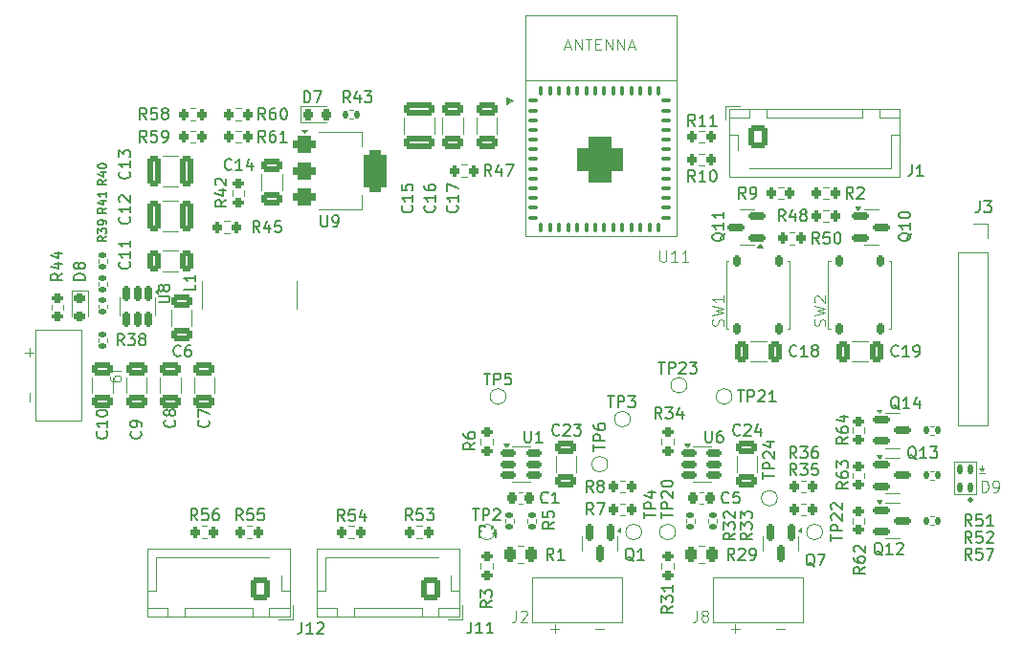
<source format=gto>
%TF.GenerationSoftware,KiCad,Pcbnew,8.0.2*%
%TF.CreationDate,2024-12-26T16:34:37-05:00*%
%TF.ProjectId,Node Controller,4e6f6465-2043-46f6-9e74-726f6c6c6572,rev?*%
%TF.SameCoordinates,Original*%
%TF.FileFunction,Legend,Top*%
%TF.FilePolarity,Positive*%
%FSLAX46Y46*%
G04 Gerber Fmt 4.6, Leading zero omitted, Abs format (unit mm)*
G04 Created by KiCad (PCBNEW 8.0.2) date 2024-12-26 16:34:37*
%MOMM*%
%LPD*%
G01*
G04 APERTURE LIST*
G04 Aperture macros list*
%AMRoundRect*
0 Rectangle with rounded corners*
0 $1 Rounding radius*
0 $2 $3 $4 $5 $6 $7 $8 $9 X,Y pos of 4 corners*
0 Add a 4 corners polygon primitive as box body*
4,1,4,$2,$3,$4,$5,$6,$7,$8,$9,$2,$3,0*
0 Add four circle primitives for the rounded corners*
1,1,$1+$1,$2,$3*
1,1,$1+$1,$4,$5*
1,1,$1+$1,$6,$7*
1,1,$1+$1,$8,$9*
0 Add four rect primitives between the rounded corners*
20,1,$1+$1,$2,$3,$4,$5,0*
20,1,$1+$1,$4,$5,$6,$7,0*
20,1,$1+$1,$6,$7,$8,$9,0*
20,1,$1+$1,$8,$9,$2,$3,0*%
G04 Aperture macros list end*
%ADD10C,0.150000*%
%ADD11C,0.100000*%
%ADD12C,0.120000*%
%ADD13C,0.500000*%
%ADD14RoundRect,0.250000X-0.650000X0.325000X-0.650000X-0.325000X0.650000X-0.325000X0.650000X0.325000X0*%
%ADD15C,1.200000*%
%ADD16RoundRect,0.250000X0.600000X0.725000X-0.600000X0.725000X-0.600000X-0.725000X0.600000X-0.725000X0*%
%ADD17O,1.700000X1.950000*%
%ADD18C,3.200000*%
%ADD19RoundRect,0.150000X0.587500X0.150000X-0.587500X0.150000X-0.587500X-0.150000X0.587500X-0.150000X0*%
%ADD20RoundRect,0.250000X-0.262500X-0.450000X0.262500X-0.450000X0.262500X0.450000X-0.262500X0.450000X0*%
%ADD21RoundRect,0.200000X-0.200000X-0.275000X0.200000X-0.275000X0.200000X0.275000X-0.200000X0.275000X0*%
%ADD22C,1.000000*%
%ADD23R,2.000000X2.000000*%
%ADD24C,2.000000*%
%ADD25RoundRect,0.200000X-0.275000X0.200000X-0.275000X-0.200000X0.275000X-0.200000X0.275000X0.200000X0*%
%ADD26RoundRect,0.200000X0.275000X-0.200000X0.275000X0.200000X-0.275000X0.200000X-0.275000X-0.200000X0*%
%ADD27RoundRect,0.135000X0.135000X0.185000X-0.135000X0.185000X-0.135000X-0.185000X0.135000X-0.185000X0*%
%ADD28RoundRect,0.135000X-0.185000X0.135000X-0.185000X-0.135000X0.185000X-0.135000X0.185000X0.135000X0*%
%ADD29RoundRect,0.150000X-0.587500X-0.150000X0.587500X-0.150000X0.587500X0.150000X-0.587500X0.150000X0*%
%ADD30RoundRect,0.218750X-0.218750X-0.256250X0.218750X-0.256250X0.218750X0.256250X-0.218750X0.256250X0*%
%ADD31RoundRect,0.218750X-0.256250X0.218750X-0.256250X-0.218750X0.256250X-0.218750X0.256250X0.218750X0*%
%ADD32RoundRect,0.200000X0.200000X0.275000X-0.200000X0.275000X-0.200000X-0.275000X0.200000X-0.275000X0*%
%ADD33RoundRect,0.150000X-0.150000X0.587500X-0.150000X-0.587500X0.150000X-0.587500X0.150000X0.587500X0*%
%ADD34R,1.700000X1.700000*%
%ADD35O,1.700000X1.700000*%
%ADD36RoundRect,0.250000X0.325000X1.100000X-0.325000X1.100000X-0.325000X-1.100000X0.325000X-1.100000X0*%
%ADD37RoundRect,0.250000X0.650000X-0.325000X0.650000X0.325000X-0.650000X0.325000X-0.650000X-0.325000X0*%
%ADD38RoundRect,0.250000X0.325000X0.650000X-0.325000X0.650000X-0.325000X-0.650000X0.325000X-0.650000X0*%
%ADD39RoundRect,0.137500X0.137500X-0.262500X0.137500X0.262500X-0.137500X0.262500X-0.137500X-0.262500X0*%
%ADD40RoundRect,0.135000X0.185000X-0.135000X0.185000X0.135000X-0.185000X0.135000X-0.185000X-0.135000X0*%
%ADD41RoundRect,0.150000X-0.512500X-0.150000X0.512500X-0.150000X0.512500X0.150000X-0.512500X0.150000X0*%
%ADD42RoundRect,0.225000X-0.225000X-0.250000X0.225000X-0.250000X0.225000X0.250000X-0.225000X0.250000X0*%
%ADD43RoundRect,0.250000X-0.600000X-0.725000X0.600000X-0.725000X0.600000X0.725000X-0.600000X0.725000X0*%
%ADD44RoundRect,0.375000X-0.625000X-0.375000X0.625000X-0.375000X0.625000X0.375000X-0.625000X0.375000X0*%
%ADD45RoundRect,0.500000X-0.500000X-1.400000X0.500000X-1.400000X0.500000X1.400000X-0.500000X1.400000X0*%
%ADD46R,8.200000X2.600000*%
%ADD47RoundRect,0.135000X-0.135000X-0.185000X0.135000X-0.185000X0.135000X0.185000X-0.135000X0.185000X0*%
%ADD48RoundRect,0.175000X-0.175000X0.325000X-0.175000X-0.325000X0.175000X-0.325000X0.175000X0.325000X0*%
%ADD49RoundRect,0.100000X0.300000X0.100000X-0.300000X0.100000X-0.300000X-0.100000X0.300000X-0.100000X0*%
%ADD50RoundRect,0.100000X-0.100000X0.300000X-0.100000X-0.300000X0.100000X-0.300000X0.100000X0.300000X0*%
%ADD51RoundRect,0.100000X-0.300000X-0.100000X0.300000X-0.100000X0.300000X0.100000X-0.300000X0.100000X0*%
%ADD52RoundRect,0.100000X0.100000X-0.300000X0.100000X0.300000X-0.100000X0.300000X-0.100000X-0.300000X0*%
%ADD53RoundRect,1.000000X1.000000X-1.000000X1.000000X1.000000X-1.000000X1.000000X-1.000000X-1.000000X0*%
%ADD54RoundRect,0.150000X-0.150000X0.512500X-0.150000X-0.512500X0.150000X-0.512500X0.150000X0.512500X0*%
%ADD55RoundRect,0.250000X1.100000X-0.325000X1.100000X0.325000X-1.100000X0.325000X-1.100000X-0.325000X0*%
%ADD56RoundRect,0.175000X0.175000X-0.325000X0.175000X0.325000X-0.175000X0.325000X-0.175000X-0.325000X0*%
%ADD57RoundRect,0.250000X-0.325000X-0.650000X0.325000X-0.650000X0.325000X0.650000X-0.325000X0.650000X0*%
G04 APERTURE END LIST*
D10*
X150408207Y-74359580D02*
X150360588Y-74407200D01*
X150360588Y-74407200D02*
X150217731Y-74454819D01*
X150217731Y-74454819D02*
X150122493Y-74454819D01*
X150122493Y-74454819D02*
X149979636Y-74407200D01*
X149979636Y-74407200D02*
X149884398Y-74311961D01*
X149884398Y-74311961D02*
X149836779Y-74216723D01*
X149836779Y-74216723D02*
X149789160Y-74026247D01*
X149789160Y-74026247D02*
X149789160Y-73883390D01*
X149789160Y-73883390D02*
X149836779Y-73692914D01*
X149836779Y-73692914D02*
X149884398Y-73597676D01*
X149884398Y-73597676D02*
X149979636Y-73502438D01*
X149979636Y-73502438D02*
X150122493Y-73454819D01*
X150122493Y-73454819D02*
X150217731Y-73454819D01*
X150217731Y-73454819D02*
X150360588Y-73502438D01*
X150360588Y-73502438D02*
X150408207Y-73550057D01*
X150789160Y-73550057D02*
X150836779Y-73502438D01*
X150836779Y-73502438D02*
X150932017Y-73454819D01*
X150932017Y-73454819D02*
X151170112Y-73454819D01*
X151170112Y-73454819D02*
X151265350Y-73502438D01*
X151265350Y-73502438D02*
X151312969Y-73550057D01*
X151312969Y-73550057D02*
X151360588Y-73645295D01*
X151360588Y-73645295D02*
X151360588Y-73740533D01*
X151360588Y-73740533D02*
X151312969Y-73883390D01*
X151312969Y-73883390D02*
X150741541Y-74454819D01*
X150741541Y-74454819D02*
X151360588Y-74454819D01*
X151693922Y-73454819D02*
X152312969Y-73454819D01*
X152312969Y-73454819D02*
X151979636Y-73835771D01*
X151979636Y-73835771D02*
X152122493Y-73835771D01*
X152122493Y-73835771D02*
X152217731Y-73883390D01*
X152217731Y-73883390D02*
X152265350Y-73931009D01*
X152265350Y-73931009D02*
X152312969Y-74026247D01*
X152312969Y-74026247D02*
X152312969Y-74264342D01*
X152312969Y-74264342D02*
X152265350Y-74359580D01*
X152265350Y-74359580D02*
X152217731Y-74407200D01*
X152217731Y-74407200D02*
X152122493Y-74454819D01*
X152122493Y-74454819D02*
X151836779Y-74454819D01*
X151836779Y-74454819D02*
X151741541Y-74407200D01*
X151741541Y-74407200D02*
X151693922Y-74359580D01*
X127622493Y-91004819D02*
X127622493Y-91719104D01*
X127622493Y-91719104D02*
X127574874Y-91861961D01*
X127574874Y-91861961D02*
X127479636Y-91957200D01*
X127479636Y-91957200D02*
X127336779Y-92004819D01*
X127336779Y-92004819D02*
X127241541Y-92004819D01*
X128622493Y-92004819D02*
X128051065Y-92004819D01*
X128336779Y-92004819D02*
X128336779Y-91004819D01*
X128336779Y-91004819D02*
X128241541Y-91147676D01*
X128241541Y-91147676D02*
X128146303Y-91242914D01*
X128146303Y-91242914D02*
X128051065Y-91290533D01*
X129003446Y-91100057D02*
X129051065Y-91052438D01*
X129051065Y-91052438D02*
X129146303Y-91004819D01*
X129146303Y-91004819D02*
X129384398Y-91004819D01*
X129384398Y-91004819D02*
X129479636Y-91052438D01*
X129479636Y-91052438D02*
X129527255Y-91100057D01*
X129527255Y-91100057D02*
X129574874Y-91195295D01*
X129574874Y-91195295D02*
X129574874Y-91290533D01*
X129574874Y-91290533D02*
X129527255Y-91433390D01*
X129527255Y-91433390D02*
X128955827Y-92004819D01*
X128955827Y-92004819D02*
X129574874Y-92004819D01*
X165050057Y-56496554D02*
X165002438Y-56591792D01*
X165002438Y-56591792D02*
X164907200Y-56687030D01*
X164907200Y-56687030D02*
X164764342Y-56829887D01*
X164764342Y-56829887D02*
X164716723Y-56925125D01*
X164716723Y-56925125D02*
X164716723Y-57020363D01*
X164954819Y-56972744D02*
X164907200Y-57067982D01*
X164907200Y-57067982D02*
X164811961Y-57163220D01*
X164811961Y-57163220D02*
X164621485Y-57210839D01*
X164621485Y-57210839D02*
X164288152Y-57210839D01*
X164288152Y-57210839D02*
X164097676Y-57163220D01*
X164097676Y-57163220D02*
X164002438Y-57067982D01*
X164002438Y-57067982D02*
X163954819Y-56972744D01*
X163954819Y-56972744D02*
X163954819Y-56782268D01*
X163954819Y-56782268D02*
X164002438Y-56687030D01*
X164002438Y-56687030D02*
X164097676Y-56591792D01*
X164097676Y-56591792D02*
X164288152Y-56544173D01*
X164288152Y-56544173D02*
X164621485Y-56544173D01*
X164621485Y-56544173D02*
X164811961Y-56591792D01*
X164811961Y-56591792D02*
X164907200Y-56687030D01*
X164907200Y-56687030D02*
X164954819Y-56782268D01*
X164954819Y-56782268D02*
X164954819Y-56972744D01*
X164954819Y-55591792D02*
X164954819Y-56163220D01*
X164954819Y-55877506D02*
X163954819Y-55877506D01*
X163954819Y-55877506D02*
X164097676Y-55972744D01*
X164097676Y-55972744D02*
X164192914Y-56067982D01*
X164192914Y-56067982D02*
X164240533Y-56163220D01*
X164954819Y-54639411D02*
X164954819Y-55210839D01*
X164954819Y-54925125D02*
X163954819Y-54925125D01*
X163954819Y-54925125D02*
X164097676Y-55020363D01*
X164097676Y-55020363D02*
X164192914Y-55115601D01*
X164192914Y-55115601D02*
X164240533Y-55210839D01*
X149908207Y-85454819D02*
X149574874Y-84978628D01*
X149336779Y-85454819D02*
X149336779Y-84454819D01*
X149336779Y-84454819D02*
X149717731Y-84454819D01*
X149717731Y-84454819D02*
X149812969Y-84502438D01*
X149812969Y-84502438D02*
X149860588Y-84550057D01*
X149860588Y-84550057D02*
X149908207Y-84645295D01*
X149908207Y-84645295D02*
X149908207Y-84788152D01*
X149908207Y-84788152D02*
X149860588Y-84883390D01*
X149860588Y-84883390D02*
X149812969Y-84931009D01*
X149812969Y-84931009D02*
X149717731Y-84978628D01*
X149717731Y-84978628D02*
X149336779Y-84978628D01*
X150860588Y-85454819D02*
X150289160Y-85454819D01*
X150574874Y-85454819D02*
X150574874Y-84454819D01*
X150574874Y-84454819D02*
X150479636Y-84597676D01*
X150479636Y-84597676D02*
X150384398Y-84692914D01*
X150384398Y-84692914D02*
X150289160Y-84740533D01*
X171408207Y-76454819D02*
X171074874Y-75978628D01*
X170836779Y-76454819D02*
X170836779Y-75454819D01*
X170836779Y-75454819D02*
X171217731Y-75454819D01*
X171217731Y-75454819D02*
X171312969Y-75502438D01*
X171312969Y-75502438D02*
X171360588Y-75550057D01*
X171360588Y-75550057D02*
X171408207Y-75645295D01*
X171408207Y-75645295D02*
X171408207Y-75788152D01*
X171408207Y-75788152D02*
X171360588Y-75883390D01*
X171360588Y-75883390D02*
X171312969Y-75931009D01*
X171312969Y-75931009D02*
X171217731Y-75978628D01*
X171217731Y-75978628D02*
X170836779Y-75978628D01*
X171741541Y-75454819D02*
X172360588Y-75454819D01*
X172360588Y-75454819D02*
X172027255Y-75835771D01*
X172027255Y-75835771D02*
X172170112Y-75835771D01*
X172170112Y-75835771D02*
X172265350Y-75883390D01*
X172265350Y-75883390D02*
X172312969Y-75931009D01*
X172312969Y-75931009D02*
X172360588Y-76026247D01*
X172360588Y-76026247D02*
X172360588Y-76264342D01*
X172360588Y-76264342D02*
X172312969Y-76359580D01*
X172312969Y-76359580D02*
X172265350Y-76407200D01*
X172265350Y-76407200D02*
X172170112Y-76454819D01*
X172170112Y-76454819D02*
X171884398Y-76454819D01*
X171884398Y-76454819D02*
X171789160Y-76407200D01*
X171789160Y-76407200D02*
X171741541Y-76359580D01*
X173217731Y-75454819D02*
X173027255Y-75454819D01*
X173027255Y-75454819D02*
X172932017Y-75502438D01*
X172932017Y-75502438D02*
X172884398Y-75550057D01*
X172884398Y-75550057D02*
X172789160Y-75692914D01*
X172789160Y-75692914D02*
X172741541Y-75883390D01*
X172741541Y-75883390D02*
X172741541Y-76264342D01*
X172741541Y-76264342D02*
X172789160Y-76359580D01*
X172789160Y-76359580D02*
X172836779Y-76407200D01*
X172836779Y-76407200D02*
X172932017Y-76454819D01*
X172932017Y-76454819D02*
X173122493Y-76454819D01*
X173122493Y-76454819D02*
X173217731Y-76407200D01*
X173217731Y-76407200D02*
X173265350Y-76359580D01*
X173265350Y-76359580D02*
X173312969Y-76264342D01*
X173312969Y-76264342D02*
X173312969Y-76026247D01*
X173312969Y-76026247D02*
X173265350Y-75931009D01*
X173265350Y-75931009D02*
X173217731Y-75883390D01*
X173217731Y-75883390D02*
X173122493Y-75835771D01*
X173122493Y-75835771D02*
X172932017Y-75835771D01*
X172932017Y-75835771D02*
X172836779Y-75883390D01*
X172836779Y-75883390D02*
X172789160Y-75931009D01*
X172789160Y-75931009D02*
X172741541Y-76026247D01*
X143745922Y-68954819D02*
X144317350Y-68954819D01*
X144031636Y-69954819D02*
X144031636Y-68954819D01*
X144650684Y-69954819D02*
X144650684Y-68954819D01*
X144650684Y-68954819D02*
X145031636Y-68954819D01*
X145031636Y-68954819D02*
X145126874Y-69002438D01*
X145126874Y-69002438D02*
X145174493Y-69050057D01*
X145174493Y-69050057D02*
X145222112Y-69145295D01*
X145222112Y-69145295D02*
X145222112Y-69288152D01*
X145222112Y-69288152D02*
X145174493Y-69383390D01*
X145174493Y-69383390D02*
X145126874Y-69431009D01*
X145126874Y-69431009D02*
X145031636Y-69478628D01*
X145031636Y-69478628D02*
X144650684Y-69478628D01*
X146126874Y-68954819D02*
X145650684Y-68954819D01*
X145650684Y-68954819D02*
X145603065Y-69431009D01*
X145603065Y-69431009D02*
X145650684Y-69383390D01*
X145650684Y-69383390D02*
X145745922Y-69335771D01*
X145745922Y-69335771D02*
X145984017Y-69335771D01*
X145984017Y-69335771D02*
X146079255Y-69383390D01*
X146079255Y-69383390D02*
X146126874Y-69431009D01*
X146126874Y-69431009D02*
X146174493Y-69526247D01*
X146174493Y-69526247D02*
X146174493Y-69764342D01*
X146174493Y-69764342D02*
X146126874Y-69859580D01*
X146126874Y-69859580D02*
X146079255Y-69907200D01*
X146079255Y-69907200D02*
X145984017Y-69954819D01*
X145984017Y-69954819D02*
X145745922Y-69954819D01*
X145745922Y-69954819D02*
X145650684Y-69907200D01*
X145650684Y-69907200D02*
X145603065Y-69859580D01*
D11*
X162589598Y-89957419D02*
X162589598Y-90671704D01*
X162589598Y-90671704D02*
X162541979Y-90814561D01*
X162541979Y-90814561D02*
X162446741Y-90909800D01*
X162446741Y-90909800D02*
X162303884Y-90957419D01*
X162303884Y-90957419D02*
X162208646Y-90957419D01*
X163208646Y-90385990D02*
X163113408Y-90338371D01*
X163113408Y-90338371D02*
X163065789Y-90290752D01*
X163065789Y-90290752D02*
X163018170Y-90195514D01*
X163018170Y-90195514D02*
X163018170Y-90147895D01*
X163018170Y-90147895D02*
X163065789Y-90052657D01*
X163065789Y-90052657D02*
X163113408Y-90005038D01*
X163113408Y-90005038D02*
X163208646Y-89957419D01*
X163208646Y-89957419D02*
X163399122Y-89957419D01*
X163399122Y-89957419D02*
X163494360Y-90005038D01*
X163494360Y-90005038D02*
X163541979Y-90052657D01*
X163541979Y-90052657D02*
X163589598Y-90147895D01*
X163589598Y-90147895D02*
X163589598Y-90195514D01*
X163589598Y-90195514D02*
X163541979Y-90290752D01*
X163541979Y-90290752D02*
X163494360Y-90338371D01*
X163494360Y-90338371D02*
X163399122Y-90385990D01*
X163399122Y-90385990D02*
X163208646Y-90385990D01*
X163208646Y-90385990D02*
X163113408Y-90433609D01*
X163113408Y-90433609D02*
X163065789Y-90481228D01*
X163065789Y-90481228D02*
X163018170Y-90576466D01*
X163018170Y-90576466D02*
X163018170Y-90766942D01*
X163018170Y-90766942D02*
X163065789Y-90862180D01*
X163065789Y-90862180D02*
X163113408Y-90909800D01*
X163113408Y-90909800D02*
X163208646Y-90957419D01*
X163208646Y-90957419D02*
X163399122Y-90957419D01*
X163399122Y-90957419D02*
X163494360Y-90909800D01*
X163494360Y-90909800D02*
X163541979Y-90862180D01*
X163541979Y-90862180D02*
X163589598Y-90766942D01*
X163589598Y-90766942D02*
X163589598Y-90576466D01*
X163589598Y-90576466D02*
X163541979Y-90481228D01*
X163541979Y-90481228D02*
X163494360Y-90433609D01*
X163494360Y-90433609D02*
X163399122Y-90385990D01*
X165619048Y-91576466D02*
X166380953Y-91576466D01*
X166000000Y-91957419D02*
X166000000Y-91195514D01*
X169619048Y-91576466D02*
X170380953Y-91576466D01*
D10*
X116908207Y-67359580D02*
X116860588Y-67407200D01*
X116860588Y-67407200D02*
X116717731Y-67454819D01*
X116717731Y-67454819D02*
X116622493Y-67454819D01*
X116622493Y-67454819D02*
X116479636Y-67407200D01*
X116479636Y-67407200D02*
X116384398Y-67311961D01*
X116384398Y-67311961D02*
X116336779Y-67216723D01*
X116336779Y-67216723D02*
X116289160Y-67026247D01*
X116289160Y-67026247D02*
X116289160Y-66883390D01*
X116289160Y-66883390D02*
X116336779Y-66692914D01*
X116336779Y-66692914D02*
X116384398Y-66597676D01*
X116384398Y-66597676D02*
X116479636Y-66502438D01*
X116479636Y-66502438D02*
X116622493Y-66454819D01*
X116622493Y-66454819D02*
X116717731Y-66454819D01*
X116717731Y-66454819D02*
X116860588Y-66502438D01*
X116860588Y-66502438D02*
X116908207Y-66550057D01*
X117765350Y-66454819D02*
X117574874Y-66454819D01*
X117574874Y-66454819D02*
X117479636Y-66502438D01*
X117479636Y-66502438D02*
X117432017Y-66550057D01*
X117432017Y-66550057D02*
X117336779Y-66692914D01*
X117336779Y-66692914D02*
X117289160Y-66883390D01*
X117289160Y-66883390D02*
X117289160Y-67264342D01*
X117289160Y-67264342D02*
X117336779Y-67359580D01*
X117336779Y-67359580D02*
X117384398Y-67407200D01*
X117384398Y-67407200D02*
X117479636Y-67454819D01*
X117479636Y-67454819D02*
X117670112Y-67454819D01*
X117670112Y-67454819D02*
X117765350Y-67407200D01*
X117765350Y-67407200D02*
X117812969Y-67359580D01*
X117812969Y-67359580D02*
X117860588Y-67264342D01*
X117860588Y-67264342D02*
X117860588Y-67026247D01*
X117860588Y-67026247D02*
X117812969Y-66931009D01*
X117812969Y-66931009D02*
X117765350Y-66883390D01*
X117765350Y-66883390D02*
X117670112Y-66835771D01*
X117670112Y-66835771D02*
X117479636Y-66835771D01*
X117479636Y-66835771D02*
X117384398Y-66883390D01*
X117384398Y-66883390D02*
X117336779Y-66931009D01*
X117336779Y-66931009D02*
X117289160Y-67026247D01*
X120954819Y-53591792D02*
X120478628Y-53925125D01*
X120954819Y-54163220D02*
X119954819Y-54163220D01*
X119954819Y-54163220D02*
X119954819Y-53782268D01*
X119954819Y-53782268D02*
X120002438Y-53687030D01*
X120002438Y-53687030D02*
X120050057Y-53639411D01*
X120050057Y-53639411D02*
X120145295Y-53591792D01*
X120145295Y-53591792D02*
X120288152Y-53591792D01*
X120288152Y-53591792D02*
X120383390Y-53639411D01*
X120383390Y-53639411D02*
X120431009Y-53687030D01*
X120431009Y-53687030D02*
X120478628Y-53782268D01*
X120478628Y-53782268D02*
X120478628Y-54163220D01*
X120288152Y-52734649D02*
X120954819Y-52734649D01*
X119907200Y-52972744D02*
X120621485Y-53210839D01*
X120621485Y-53210839D02*
X120621485Y-52591792D01*
X120050057Y-52258458D02*
X120002438Y-52210839D01*
X120002438Y-52210839D02*
X119954819Y-52115601D01*
X119954819Y-52115601D02*
X119954819Y-51877506D01*
X119954819Y-51877506D02*
X120002438Y-51782268D01*
X120002438Y-51782268D02*
X120050057Y-51734649D01*
X120050057Y-51734649D02*
X120145295Y-51687030D01*
X120145295Y-51687030D02*
X120240533Y-51687030D01*
X120240533Y-51687030D02*
X120383390Y-51734649D01*
X120383390Y-51734649D02*
X120954819Y-52306077D01*
X120954819Y-52306077D02*
X120954819Y-51687030D01*
X159478207Y-72954819D02*
X159144874Y-72478628D01*
X158906779Y-72954819D02*
X158906779Y-71954819D01*
X158906779Y-71954819D02*
X159287731Y-71954819D01*
X159287731Y-71954819D02*
X159382969Y-72002438D01*
X159382969Y-72002438D02*
X159430588Y-72050057D01*
X159430588Y-72050057D02*
X159478207Y-72145295D01*
X159478207Y-72145295D02*
X159478207Y-72288152D01*
X159478207Y-72288152D02*
X159430588Y-72383390D01*
X159430588Y-72383390D02*
X159382969Y-72431009D01*
X159382969Y-72431009D02*
X159287731Y-72478628D01*
X159287731Y-72478628D02*
X158906779Y-72478628D01*
X159811541Y-71954819D02*
X160430588Y-71954819D01*
X160430588Y-71954819D02*
X160097255Y-72335771D01*
X160097255Y-72335771D02*
X160240112Y-72335771D01*
X160240112Y-72335771D02*
X160335350Y-72383390D01*
X160335350Y-72383390D02*
X160382969Y-72431009D01*
X160382969Y-72431009D02*
X160430588Y-72526247D01*
X160430588Y-72526247D02*
X160430588Y-72764342D01*
X160430588Y-72764342D02*
X160382969Y-72859580D01*
X160382969Y-72859580D02*
X160335350Y-72907200D01*
X160335350Y-72907200D02*
X160240112Y-72954819D01*
X160240112Y-72954819D02*
X159954398Y-72954819D01*
X159954398Y-72954819D02*
X159859160Y-72907200D01*
X159859160Y-72907200D02*
X159811541Y-72859580D01*
X161287731Y-72288152D02*
X161287731Y-72954819D01*
X161049636Y-71907200D02*
X160811541Y-72621485D01*
X160811541Y-72621485D02*
X161430588Y-72621485D01*
X186908207Y-85454819D02*
X186574874Y-84978628D01*
X186336779Y-85454819D02*
X186336779Y-84454819D01*
X186336779Y-84454819D02*
X186717731Y-84454819D01*
X186717731Y-84454819D02*
X186812969Y-84502438D01*
X186812969Y-84502438D02*
X186860588Y-84550057D01*
X186860588Y-84550057D02*
X186908207Y-84645295D01*
X186908207Y-84645295D02*
X186908207Y-84788152D01*
X186908207Y-84788152D02*
X186860588Y-84883390D01*
X186860588Y-84883390D02*
X186812969Y-84931009D01*
X186812969Y-84931009D02*
X186717731Y-84978628D01*
X186717731Y-84978628D02*
X186336779Y-84978628D01*
X187812969Y-84454819D02*
X187336779Y-84454819D01*
X187336779Y-84454819D02*
X187289160Y-84931009D01*
X187289160Y-84931009D02*
X187336779Y-84883390D01*
X187336779Y-84883390D02*
X187432017Y-84835771D01*
X187432017Y-84835771D02*
X187670112Y-84835771D01*
X187670112Y-84835771D02*
X187765350Y-84883390D01*
X187765350Y-84883390D02*
X187812969Y-84931009D01*
X187812969Y-84931009D02*
X187860588Y-85026247D01*
X187860588Y-85026247D02*
X187860588Y-85264342D01*
X187860588Y-85264342D02*
X187812969Y-85359580D01*
X187812969Y-85359580D02*
X187765350Y-85407200D01*
X187765350Y-85407200D02*
X187670112Y-85454819D01*
X187670112Y-85454819D02*
X187432017Y-85454819D01*
X187432017Y-85454819D02*
X187336779Y-85407200D01*
X187336779Y-85407200D02*
X187289160Y-85359580D01*
X188193922Y-84454819D02*
X188860588Y-84454819D01*
X188860588Y-84454819D02*
X188432017Y-85454819D01*
X143908207Y-83454819D02*
X143574874Y-82978628D01*
X143336779Y-83454819D02*
X143336779Y-82454819D01*
X143336779Y-82454819D02*
X143717731Y-82454819D01*
X143717731Y-82454819D02*
X143812969Y-82502438D01*
X143812969Y-82502438D02*
X143860588Y-82550057D01*
X143860588Y-82550057D02*
X143908207Y-82645295D01*
X143908207Y-82645295D02*
X143908207Y-82788152D01*
X143908207Y-82788152D02*
X143860588Y-82883390D01*
X143860588Y-82883390D02*
X143812969Y-82931009D01*
X143812969Y-82931009D02*
X143717731Y-82978628D01*
X143717731Y-82978628D02*
X143336779Y-82978628D01*
X144765350Y-82788152D02*
X144765350Y-83454819D01*
X144527255Y-82407200D02*
X144289160Y-83121485D01*
X144289160Y-83121485D02*
X144908207Y-83121485D01*
X116359580Y-73091792D02*
X116407200Y-73139411D01*
X116407200Y-73139411D02*
X116454819Y-73282268D01*
X116454819Y-73282268D02*
X116454819Y-73377506D01*
X116454819Y-73377506D02*
X116407200Y-73520363D01*
X116407200Y-73520363D02*
X116311961Y-73615601D01*
X116311961Y-73615601D02*
X116216723Y-73663220D01*
X116216723Y-73663220D02*
X116026247Y-73710839D01*
X116026247Y-73710839D02*
X115883390Y-73710839D01*
X115883390Y-73710839D02*
X115692914Y-73663220D01*
X115692914Y-73663220D02*
X115597676Y-73615601D01*
X115597676Y-73615601D02*
X115502438Y-73520363D01*
X115502438Y-73520363D02*
X115454819Y-73377506D01*
X115454819Y-73377506D02*
X115454819Y-73282268D01*
X115454819Y-73282268D02*
X115502438Y-73139411D01*
X115502438Y-73139411D02*
X115550057Y-73091792D01*
X115883390Y-72520363D02*
X115835771Y-72615601D01*
X115835771Y-72615601D02*
X115788152Y-72663220D01*
X115788152Y-72663220D02*
X115692914Y-72710839D01*
X115692914Y-72710839D02*
X115645295Y-72710839D01*
X115645295Y-72710839D02*
X115550057Y-72663220D01*
X115550057Y-72663220D02*
X115502438Y-72615601D01*
X115502438Y-72615601D02*
X115454819Y-72520363D01*
X115454819Y-72520363D02*
X115454819Y-72329887D01*
X115454819Y-72329887D02*
X115502438Y-72234649D01*
X115502438Y-72234649D02*
X115550057Y-72187030D01*
X115550057Y-72187030D02*
X115645295Y-72139411D01*
X115645295Y-72139411D02*
X115692914Y-72139411D01*
X115692914Y-72139411D02*
X115788152Y-72187030D01*
X115788152Y-72187030D02*
X115835771Y-72234649D01*
X115835771Y-72234649D02*
X115883390Y-72329887D01*
X115883390Y-72329887D02*
X115883390Y-72520363D01*
X115883390Y-72520363D02*
X115931009Y-72615601D01*
X115931009Y-72615601D02*
X115978628Y-72663220D01*
X115978628Y-72663220D02*
X116073866Y-72710839D01*
X116073866Y-72710839D02*
X116264342Y-72710839D01*
X116264342Y-72710839D02*
X116359580Y-72663220D01*
X116359580Y-72663220D02*
X116407200Y-72615601D01*
X116407200Y-72615601D02*
X116454819Y-72520363D01*
X116454819Y-72520363D02*
X116454819Y-72329887D01*
X116454819Y-72329887D02*
X116407200Y-72234649D01*
X116407200Y-72234649D02*
X116359580Y-72187030D01*
X116359580Y-72187030D02*
X116264342Y-72139411D01*
X116264342Y-72139411D02*
X116073866Y-72139411D01*
X116073866Y-72139411D02*
X115978628Y-72187030D01*
X115978628Y-72187030D02*
X115931009Y-72234649D01*
X115931009Y-72234649D02*
X115883390Y-72329887D01*
X180503445Y-72150057D02*
X180408207Y-72102438D01*
X180408207Y-72102438D02*
X180312969Y-72007200D01*
X180312969Y-72007200D02*
X180170112Y-71864342D01*
X180170112Y-71864342D02*
X180074874Y-71816723D01*
X180074874Y-71816723D02*
X179979636Y-71816723D01*
X180027255Y-72054819D02*
X179932017Y-72007200D01*
X179932017Y-72007200D02*
X179836779Y-71911961D01*
X179836779Y-71911961D02*
X179789160Y-71721485D01*
X179789160Y-71721485D02*
X179789160Y-71388152D01*
X179789160Y-71388152D02*
X179836779Y-71197676D01*
X179836779Y-71197676D02*
X179932017Y-71102438D01*
X179932017Y-71102438D02*
X180027255Y-71054819D01*
X180027255Y-71054819D02*
X180217731Y-71054819D01*
X180217731Y-71054819D02*
X180312969Y-71102438D01*
X180312969Y-71102438D02*
X180408207Y-71197676D01*
X180408207Y-71197676D02*
X180455826Y-71388152D01*
X180455826Y-71388152D02*
X180455826Y-71721485D01*
X180455826Y-71721485D02*
X180408207Y-71911961D01*
X180408207Y-71911961D02*
X180312969Y-72007200D01*
X180312969Y-72007200D02*
X180217731Y-72054819D01*
X180217731Y-72054819D02*
X180027255Y-72054819D01*
X181408207Y-72054819D02*
X180836779Y-72054819D01*
X181122493Y-72054819D02*
X181122493Y-71054819D01*
X181122493Y-71054819D02*
X181027255Y-71197676D01*
X181027255Y-71197676D02*
X180932017Y-71292914D01*
X180932017Y-71292914D02*
X180836779Y-71340533D01*
X182265350Y-71388152D02*
X182265350Y-72054819D01*
X182027255Y-71007200D02*
X181789160Y-71721485D01*
X181789160Y-71721485D02*
X182408207Y-71721485D01*
X127836779Y-44954819D02*
X127836779Y-43954819D01*
X127836779Y-43954819D02*
X128074874Y-43954819D01*
X128074874Y-43954819D02*
X128217731Y-44002438D01*
X128217731Y-44002438D02*
X128312969Y-44097676D01*
X128312969Y-44097676D02*
X128360588Y-44192914D01*
X128360588Y-44192914D02*
X128408207Y-44383390D01*
X128408207Y-44383390D02*
X128408207Y-44526247D01*
X128408207Y-44526247D02*
X128360588Y-44716723D01*
X128360588Y-44716723D02*
X128312969Y-44811961D01*
X128312969Y-44811961D02*
X128217731Y-44907200D01*
X128217731Y-44907200D02*
X128074874Y-44954819D01*
X128074874Y-44954819D02*
X127836779Y-44954819D01*
X128741541Y-43954819D02*
X129408207Y-43954819D01*
X129408207Y-43954819D02*
X128979636Y-44954819D01*
X159454819Y-81806077D02*
X159454819Y-81234649D01*
X160454819Y-81520363D02*
X159454819Y-81520363D01*
X160454819Y-80901315D02*
X159454819Y-80901315D01*
X159454819Y-80901315D02*
X159454819Y-80520363D01*
X159454819Y-80520363D02*
X159502438Y-80425125D01*
X159502438Y-80425125D02*
X159550057Y-80377506D01*
X159550057Y-80377506D02*
X159645295Y-80329887D01*
X159645295Y-80329887D02*
X159788152Y-80329887D01*
X159788152Y-80329887D02*
X159883390Y-80377506D01*
X159883390Y-80377506D02*
X159931009Y-80425125D01*
X159931009Y-80425125D02*
X159978628Y-80520363D01*
X159978628Y-80520363D02*
X159978628Y-80901315D01*
X159550057Y-79948934D02*
X159502438Y-79901315D01*
X159502438Y-79901315D02*
X159454819Y-79806077D01*
X159454819Y-79806077D02*
X159454819Y-79567982D01*
X159454819Y-79567982D02*
X159502438Y-79472744D01*
X159502438Y-79472744D02*
X159550057Y-79425125D01*
X159550057Y-79425125D02*
X159645295Y-79377506D01*
X159645295Y-79377506D02*
X159740533Y-79377506D01*
X159740533Y-79377506D02*
X159883390Y-79425125D01*
X159883390Y-79425125D02*
X160454819Y-79996553D01*
X160454819Y-79996553D02*
X160454819Y-79377506D01*
X159454819Y-78758458D02*
X159454819Y-78663220D01*
X159454819Y-78663220D02*
X159502438Y-78567982D01*
X159502438Y-78567982D02*
X159550057Y-78520363D01*
X159550057Y-78520363D02*
X159645295Y-78472744D01*
X159645295Y-78472744D02*
X159835771Y-78425125D01*
X159835771Y-78425125D02*
X160073866Y-78425125D01*
X160073866Y-78425125D02*
X160264342Y-78472744D01*
X160264342Y-78472744D02*
X160359580Y-78520363D01*
X160359580Y-78520363D02*
X160407200Y-78567982D01*
X160407200Y-78567982D02*
X160454819Y-78663220D01*
X160454819Y-78663220D02*
X160454819Y-78758458D01*
X160454819Y-78758458D02*
X160407200Y-78853696D01*
X160407200Y-78853696D02*
X160359580Y-78901315D01*
X160359580Y-78901315D02*
X160264342Y-78948934D01*
X160264342Y-78948934D02*
X160073866Y-78996553D01*
X160073866Y-78996553D02*
X159835771Y-78996553D01*
X159835771Y-78996553D02*
X159645295Y-78948934D01*
X159645295Y-78948934D02*
X159550057Y-78901315D01*
X159550057Y-78901315D02*
X159502438Y-78853696D01*
X159502438Y-78853696D02*
X159454819Y-78758458D01*
X168454819Y-78306077D02*
X168454819Y-77734649D01*
X169454819Y-78020363D02*
X168454819Y-78020363D01*
X169454819Y-77401315D02*
X168454819Y-77401315D01*
X168454819Y-77401315D02*
X168454819Y-77020363D01*
X168454819Y-77020363D02*
X168502438Y-76925125D01*
X168502438Y-76925125D02*
X168550057Y-76877506D01*
X168550057Y-76877506D02*
X168645295Y-76829887D01*
X168645295Y-76829887D02*
X168788152Y-76829887D01*
X168788152Y-76829887D02*
X168883390Y-76877506D01*
X168883390Y-76877506D02*
X168931009Y-76925125D01*
X168931009Y-76925125D02*
X168978628Y-77020363D01*
X168978628Y-77020363D02*
X168978628Y-77401315D01*
X168550057Y-76448934D02*
X168502438Y-76401315D01*
X168502438Y-76401315D02*
X168454819Y-76306077D01*
X168454819Y-76306077D02*
X168454819Y-76067982D01*
X168454819Y-76067982D02*
X168502438Y-75972744D01*
X168502438Y-75972744D02*
X168550057Y-75925125D01*
X168550057Y-75925125D02*
X168645295Y-75877506D01*
X168645295Y-75877506D02*
X168740533Y-75877506D01*
X168740533Y-75877506D02*
X168883390Y-75925125D01*
X168883390Y-75925125D02*
X169454819Y-76496553D01*
X169454819Y-76496553D02*
X169454819Y-75877506D01*
X168788152Y-75020363D02*
X169454819Y-75020363D01*
X168407200Y-75258458D02*
X169121485Y-75496553D01*
X169121485Y-75496553D02*
X169121485Y-74877506D01*
X179003445Y-85050057D02*
X178908207Y-85002438D01*
X178908207Y-85002438D02*
X178812969Y-84907200D01*
X178812969Y-84907200D02*
X178670112Y-84764342D01*
X178670112Y-84764342D02*
X178574874Y-84716723D01*
X178574874Y-84716723D02*
X178479636Y-84716723D01*
X178527255Y-84954819D02*
X178432017Y-84907200D01*
X178432017Y-84907200D02*
X178336779Y-84811961D01*
X178336779Y-84811961D02*
X178289160Y-84621485D01*
X178289160Y-84621485D02*
X178289160Y-84288152D01*
X178289160Y-84288152D02*
X178336779Y-84097676D01*
X178336779Y-84097676D02*
X178432017Y-84002438D01*
X178432017Y-84002438D02*
X178527255Y-83954819D01*
X178527255Y-83954819D02*
X178717731Y-83954819D01*
X178717731Y-83954819D02*
X178812969Y-84002438D01*
X178812969Y-84002438D02*
X178908207Y-84097676D01*
X178908207Y-84097676D02*
X178955826Y-84288152D01*
X178955826Y-84288152D02*
X178955826Y-84621485D01*
X178955826Y-84621485D02*
X178908207Y-84811961D01*
X178908207Y-84811961D02*
X178812969Y-84907200D01*
X178812969Y-84907200D02*
X178717731Y-84954819D01*
X178717731Y-84954819D02*
X178527255Y-84954819D01*
X179908207Y-84954819D02*
X179336779Y-84954819D01*
X179622493Y-84954819D02*
X179622493Y-83954819D01*
X179622493Y-83954819D02*
X179527255Y-84097676D01*
X179527255Y-84097676D02*
X179432017Y-84192914D01*
X179432017Y-84192914D02*
X179336779Y-84240533D01*
X180289160Y-84050057D02*
X180336779Y-84002438D01*
X180336779Y-84002438D02*
X180432017Y-83954819D01*
X180432017Y-83954819D02*
X180670112Y-83954819D01*
X180670112Y-83954819D02*
X180765350Y-84002438D01*
X180765350Y-84002438D02*
X180812969Y-84050057D01*
X180812969Y-84050057D02*
X180860588Y-84145295D01*
X180860588Y-84145295D02*
X180860588Y-84240533D01*
X180860588Y-84240533D02*
X180812969Y-84383390D01*
X180812969Y-84383390D02*
X180241541Y-84954819D01*
X180241541Y-84954819D02*
X180860588Y-84954819D01*
X113908207Y-46454819D02*
X113574874Y-45978628D01*
X113336779Y-46454819D02*
X113336779Y-45454819D01*
X113336779Y-45454819D02*
X113717731Y-45454819D01*
X113717731Y-45454819D02*
X113812969Y-45502438D01*
X113812969Y-45502438D02*
X113860588Y-45550057D01*
X113860588Y-45550057D02*
X113908207Y-45645295D01*
X113908207Y-45645295D02*
X113908207Y-45788152D01*
X113908207Y-45788152D02*
X113860588Y-45883390D01*
X113860588Y-45883390D02*
X113812969Y-45931009D01*
X113812969Y-45931009D02*
X113717731Y-45978628D01*
X113717731Y-45978628D02*
X113336779Y-45978628D01*
X114812969Y-45454819D02*
X114336779Y-45454819D01*
X114336779Y-45454819D02*
X114289160Y-45931009D01*
X114289160Y-45931009D02*
X114336779Y-45883390D01*
X114336779Y-45883390D02*
X114432017Y-45835771D01*
X114432017Y-45835771D02*
X114670112Y-45835771D01*
X114670112Y-45835771D02*
X114765350Y-45883390D01*
X114765350Y-45883390D02*
X114812969Y-45931009D01*
X114812969Y-45931009D02*
X114860588Y-46026247D01*
X114860588Y-46026247D02*
X114860588Y-46264342D01*
X114860588Y-46264342D02*
X114812969Y-46359580D01*
X114812969Y-46359580D02*
X114765350Y-46407200D01*
X114765350Y-46407200D02*
X114670112Y-46454819D01*
X114670112Y-46454819D02*
X114432017Y-46454819D01*
X114432017Y-46454819D02*
X114336779Y-46407200D01*
X114336779Y-46407200D02*
X114289160Y-46359580D01*
X115432017Y-45883390D02*
X115336779Y-45835771D01*
X115336779Y-45835771D02*
X115289160Y-45788152D01*
X115289160Y-45788152D02*
X115241541Y-45692914D01*
X115241541Y-45692914D02*
X115241541Y-45645295D01*
X115241541Y-45645295D02*
X115289160Y-45550057D01*
X115289160Y-45550057D02*
X115336779Y-45502438D01*
X115336779Y-45502438D02*
X115432017Y-45454819D01*
X115432017Y-45454819D02*
X115622493Y-45454819D01*
X115622493Y-45454819D02*
X115717731Y-45502438D01*
X115717731Y-45502438D02*
X115765350Y-45550057D01*
X115765350Y-45550057D02*
X115812969Y-45645295D01*
X115812969Y-45645295D02*
X115812969Y-45692914D01*
X115812969Y-45692914D02*
X115765350Y-45788152D01*
X115765350Y-45788152D02*
X115717731Y-45835771D01*
X115717731Y-45835771D02*
X115622493Y-45883390D01*
X115622493Y-45883390D02*
X115432017Y-45883390D01*
X115432017Y-45883390D02*
X115336779Y-45931009D01*
X115336779Y-45931009D02*
X115289160Y-45978628D01*
X115289160Y-45978628D02*
X115241541Y-46073866D01*
X115241541Y-46073866D02*
X115241541Y-46264342D01*
X115241541Y-46264342D02*
X115289160Y-46359580D01*
X115289160Y-46359580D02*
X115336779Y-46407200D01*
X115336779Y-46407200D02*
X115432017Y-46454819D01*
X115432017Y-46454819D02*
X115622493Y-46454819D01*
X115622493Y-46454819D02*
X115717731Y-46407200D01*
X115717731Y-46407200D02*
X115765350Y-46359580D01*
X115765350Y-46359580D02*
X115812969Y-46264342D01*
X115812969Y-46264342D02*
X115812969Y-46073866D01*
X115812969Y-46073866D02*
X115765350Y-45978628D01*
X115765350Y-45978628D02*
X115717731Y-45931009D01*
X115717731Y-45931009D02*
X115622493Y-45883390D01*
X175954819Y-74591792D02*
X175478628Y-74925125D01*
X175954819Y-75163220D02*
X174954819Y-75163220D01*
X174954819Y-75163220D02*
X174954819Y-74782268D01*
X174954819Y-74782268D02*
X175002438Y-74687030D01*
X175002438Y-74687030D02*
X175050057Y-74639411D01*
X175050057Y-74639411D02*
X175145295Y-74591792D01*
X175145295Y-74591792D02*
X175288152Y-74591792D01*
X175288152Y-74591792D02*
X175383390Y-74639411D01*
X175383390Y-74639411D02*
X175431009Y-74687030D01*
X175431009Y-74687030D02*
X175478628Y-74782268D01*
X175478628Y-74782268D02*
X175478628Y-75163220D01*
X174954819Y-73734649D02*
X174954819Y-73925125D01*
X174954819Y-73925125D02*
X175002438Y-74020363D01*
X175002438Y-74020363D02*
X175050057Y-74067982D01*
X175050057Y-74067982D02*
X175192914Y-74163220D01*
X175192914Y-74163220D02*
X175383390Y-74210839D01*
X175383390Y-74210839D02*
X175764342Y-74210839D01*
X175764342Y-74210839D02*
X175859580Y-74163220D01*
X175859580Y-74163220D02*
X175907200Y-74115601D01*
X175907200Y-74115601D02*
X175954819Y-74020363D01*
X175954819Y-74020363D02*
X175954819Y-73829887D01*
X175954819Y-73829887D02*
X175907200Y-73734649D01*
X175907200Y-73734649D02*
X175859580Y-73687030D01*
X175859580Y-73687030D02*
X175764342Y-73639411D01*
X175764342Y-73639411D02*
X175526247Y-73639411D01*
X175526247Y-73639411D02*
X175431009Y-73687030D01*
X175431009Y-73687030D02*
X175383390Y-73734649D01*
X175383390Y-73734649D02*
X175335771Y-73829887D01*
X175335771Y-73829887D02*
X175335771Y-74020363D01*
X175335771Y-74020363D02*
X175383390Y-74115601D01*
X175383390Y-74115601D02*
X175431009Y-74163220D01*
X175431009Y-74163220D02*
X175526247Y-74210839D01*
X175288152Y-72782268D02*
X175954819Y-72782268D01*
X174907200Y-73020363D02*
X175621485Y-73258458D01*
X175621485Y-73258458D02*
X175621485Y-72639411D01*
X108454819Y-60663220D02*
X107454819Y-60663220D01*
X107454819Y-60663220D02*
X107454819Y-60425125D01*
X107454819Y-60425125D02*
X107502438Y-60282268D01*
X107502438Y-60282268D02*
X107597676Y-60187030D01*
X107597676Y-60187030D02*
X107692914Y-60139411D01*
X107692914Y-60139411D02*
X107883390Y-60091792D01*
X107883390Y-60091792D02*
X108026247Y-60091792D01*
X108026247Y-60091792D02*
X108216723Y-60139411D01*
X108216723Y-60139411D02*
X108311961Y-60187030D01*
X108311961Y-60187030D02*
X108407200Y-60282268D01*
X108407200Y-60282268D02*
X108454819Y-60425125D01*
X108454819Y-60425125D02*
X108454819Y-60663220D01*
X107883390Y-59520363D02*
X107835771Y-59615601D01*
X107835771Y-59615601D02*
X107788152Y-59663220D01*
X107788152Y-59663220D02*
X107692914Y-59710839D01*
X107692914Y-59710839D02*
X107645295Y-59710839D01*
X107645295Y-59710839D02*
X107550057Y-59663220D01*
X107550057Y-59663220D02*
X107502438Y-59615601D01*
X107502438Y-59615601D02*
X107454819Y-59520363D01*
X107454819Y-59520363D02*
X107454819Y-59329887D01*
X107454819Y-59329887D02*
X107502438Y-59234649D01*
X107502438Y-59234649D02*
X107550057Y-59187030D01*
X107550057Y-59187030D02*
X107645295Y-59139411D01*
X107645295Y-59139411D02*
X107692914Y-59139411D01*
X107692914Y-59139411D02*
X107788152Y-59187030D01*
X107788152Y-59187030D02*
X107835771Y-59234649D01*
X107835771Y-59234649D02*
X107883390Y-59329887D01*
X107883390Y-59329887D02*
X107883390Y-59520363D01*
X107883390Y-59520363D02*
X107931009Y-59615601D01*
X107931009Y-59615601D02*
X107978628Y-59663220D01*
X107978628Y-59663220D02*
X108073866Y-59710839D01*
X108073866Y-59710839D02*
X108264342Y-59710839D01*
X108264342Y-59710839D02*
X108359580Y-59663220D01*
X108359580Y-59663220D02*
X108407200Y-59615601D01*
X108407200Y-59615601D02*
X108454819Y-59520363D01*
X108454819Y-59520363D02*
X108454819Y-59329887D01*
X108454819Y-59329887D02*
X108407200Y-59234649D01*
X108407200Y-59234649D02*
X108359580Y-59187030D01*
X108359580Y-59187030D02*
X108264342Y-59139411D01*
X108264342Y-59139411D02*
X108073866Y-59139411D01*
X108073866Y-59139411D02*
X107978628Y-59187030D01*
X107978628Y-59187030D02*
X107931009Y-59234649D01*
X107931009Y-59234649D02*
X107883390Y-59329887D01*
X171408207Y-77954819D02*
X171074874Y-77478628D01*
X170836779Y-77954819D02*
X170836779Y-76954819D01*
X170836779Y-76954819D02*
X171217731Y-76954819D01*
X171217731Y-76954819D02*
X171312969Y-77002438D01*
X171312969Y-77002438D02*
X171360588Y-77050057D01*
X171360588Y-77050057D02*
X171408207Y-77145295D01*
X171408207Y-77145295D02*
X171408207Y-77288152D01*
X171408207Y-77288152D02*
X171360588Y-77383390D01*
X171360588Y-77383390D02*
X171312969Y-77431009D01*
X171312969Y-77431009D02*
X171217731Y-77478628D01*
X171217731Y-77478628D02*
X170836779Y-77478628D01*
X171741541Y-76954819D02*
X172360588Y-76954819D01*
X172360588Y-76954819D02*
X172027255Y-77335771D01*
X172027255Y-77335771D02*
X172170112Y-77335771D01*
X172170112Y-77335771D02*
X172265350Y-77383390D01*
X172265350Y-77383390D02*
X172312969Y-77431009D01*
X172312969Y-77431009D02*
X172360588Y-77526247D01*
X172360588Y-77526247D02*
X172360588Y-77764342D01*
X172360588Y-77764342D02*
X172312969Y-77859580D01*
X172312969Y-77859580D02*
X172265350Y-77907200D01*
X172265350Y-77907200D02*
X172170112Y-77954819D01*
X172170112Y-77954819D02*
X171884398Y-77954819D01*
X171884398Y-77954819D02*
X171789160Y-77907200D01*
X171789160Y-77907200D02*
X171741541Y-77859580D01*
X173265350Y-76954819D02*
X172789160Y-76954819D01*
X172789160Y-76954819D02*
X172741541Y-77431009D01*
X172741541Y-77431009D02*
X172789160Y-77383390D01*
X172789160Y-77383390D02*
X172884398Y-77335771D01*
X172884398Y-77335771D02*
X173122493Y-77335771D01*
X173122493Y-77335771D02*
X173217731Y-77383390D01*
X173217731Y-77383390D02*
X173265350Y-77431009D01*
X173265350Y-77431009D02*
X173312969Y-77526247D01*
X173312969Y-77526247D02*
X173312969Y-77764342D01*
X173312969Y-77764342D02*
X173265350Y-77859580D01*
X173265350Y-77859580D02*
X173217731Y-77907200D01*
X173217731Y-77907200D02*
X173122493Y-77954819D01*
X173122493Y-77954819D02*
X172884398Y-77954819D01*
X172884398Y-77954819D02*
X172789160Y-77907200D01*
X172789160Y-77907200D02*
X172741541Y-77859580D01*
X186908207Y-83954819D02*
X186574874Y-83478628D01*
X186336779Y-83954819D02*
X186336779Y-82954819D01*
X186336779Y-82954819D02*
X186717731Y-82954819D01*
X186717731Y-82954819D02*
X186812969Y-83002438D01*
X186812969Y-83002438D02*
X186860588Y-83050057D01*
X186860588Y-83050057D02*
X186908207Y-83145295D01*
X186908207Y-83145295D02*
X186908207Y-83288152D01*
X186908207Y-83288152D02*
X186860588Y-83383390D01*
X186860588Y-83383390D02*
X186812969Y-83431009D01*
X186812969Y-83431009D02*
X186717731Y-83478628D01*
X186717731Y-83478628D02*
X186336779Y-83478628D01*
X187812969Y-82954819D02*
X187336779Y-82954819D01*
X187336779Y-82954819D02*
X187289160Y-83431009D01*
X187289160Y-83431009D02*
X187336779Y-83383390D01*
X187336779Y-83383390D02*
X187432017Y-83335771D01*
X187432017Y-83335771D02*
X187670112Y-83335771D01*
X187670112Y-83335771D02*
X187765350Y-83383390D01*
X187765350Y-83383390D02*
X187812969Y-83431009D01*
X187812969Y-83431009D02*
X187860588Y-83526247D01*
X187860588Y-83526247D02*
X187860588Y-83764342D01*
X187860588Y-83764342D02*
X187812969Y-83859580D01*
X187812969Y-83859580D02*
X187765350Y-83907200D01*
X187765350Y-83907200D02*
X187670112Y-83954819D01*
X187670112Y-83954819D02*
X187432017Y-83954819D01*
X187432017Y-83954819D02*
X187336779Y-83907200D01*
X187336779Y-83907200D02*
X187289160Y-83859580D01*
X188241541Y-83050057D02*
X188289160Y-83002438D01*
X188289160Y-83002438D02*
X188384398Y-82954819D01*
X188384398Y-82954819D02*
X188622493Y-82954819D01*
X188622493Y-82954819D02*
X188717731Y-83002438D01*
X188717731Y-83002438D02*
X188765350Y-83050057D01*
X188765350Y-83050057D02*
X188812969Y-83145295D01*
X188812969Y-83145295D02*
X188812969Y-83240533D01*
X188812969Y-83240533D02*
X188765350Y-83383390D01*
X188765350Y-83383390D02*
X188193922Y-83954819D01*
X188193922Y-83954819D02*
X188812969Y-83954819D01*
X173003445Y-86050057D02*
X172908207Y-86002438D01*
X172908207Y-86002438D02*
X172812969Y-85907200D01*
X172812969Y-85907200D02*
X172670112Y-85764342D01*
X172670112Y-85764342D02*
X172574874Y-85716723D01*
X172574874Y-85716723D02*
X172479636Y-85716723D01*
X172527255Y-85954819D02*
X172432017Y-85907200D01*
X172432017Y-85907200D02*
X172336779Y-85811961D01*
X172336779Y-85811961D02*
X172289160Y-85621485D01*
X172289160Y-85621485D02*
X172289160Y-85288152D01*
X172289160Y-85288152D02*
X172336779Y-85097676D01*
X172336779Y-85097676D02*
X172432017Y-85002438D01*
X172432017Y-85002438D02*
X172527255Y-84954819D01*
X172527255Y-84954819D02*
X172717731Y-84954819D01*
X172717731Y-84954819D02*
X172812969Y-85002438D01*
X172812969Y-85002438D02*
X172908207Y-85097676D01*
X172908207Y-85097676D02*
X172955826Y-85288152D01*
X172955826Y-85288152D02*
X172955826Y-85621485D01*
X172955826Y-85621485D02*
X172908207Y-85811961D01*
X172908207Y-85811961D02*
X172812969Y-85907200D01*
X172812969Y-85907200D02*
X172717731Y-85954819D01*
X172717731Y-85954819D02*
X172527255Y-85954819D01*
X173289160Y-84954819D02*
X173955826Y-84954819D01*
X173955826Y-84954819D02*
X173527255Y-85954819D01*
X187622493Y-53684819D02*
X187622493Y-54399104D01*
X187622493Y-54399104D02*
X187574874Y-54541961D01*
X187574874Y-54541961D02*
X187479636Y-54637200D01*
X187479636Y-54637200D02*
X187336779Y-54684819D01*
X187336779Y-54684819D02*
X187241541Y-54684819D01*
X188003446Y-53684819D02*
X188622493Y-53684819D01*
X188622493Y-53684819D02*
X188289160Y-54065771D01*
X188289160Y-54065771D02*
X188432017Y-54065771D01*
X188432017Y-54065771D02*
X188527255Y-54113390D01*
X188527255Y-54113390D02*
X188574874Y-54161009D01*
X188574874Y-54161009D02*
X188622493Y-54256247D01*
X188622493Y-54256247D02*
X188622493Y-54494342D01*
X188622493Y-54494342D02*
X188574874Y-54589580D01*
X188574874Y-54589580D02*
X188527255Y-54637200D01*
X188527255Y-54637200D02*
X188432017Y-54684819D01*
X188432017Y-54684819D02*
X188146303Y-54684819D01*
X188146303Y-54684819D02*
X188051065Y-54637200D01*
X188051065Y-54637200D02*
X188003446Y-54589580D01*
X106454819Y-60091792D02*
X105978628Y-60425125D01*
X106454819Y-60663220D02*
X105454819Y-60663220D01*
X105454819Y-60663220D02*
X105454819Y-60282268D01*
X105454819Y-60282268D02*
X105502438Y-60187030D01*
X105502438Y-60187030D02*
X105550057Y-60139411D01*
X105550057Y-60139411D02*
X105645295Y-60091792D01*
X105645295Y-60091792D02*
X105788152Y-60091792D01*
X105788152Y-60091792D02*
X105883390Y-60139411D01*
X105883390Y-60139411D02*
X105931009Y-60187030D01*
X105931009Y-60187030D02*
X105978628Y-60282268D01*
X105978628Y-60282268D02*
X105978628Y-60663220D01*
X105788152Y-59234649D02*
X106454819Y-59234649D01*
X105407200Y-59472744D02*
X106121485Y-59710839D01*
X106121485Y-59710839D02*
X106121485Y-59091792D01*
X105788152Y-58282268D02*
X106454819Y-58282268D01*
X105407200Y-58520363D02*
X106121485Y-58758458D01*
X106121485Y-58758458D02*
X106121485Y-58139411D01*
X112359580Y-55091792D02*
X112407200Y-55139411D01*
X112407200Y-55139411D02*
X112454819Y-55282268D01*
X112454819Y-55282268D02*
X112454819Y-55377506D01*
X112454819Y-55377506D02*
X112407200Y-55520363D01*
X112407200Y-55520363D02*
X112311961Y-55615601D01*
X112311961Y-55615601D02*
X112216723Y-55663220D01*
X112216723Y-55663220D02*
X112026247Y-55710839D01*
X112026247Y-55710839D02*
X111883390Y-55710839D01*
X111883390Y-55710839D02*
X111692914Y-55663220D01*
X111692914Y-55663220D02*
X111597676Y-55615601D01*
X111597676Y-55615601D02*
X111502438Y-55520363D01*
X111502438Y-55520363D02*
X111454819Y-55377506D01*
X111454819Y-55377506D02*
X111454819Y-55282268D01*
X111454819Y-55282268D02*
X111502438Y-55139411D01*
X111502438Y-55139411D02*
X111550057Y-55091792D01*
X112454819Y-54139411D02*
X112454819Y-54710839D01*
X112454819Y-54425125D02*
X111454819Y-54425125D01*
X111454819Y-54425125D02*
X111597676Y-54520363D01*
X111597676Y-54520363D02*
X111692914Y-54615601D01*
X111692914Y-54615601D02*
X111740533Y-54710839D01*
X111550057Y-53758458D02*
X111502438Y-53710839D01*
X111502438Y-53710839D02*
X111454819Y-53615601D01*
X111454819Y-53615601D02*
X111454819Y-53377506D01*
X111454819Y-53377506D02*
X111502438Y-53282268D01*
X111502438Y-53282268D02*
X111550057Y-53234649D01*
X111550057Y-53234649D02*
X111645295Y-53187030D01*
X111645295Y-53187030D02*
X111740533Y-53187030D01*
X111740533Y-53187030D02*
X111883390Y-53234649D01*
X111883390Y-53234649D02*
X112454819Y-53806077D01*
X112454819Y-53806077D02*
X112454819Y-53187030D01*
X141359580Y-54091792D02*
X141407200Y-54139411D01*
X141407200Y-54139411D02*
X141454819Y-54282268D01*
X141454819Y-54282268D02*
X141454819Y-54377506D01*
X141454819Y-54377506D02*
X141407200Y-54520363D01*
X141407200Y-54520363D02*
X141311961Y-54615601D01*
X141311961Y-54615601D02*
X141216723Y-54663220D01*
X141216723Y-54663220D02*
X141026247Y-54710839D01*
X141026247Y-54710839D02*
X140883390Y-54710839D01*
X140883390Y-54710839D02*
X140692914Y-54663220D01*
X140692914Y-54663220D02*
X140597676Y-54615601D01*
X140597676Y-54615601D02*
X140502438Y-54520363D01*
X140502438Y-54520363D02*
X140454819Y-54377506D01*
X140454819Y-54377506D02*
X140454819Y-54282268D01*
X140454819Y-54282268D02*
X140502438Y-54139411D01*
X140502438Y-54139411D02*
X140550057Y-54091792D01*
X141454819Y-53139411D02*
X141454819Y-53710839D01*
X141454819Y-53425125D02*
X140454819Y-53425125D01*
X140454819Y-53425125D02*
X140597676Y-53520363D01*
X140597676Y-53520363D02*
X140692914Y-53615601D01*
X140692914Y-53615601D02*
X140740533Y-53710839D01*
X140454819Y-52806077D02*
X140454819Y-52139411D01*
X140454819Y-52139411D02*
X141454819Y-52567982D01*
X166908207Y-53454819D02*
X166574874Y-52978628D01*
X166336779Y-53454819D02*
X166336779Y-52454819D01*
X166336779Y-52454819D02*
X166717731Y-52454819D01*
X166717731Y-52454819D02*
X166812969Y-52502438D01*
X166812969Y-52502438D02*
X166860588Y-52550057D01*
X166860588Y-52550057D02*
X166908207Y-52645295D01*
X166908207Y-52645295D02*
X166908207Y-52788152D01*
X166908207Y-52788152D02*
X166860588Y-52883390D01*
X166860588Y-52883390D02*
X166812969Y-52931009D01*
X166812969Y-52931009D02*
X166717731Y-52978628D01*
X166717731Y-52978628D02*
X166336779Y-52978628D01*
X167384398Y-53454819D02*
X167574874Y-53454819D01*
X167574874Y-53454819D02*
X167670112Y-53407200D01*
X167670112Y-53407200D02*
X167717731Y-53359580D01*
X167717731Y-53359580D02*
X167812969Y-53216723D01*
X167812969Y-53216723D02*
X167860588Y-53026247D01*
X167860588Y-53026247D02*
X167860588Y-52645295D01*
X167860588Y-52645295D02*
X167812969Y-52550057D01*
X167812969Y-52550057D02*
X167765350Y-52502438D01*
X167765350Y-52502438D02*
X167670112Y-52454819D01*
X167670112Y-52454819D02*
X167479636Y-52454819D01*
X167479636Y-52454819D02*
X167384398Y-52502438D01*
X167384398Y-52502438D02*
X167336779Y-52550057D01*
X167336779Y-52550057D02*
X167289160Y-52645295D01*
X167289160Y-52645295D02*
X167289160Y-52883390D01*
X167289160Y-52883390D02*
X167336779Y-52978628D01*
X167336779Y-52978628D02*
X167384398Y-53026247D01*
X167384398Y-53026247D02*
X167479636Y-53073866D01*
X167479636Y-53073866D02*
X167670112Y-53073866D01*
X167670112Y-53073866D02*
X167765350Y-53026247D01*
X167765350Y-53026247D02*
X167812969Y-52978628D01*
X167812969Y-52978628D02*
X167860588Y-52883390D01*
X157003445Y-85550057D02*
X156908207Y-85502438D01*
X156908207Y-85502438D02*
X156812969Y-85407200D01*
X156812969Y-85407200D02*
X156670112Y-85264342D01*
X156670112Y-85264342D02*
X156574874Y-85216723D01*
X156574874Y-85216723D02*
X156479636Y-85216723D01*
X156527255Y-85454819D02*
X156432017Y-85407200D01*
X156432017Y-85407200D02*
X156336779Y-85311961D01*
X156336779Y-85311961D02*
X156289160Y-85121485D01*
X156289160Y-85121485D02*
X156289160Y-84788152D01*
X156289160Y-84788152D02*
X156336779Y-84597676D01*
X156336779Y-84597676D02*
X156432017Y-84502438D01*
X156432017Y-84502438D02*
X156527255Y-84454819D01*
X156527255Y-84454819D02*
X156717731Y-84454819D01*
X156717731Y-84454819D02*
X156812969Y-84502438D01*
X156812969Y-84502438D02*
X156908207Y-84597676D01*
X156908207Y-84597676D02*
X156955826Y-84788152D01*
X156955826Y-84788152D02*
X156955826Y-85121485D01*
X156955826Y-85121485D02*
X156908207Y-85311961D01*
X156908207Y-85311961D02*
X156812969Y-85407200D01*
X156812969Y-85407200D02*
X156717731Y-85454819D01*
X156717731Y-85454819D02*
X156527255Y-85454819D01*
X157908207Y-85454819D02*
X157336779Y-85454819D01*
X157622493Y-85454819D02*
X157622493Y-84454819D01*
X157622493Y-84454819D02*
X157527255Y-84597676D01*
X157527255Y-84597676D02*
X157432017Y-84692914D01*
X157432017Y-84692914D02*
X157336779Y-84740533D01*
X124408207Y-48454819D02*
X124074874Y-47978628D01*
X123836779Y-48454819D02*
X123836779Y-47454819D01*
X123836779Y-47454819D02*
X124217731Y-47454819D01*
X124217731Y-47454819D02*
X124312969Y-47502438D01*
X124312969Y-47502438D02*
X124360588Y-47550057D01*
X124360588Y-47550057D02*
X124408207Y-47645295D01*
X124408207Y-47645295D02*
X124408207Y-47788152D01*
X124408207Y-47788152D02*
X124360588Y-47883390D01*
X124360588Y-47883390D02*
X124312969Y-47931009D01*
X124312969Y-47931009D02*
X124217731Y-47978628D01*
X124217731Y-47978628D02*
X123836779Y-47978628D01*
X125265350Y-47454819D02*
X125074874Y-47454819D01*
X125074874Y-47454819D02*
X124979636Y-47502438D01*
X124979636Y-47502438D02*
X124932017Y-47550057D01*
X124932017Y-47550057D02*
X124836779Y-47692914D01*
X124836779Y-47692914D02*
X124789160Y-47883390D01*
X124789160Y-47883390D02*
X124789160Y-48264342D01*
X124789160Y-48264342D02*
X124836779Y-48359580D01*
X124836779Y-48359580D02*
X124884398Y-48407200D01*
X124884398Y-48407200D02*
X124979636Y-48454819D01*
X124979636Y-48454819D02*
X125170112Y-48454819D01*
X125170112Y-48454819D02*
X125265350Y-48407200D01*
X125265350Y-48407200D02*
X125312969Y-48359580D01*
X125312969Y-48359580D02*
X125360588Y-48264342D01*
X125360588Y-48264342D02*
X125360588Y-48026247D01*
X125360588Y-48026247D02*
X125312969Y-47931009D01*
X125312969Y-47931009D02*
X125265350Y-47883390D01*
X125265350Y-47883390D02*
X125170112Y-47835771D01*
X125170112Y-47835771D02*
X124979636Y-47835771D01*
X124979636Y-47835771D02*
X124884398Y-47883390D01*
X124884398Y-47883390D02*
X124836779Y-47931009D01*
X124836779Y-47931009D02*
X124789160Y-48026247D01*
X126312969Y-48454819D02*
X125741541Y-48454819D01*
X126027255Y-48454819D02*
X126027255Y-47454819D01*
X126027255Y-47454819D02*
X125932017Y-47597676D01*
X125932017Y-47597676D02*
X125836779Y-47692914D01*
X125836779Y-47692914D02*
X125741541Y-47740533D01*
X112359580Y-59091792D02*
X112407200Y-59139411D01*
X112407200Y-59139411D02*
X112454819Y-59282268D01*
X112454819Y-59282268D02*
X112454819Y-59377506D01*
X112454819Y-59377506D02*
X112407200Y-59520363D01*
X112407200Y-59520363D02*
X112311961Y-59615601D01*
X112311961Y-59615601D02*
X112216723Y-59663220D01*
X112216723Y-59663220D02*
X112026247Y-59710839D01*
X112026247Y-59710839D02*
X111883390Y-59710839D01*
X111883390Y-59710839D02*
X111692914Y-59663220D01*
X111692914Y-59663220D02*
X111597676Y-59615601D01*
X111597676Y-59615601D02*
X111502438Y-59520363D01*
X111502438Y-59520363D02*
X111454819Y-59377506D01*
X111454819Y-59377506D02*
X111454819Y-59282268D01*
X111454819Y-59282268D02*
X111502438Y-59139411D01*
X111502438Y-59139411D02*
X111550057Y-59091792D01*
X112454819Y-58139411D02*
X112454819Y-58710839D01*
X112454819Y-58425125D02*
X111454819Y-58425125D01*
X111454819Y-58425125D02*
X111597676Y-58520363D01*
X111597676Y-58520363D02*
X111692914Y-58615601D01*
X111692914Y-58615601D02*
X111740533Y-58710839D01*
X112454819Y-57187030D02*
X112454819Y-57758458D01*
X112454819Y-57472744D02*
X111454819Y-57472744D01*
X111454819Y-57472744D02*
X111597676Y-57567982D01*
X111597676Y-57567982D02*
X111692914Y-57663220D01*
X111692914Y-57663220D02*
X111740533Y-57758458D01*
X162408207Y-47024819D02*
X162074874Y-46548628D01*
X161836779Y-47024819D02*
X161836779Y-46024819D01*
X161836779Y-46024819D02*
X162217731Y-46024819D01*
X162217731Y-46024819D02*
X162312969Y-46072438D01*
X162312969Y-46072438D02*
X162360588Y-46120057D01*
X162360588Y-46120057D02*
X162408207Y-46215295D01*
X162408207Y-46215295D02*
X162408207Y-46358152D01*
X162408207Y-46358152D02*
X162360588Y-46453390D01*
X162360588Y-46453390D02*
X162312969Y-46501009D01*
X162312969Y-46501009D02*
X162217731Y-46548628D01*
X162217731Y-46548628D02*
X161836779Y-46548628D01*
X163360588Y-47024819D02*
X162789160Y-47024819D01*
X163074874Y-47024819D02*
X163074874Y-46024819D01*
X163074874Y-46024819D02*
X162979636Y-46167676D01*
X162979636Y-46167676D02*
X162884398Y-46262914D01*
X162884398Y-46262914D02*
X162789160Y-46310533D01*
X164312969Y-47024819D02*
X163741541Y-47024819D01*
X164027255Y-47024819D02*
X164027255Y-46024819D01*
X164027255Y-46024819D02*
X163932017Y-46167676D01*
X163932017Y-46167676D02*
X163836779Y-46262914D01*
X163836779Y-46262914D02*
X163741541Y-46310533D01*
X165954819Y-83091792D02*
X165478628Y-83425125D01*
X165954819Y-83663220D02*
X164954819Y-83663220D01*
X164954819Y-83663220D02*
X164954819Y-83282268D01*
X164954819Y-83282268D02*
X165002438Y-83187030D01*
X165002438Y-83187030D02*
X165050057Y-83139411D01*
X165050057Y-83139411D02*
X165145295Y-83091792D01*
X165145295Y-83091792D02*
X165288152Y-83091792D01*
X165288152Y-83091792D02*
X165383390Y-83139411D01*
X165383390Y-83139411D02*
X165431009Y-83187030D01*
X165431009Y-83187030D02*
X165478628Y-83282268D01*
X165478628Y-83282268D02*
X165478628Y-83663220D01*
X164954819Y-82758458D02*
X164954819Y-82139411D01*
X164954819Y-82139411D02*
X165335771Y-82472744D01*
X165335771Y-82472744D02*
X165335771Y-82329887D01*
X165335771Y-82329887D02*
X165383390Y-82234649D01*
X165383390Y-82234649D02*
X165431009Y-82187030D01*
X165431009Y-82187030D02*
X165526247Y-82139411D01*
X165526247Y-82139411D02*
X165764342Y-82139411D01*
X165764342Y-82139411D02*
X165859580Y-82187030D01*
X165859580Y-82187030D02*
X165907200Y-82234649D01*
X165907200Y-82234649D02*
X165954819Y-82329887D01*
X165954819Y-82329887D02*
X165954819Y-82615601D01*
X165954819Y-82615601D02*
X165907200Y-82710839D01*
X165907200Y-82710839D02*
X165859580Y-82758458D01*
X165050057Y-81758458D02*
X165002438Y-81710839D01*
X165002438Y-81710839D02*
X164954819Y-81615601D01*
X164954819Y-81615601D02*
X164954819Y-81377506D01*
X164954819Y-81377506D02*
X165002438Y-81282268D01*
X165002438Y-81282268D02*
X165050057Y-81234649D01*
X165050057Y-81234649D02*
X165145295Y-81187030D01*
X165145295Y-81187030D02*
X165240533Y-81187030D01*
X165240533Y-81187030D02*
X165383390Y-81234649D01*
X165383390Y-81234649D02*
X165954819Y-81806077D01*
X165954819Y-81806077D02*
X165954819Y-81187030D01*
X186908207Y-82454819D02*
X186574874Y-81978628D01*
X186336779Y-82454819D02*
X186336779Y-81454819D01*
X186336779Y-81454819D02*
X186717731Y-81454819D01*
X186717731Y-81454819D02*
X186812969Y-81502438D01*
X186812969Y-81502438D02*
X186860588Y-81550057D01*
X186860588Y-81550057D02*
X186908207Y-81645295D01*
X186908207Y-81645295D02*
X186908207Y-81788152D01*
X186908207Y-81788152D02*
X186860588Y-81883390D01*
X186860588Y-81883390D02*
X186812969Y-81931009D01*
X186812969Y-81931009D02*
X186717731Y-81978628D01*
X186717731Y-81978628D02*
X186336779Y-81978628D01*
X187812969Y-81454819D02*
X187336779Y-81454819D01*
X187336779Y-81454819D02*
X187289160Y-81931009D01*
X187289160Y-81931009D02*
X187336779Y-81883390D01*
X187336779Y-81883390D02*
X187432017Y-81835771D01*
X187432017Y-81835771D02*
X187670112Y-81835771D01*
X187670112Y-81835771D02*
X187765350Y-81883390D01*
X187765350Y-81883390D02*
X187812969Y-81931009D01*
X187812969Y-81931009D02*
X187860588Y-82026247D01*
X187860588Y-82026247D02*
X187860588Y-82264342D01*
X187860588Y-82264342D02*
X187812969Y-82359580D01*
X187812969Y-82359580D02*
X187765350Y-82407200D01*
X187765350Y-82407200D02*
X187670112Y-82454819D01*
X187670112Y-82454819D02*
X187432017Y-82454819D01*
X187432017Y-82454819D02*
X187336779Y-82407200D01*
X187336779Y-82407200D02*
X187289160Y-82359580D01*
X188812969Y-82454819D02*
X188241541Y-82454819D01*
X188527255Y-82454819D02*
X188527255Y-81454819D01*
X188527255Y-81454819D02*
X188432017Y-81597676D01*
X188432017Y-81597676D02*
X188336779Y-81692914D01*
X188336779Y-81692914D02*
X188241541Y-81740533D01*
X180408207Y-67359580D02*
X180360588Y-67407200D01*
X180360588Y-67407200D02*
X180217731Y-67454819D01*
X180217731Y-67454819D02*
X180122493Y-67454819D01*
X180122493Y-67454819D02*
X179979636Y-67407200D01*
X179979636Y-67407200D02*
X179884398Y-67311961D01*
X179884398Y-67311961D02*
X179836779Y-67216723D01*
X179836779Y-67216723D02*
X179789160Y-67026247D01*
X179789160Y-67026247D02*
X179789160Y-66883390D01*
X179789160Y-66883390D02*
X179836779Y-66692914D01*
X179836779Y-66692914D02*
X179884398Y-66597676D01*
X179884398Y-66597676D02*
X179979636Y-66502438D01*
X179979636Y-66502438D02*
X180122493Y-66454819D01*
X180122493Y-66454819D02*
X180217731Y-66454819D01*
X180217731Y-66454819D02*
X180360588Y-66502438D01*
X180360588Y-66502438D02*
X180408207Y-66550057D01*
X181360588Y-67454819D02*
X180789160Y-67454819D01*
X181074874Y-67454819D02*
X181074874Y-66454819D01*
X181074874Y-66454819D02*
X180979636Y-66597676D01*
X180979636Y-66597676D02*
X180884398Y-66692914D01*
X180884398Y-66692914D02*
X180789160Y-66740533D01*
X181836779Y-67454819D02*
X182027255Y-67454819D01*
X182027255Y-67454819D02*
X182122493Y-67407200D01*
X182122493Y-67407200D02*
X182170112Y-67359580D01*
X182170112Y-67359580D02*
X182265350Y-67216723D01*
X182265350Y-67216723D02*
X182312969Y-67026247D01*
X182312969Y-67026247D02*
X182312969Y-66645295D01*
X182312969Y-66645295D02*
X182265350Y-66550057D01*
X182265350Y-66550057D02*
X182217731Y-66502438D01*
X182217731Y-66502438D02*
X182122493Y-66454819D01*
X182122493Y-66454819D02*
X181932017Y-66454819D01*
X181932017Y-66454819D02*
X181836779Y-66502438D01*
X181836779Y-66502438D02*
X181789160Y-66550057D01*
X181789160Y-66550057D02*
X181741541Y-66645295D01*
X181741541Y-66645295D02*
X181741541Y-66883390D01*
X181741541Y-66883390D02*
X181789160Y-66978628D01*
X181789160Y-66978628D02*
X181836779Y-67026247D01*
X181836779Y-67026247D02*
X181932017Y-67073866D01*
X181932017Y-67073866D02*
X182122493Y-67073866D01*
X182122493Y-67073866D02*
X182217731Y-67026247D01*
X182217731Y-67026247D02*
X182265350Y-66978628D01*
X182265350Y-66978628D02*
X182312969Y-66883390D01*
X142622493Y-90954819D02*
X142622493Y-91669104D01*
X142622493Y-91669104D02*
X142574874Y-91811961D01*
X142574874Y-91811961D02*
X142479636Y-91907200D01*
X142479636Y-91907200D02*
X142336779Y-91954819D01*
X142336779Y-91954819D02*
X142241541Y-91954819D01*
X143622493Y-91954819D02*
X143051065Y-91954819D01*
X143336779Y-91954819D02*
X143336779Y-90954819D01*
X143336779Y-90954819D02*
X143241541Y-91097676D01*
X143241541Y-91097676D02*
X143146303Y-91192914D01*
X143146303Y-91192914D02*
X143051065Y-91240533D01*
X144574874Y-91954819D02*
X144003446Y-91954819D01*
X144289160Y-91954819D02*
X144289160Y-90954819D01*
X144289160Y-90954819D02*
X144193922Y-91097676D01*
X144193922Y-91097676D02*
X144098684Y-91192914D01*
X144098684Y-91192914D02*
X144003446Y-91240533D01*
D11*
X187803884Y-79457419D02*
X187803884Y-78457419D01*
X187803884Y-78457419D02*
X188041979Y-78457419D01*
X188041979Y-78457419D02*
X188184836Y-78505038D01*
X188184836Y-78505038D02*
X188280074Y-78600276D01*
X188280074Y-78600276D02*
X188327693Y-78695514D01*
X188327693Y-78695514D02*
X188375312Y-78885990D01*
X188375312Y-78885990D02*
X188375312Y-79028847D01*
X188375312Y-79028847D02*
X188327693Y-79219323D01*
X188327693Y-79219323D02*
X188280074Y-79314561D01*
X188280074Y-79314561D02*
X188184836Y-79409800D01*
X188184836Y-79409800D02*
X188041979Y-79457419D01*
X188041979Y-79457419D02*
X187803884Y-79457419D01*
X188851503Y-79457419D02*
X189041979Y-79457419D01*
X189041979Y-79457419D02*
X189137217Y-79409800D01*
X189137217Y-79409800D02*
X189184836Y-79362180D01*
X189184836Y-79362180D02*
X189280074Y-79219323D01*
X189280074Y-79219323D02*
X189327693Y-79028847D01*
X189327693Y-79028847D02*
X189327693Y-78647895D01*
X189327693Y-78647895D02*
X189280074Y-78552657D01*
X189280074Y-78552657D02*
X189232455Y-78505038D01*
X189232455Y-78505038D02*
X189137217Y-78457419D01*
X189137217Y-78457419D02*
X188946741Y-78457419D01*
X188946741Y-78457419D02*
X188851503Y-78505038D01*
X188851503Y-78505038D02*
X188803884Y-78552657D01*
X188803884Y-78552657D02*
X188756265Y-78647895D01*
X188756265Y-78647895D02*
X188756265Y-78885990D01*
X188756265Y-78885990D02*
X188803884Y-78981228D01*
X188803884Y-78981228D02*
X188851503Y-79028847D01*
X188851503Y-79028847D02*
X188946741Y-79076466D01*
X188946741Y-79076466D02*
X189137217Y-79076466D01*
X189137217Y-79076466D02*
X189232455Y-79028847D01*
X189232455Y-79028847D02*
X189280074Y-78981228D01*
X189280074Y-78981228D02*
X189327693Y-78885990D01*
D10*
X165908207Y-85454819D02*
X165574874Y-84978628D01*
X165336779Y-85454819D02*
X165336779Y-84454819D01*
X165336779Y-84454819D02*
X165717731Y-84454819D01*
X165717731Y-84454819D02*
X165812969Y-84502438D01*
X165812969Y-84502438D02*
X165860588Y-84550057D01*
X165860588Y-84550057D02*
X165908207Y-84645295D01*
X165908207Y-84645295D02*
X165908207Y-84788152D01*
X165908207Y-84788152D02*
X165860588Y-84883390D01*
X165860588Y-84883390D02*
X165812969Y-84931009D01*
X165812969Y-84931009D02*
X165717731Y-84978628D01*
X165717731Y-84978628D02*
X165336779Y-84978628D01*
X166289160Y-84550057D02*
X166336779Y-84502438D01*
X166336779Y-84502438D02*
X166432017Y-84454819D01*
X166432017Y-84454819D02*
X166670112Y-84454819D01*
X166670112Y-84454819D02*
X166765350Y-84502438D01*
X166765350Y-84502438D02*
X166812969Y-84550057D01*
X166812969Y-84550057D02*
X166860588Y-84645295D01*
X166860588Y-84645295D02*
X166860588Y-84740533D01*
X166860588Y-84740533D02*
X166812969Y-84883390D01*
X166812969Y-84883390D02*
X166241541Y-85454819D01*
X166241541Y-85454819D02*
X166860588Y-85454819D01*
X167336779Y-85454819D02*
X167527255Y-85454819D01*
X167527255Y-85454819D02*
X167622493Y-85407200D01*
X167622493Y-85407200D02*
X167670112Y-85359580D01*
X167670112Y-85359580D02*
X167765350Y-85216723D01*
X167765350Y-85216723D02*
X167812969Y-85026247D01*
X167812969Y-85026247D02*
X167812969Y-84645295D01*
X167812969Y-84645295D02*
X167765350Y-84550057D01*
X167765350Y-84550057D02*
X167717731Y-84502438D01*
X167717731Y-84502438D02*
X167622493Y-84454819D01*
X167622493Y-84454819D02*
X167432017Y-84454819D01*
X167432017Y-84454819D02*
X167336779Y-84502438D01*
X167336779Y-84502438D02*
X167289160Y-84550057D01*
X167289160Y-84550057D02*
X167241541Y-84645295D01*
X167241541Y-84645295D02*
X167241541Y-84883390D01*
X167241541Y-84883390D02*
X167289160Y-84978628D01*
X167289160Y-84978628D02*
X167336779Y-85026247D01*
X167336779Y-85026247D02*
X167432017Y-85073866D01*
X167432017Y-85073866D02*
X167622493Y-85073866D01*
X167622493Y-85073866D02*
X167717731Y-85026247D01*
X167717731Y-85026247D02*
X167765350Y-84978628D01*
X167765350Y-84978628D02*
X167812969Y-84883390D01*
X111908207Y-66454819D02*
X111574874Y-65978628D01*
X111336779Y-66454819D02*
X111336779Y-65454819D01*
X111336779Y-65454819D02*
X111717731Y-65454819D01*
X111717731Y-65454819D02*
X111812969Y-65502438D01*
X111812969Y-65502438D02*
X111860588Y-65550057D01*
X111860588Y-65550057D02*
X111908207Y-65645295D01*
X111908207Y-65645295D02*
X111908207Y-65788152D01*
X111908207Y-65788152D02*
X111860588Y-65883390D01*
X111860588Y-65883390D02*
X111812969Y-65931009D01*
X111812969Y-65931009D02*
X111717731Y-65978628D01*
X111717731Y-65978628D02*
X111336779Y-65978628D01*
X112241541Y-65454819D02*
X112860588Y-65454819D01*
X112860588Y-65454819D02*
X112527255Y-65835771D01*
X112527255Y-65835771D02*
X112670112Y-65835771D01*
X112670112Y-65835771D02*
X112765350Y-65883390D01*
X112765350Y-65883390D02*
X112812969Y-65931009D01*
X112812969Y-65931009D02*
X112860588Y-66026247D01*
X112860588Y-66026247D02*
X112860588Y-66264342D01*
X112860588Y-66264342D02*
X112812969Y-66359580D01*
X112812969Y-66359580D02*
X112765350Y-66407200D01*
X112765350Y-66407200D02*
X112670112Y-66454819D01*
X112670112Y-66454819D02*
X112384398Y-66454819D01*
X112384398Y-66454819D02*
X112289160Y-66407200D01*
X112289160Y-66407200D02*
X112241541Y-66359580D01*
X113432017Y-65883390D02*
X113336779Y-65835771D01*
X113336779Y-65835771D02*
X113289160Y-65788152D01*
X113289160Y-65788152D02*
X113241541Y-65692914D01*
X113241541Y-65692914D02*
X113241541Y-65645295D01*
X113241541Y-65645295D02*
X113289160Y-65550057D01*
X113289160Y-65550057D02*
X113336779Y-65502438D01*
X113336779Y-65502438D02*
X113432017Y-65454819D01*
X113432017Y-65454819D02*
X113622493Y-65454819D01*
X113622493Y-65454819D02*
X113717731Y-65502438D01*
X113717731Y-65502438D02*
X113765350Y-65550057D01*
X113765350Y-65550057D02*
X113812969Y-65645295D01*
X113812969Y-65645295D02*
X113812969Y-65692914D01*
X113812969Y-65692914D02*
X113765350Y-65788152D01*
X113765350Y-65788152D02*
X113717731Y-65835771D01*
X113717731Y-65835771D02*
X113622493Y-65883390D01*
X113622493Y-65883390D02*
X113432017Y-65883390D01*
X113432017Y-65883390D02*
X113336779Y-65931009D01*
X113336779Y-65931009D02*
X113289160Y-65978628D01*
X113289160Y-65978628D02*
X113241541Y-66073866D01*
X113241541Y-66073866D02*
X113241541Y-66264342D01*
X113241541Y-66264342D02*
X113289160Y-66359580D01*
X113289160Y-66359580D02*
X113336779Y-66407200D01*
X113336779Y-66407200D02*
X113432017Y-66454819D01*
X113432017Y-66454819D02*
X113622493Y-66454819D01*
X113622493Y-66454819D02*
X113717731Y-66407200D01*
X113717731Y-66407200D02*
X113765350Y-66359580D01*
X113765350Y-66359580D02*
X113812969Y-66264342D01*
X113812969Y-66264342D02*
X113812969Y-66073866D01*
X113812969Y-66073866D02*
X113765350Y-65978628D01*
X113765350Y-65978628D02*
X113717731Y-65931009D01*
X113717731Y-65931009D02*
X113622493Y-65883390D01*
X174454819Y-83806077D02*
X174454819Y-83234649D01*
X175454819Y-83520363D02*
X174454819Y-83520363D01*
X175454819Y-82901315D02*
X174454819Y-82901315D01*
X174454819Y-82901315D02*
X174454819Y-82520363D01*
X174454819Y-82520363D02*
X174502438Y-82425125D01*
X174502438Y-82425125D02*
X174550057Y-82377506D01*
X174550057Y-82377506D02*
X174645295Y-82329887D01*
X174645295Y-82329887D02*
X174788152Y-82329887D01*
X174788152Y-82329887D02*
X174883390Y-82377506D01*
X174883390Y-82377506D02*
X174931009Y-82425125D01*
X174931009Y-82425125D02*
X174978628Y-82520363D01*
X174978628Y-82520363D02*
X174978628Y-82901315D01*
X174550057Y-81948934D02*
X174502438Y-81901315D01*
X174502438Y-81901315D02*
X174454819Y-81806077D01*
X174454819Y-81806077D02*
X174454819Y-81567982D01*
X174454819Y-81567982D02*
X174502438Y-81472744D01*
X174502438Y-81472744D02*
X174550057Y-81425125D01*
X174550057Y-81425125D02*
X174645295Y-81377506D01*
X174645295Y-81377506D02*
X174740533Y-81377506D01*
X174740533Y-81377506D02*
X174883390Y-81425125D01*
X174883390Y-81425125D02*
X175454819Y-81996553D01*
X175454819Y-81996553D02*
X175454819Y-81377506D01*
X174550057Y-80996553D02*
X174502438Y-80948934D01*
X174502438Y-80948934D02*
X174454819Y-80853696D01*
X174454819Y-80853696D02*
X174454819Y-80615601D01*
X174454819Y-80615601D02*
X174502438Y-80520363D01*
X174502438Y-80520363D02*
X174550057Y-80472744D01*
X174550057Y-80472744D02*
X174645295Y-80425125D01*
X174645295Y-80425125D02*
X174740533Y-80425125D01*
X174740533Y-80425125D02*
X174883390Y-80472744D01*
X174883390Y-80472744D02*
X175454819Y-81044172D01*
X175454819Y-81044172D02*
X175454819Y-80425125D01*
X131408207Y-82024819D02*
X131074874Y-81548628D01*
X130836779Y-82024819D02*
X130836779Y-81024819D01*
X130836779Y-81024819D02*
X131217731Y-81024819D01*
X131217731Y-81024819D02*
X131312969Y-81072438D01*
X131312969Y-81072438D02*
X131360588Y-81120057D01*
X131360588Y-81120057D02*
X131408207Y-81215295D01*
X131408207Y-81215295D02*
X131408207Y-81358152D01*
X131408207Y-81358152D02*
X131360588Y-81453390D01*
X131360588Y-81453390D02*
X131312969Y-81501009D01*
X131312969Y-81501009D02*
X131217731Y-81548628D01*
X131217731Y-81548628D02*
X130836779Y-81548628D01*
X132312969Y-81024819D02*
X131836779Y-81024819D01*
X131836779Y-81024819D02*
X131789160Y-81501009D01*
X131789160Y-81501009D02*
X131836779Y-81453390D01*
X131836779Y-81453390D02*
X131932017Y-81405771D01*
X131932017Y-81405771D02*
X132170112Y-81405771D01*
X132170112Y-81405771D02*
X132265350Y-81453390D01*
X132265350Y-81453390D02*
X132312969Y-81501009D01*
X132312969Y-81501009D02*
X132360588Y-81596247D01*
X132360588Y-81596247D02*
X132360588Y-81834342D01*
X132360588Y-81834342D02*
X132312969Y-81929580D01*
X132312969Y-81929580D02*
X132265350Y-81977200D01*
X132265350Y-81977200D02*
X132170112Y-82024819D01*
X132170112Y-82024819D02*
X131932017Y-82024819D01*
X131932017Y-82024819D02*
X131836779Y-81977200D01*
X131836779Y-81977200D02*
X131789160Y-81929580D01*
X133217731Y-81358152D02*
X133217731Y-82024819D01*
X132979636Y-80977200D02*
X132741541Y-81691485D01*
X132741541Y-81691485D02*
X133360588Y-81691485D01*
X144454819Y-89091792D02*
X143978628Y-89425125D01*
X144454819Y-89663220D02*
X143454819Y-89663220D01*
X143454819Y-89663220D02*
X143454819Y-89282268D01*
X143454819Y-89282268D02*
X143502438Y-89187030D01*
X143502438Y-89187030D02*
X143550057Y-89139411D01*
X143550057Y-89139411D02*
X143645295Y-89091792D01*
X143645295Y-89091792D02*
X143788152Y-89091792D01*
X143788152Y-89091792D02*
X143883390Y-89139411D01*
X143883390Y-89139411D02*
X143931009Y-89187030D01*
X143931009Y-89187030D02*
X143978628Y-89282268D01*
X143978628Y-89282268D02*
X143978628Y-89663220D01*
X143454819Y-88758458D02*
X143454819Y-88139411D01*
X143454819Y-88139411D02*
X143835771Y-88472744D01*
X143835771Y-88472744D02*
X143835771Y-88329887D01*
X143835771Y-88329887D02*
X143883390Y-88234649D01*
X143883390Y-88234649D02*
X143931009Y-88187030D01*
X143931009Y-88187030D02*
X144026247Y-88139411D01*
X144026247Y-88139411D02*
X144264342Y-88139411D01*
X144264342Y-88139411D02*
X144359580Y-88187030D01*
X144359580Y-88187030D02*
X144407200Y-88234649D01*
X144407200Y-88234649D02*
X144454819Y-88329887D01*
X144454819Y-88329887D02*
X144454819Y-88615601D01*
X144454819Y-88615601D02*
X144407200Y-88710839D01*
X144407200Y-88710839D02*
X144359580Y-88758458D01*
X166193922Y-70454819D02*
X166765350Y-70454819D01*
X166479636Y-71454819D02*
X166479636Y-70454819D01*
X167098684Y-71454819D02*
X167098684Y-70454819D01*
X167098684Y-70454819D02*
X167479636Y-70454819D01*
X167479636Y-70454819D02*
X167574874Y-70502438D01*
X167574874Y-70502438D02*
X167622493Y-70550057D01*
X167622493Y-70550057D02*
X167670112Y-70645295D01*
X167670112Y-70645295D02*
X167670112Y-70788152D01*
X167670112Y-70788152D02*
X167622493Y-70883390D01*
X167622493Y-70883390D02*
X167574874Y-70931009D01*
X167574874Y-70931009D02*
X167479636Y-70978628D01*
X167479636Y-70978628D02*
X167098684Y-70978628D01*
X168051065Y-70550057D02*
X168098684Y-70502438D01*
X168098684Y-70502438D02*
X168193922Y-70454819D01*
X168193922Y-70454819D02*
X168432017Y-70454819D01*
X168432017Y-70454819D02*
X168527255Y-70502438D01*
X168527255Y-70502438D02*
X168574874Y-70550057D01*
X168574874Y-70550057D02*
X168622493Y-70645295D01*
X168622493Y-70645295D02*
X168622493Y-70740533D01*
X168622493Y-70740533D02*
X168574874Y-70883390D01*
X168574874Y-70883390D02*
X168003446Y-71454819D01*
X168003446Y-71454819D02*
X168622493Y-71454819D01*
X169574874Y-71454819D02*
X169003446Y-71454819D01*
X169289160Y-71454819D02*
X169289160Y-70454819D01*
X169289160Y-70454819D02*
X169193922Y-70597676D01*
X169193922Y-70597676D02*
X169098684Y-70692914D01*
X169098684Y-70692914D02*
X169003446Y-70740533D01*
X163336779Y-74054819D02*
X163336779Y-74864342D01*
X163336779Y-74864342D02*
X163384398Y-74959580D01*
X163384398Y-74959580D02*
X163432017Y-75007200D01*
X163432017Y-75007200D02*
X163527255Y-75054819D01*
X163527255Y-75054819D02*
X163717731Y-75054819D01*
X163717731Y-75054819D02*
X163812969Y-75007200D01*
X163812969Y-75007200D02*
X163860588Y-74959580D01*
X163860588Y-74959580D02*
X163908207Y-74864342D01*
X163908207Y-74864342D02*
X163908207Y-74054819D01*
X164812969Y-74054819D02*
X164622493Y-74054819D01*
X164622493Y-74054819D02*
X164527255Y-74102438D01*
X164527255Y-74102438D02*
X164479636Y-74150057D01*
X164479636Y-74150057D02*
X164384398Y-74292914D01*
X164384398Y-74292914D02*
X164336779Y-74483390D01*
X164336779Y-74483390D02*
X164336779Y-74864342D01*
X164336779Y-74864342D02*
X164384398Y-74959580D01*
X164384398Y-74959580D02*
X164432017Y-75007200D01*
X164432017Y-75007200D02*
X164527255Y-75054819D01*
X164527255Y-75054819D02*
X164717731Y-75054819D01*
X164717731Y-75054819D02*
X164812969Y-75007200D01*
X164812969Y-75007200D02*
X164860588Y-74959580D01*
X164860588Y-74959580D02*
X164908207Y-74864342D01*
X164908207Y-74864342D02*
X164908207Y-74626247D01*
X164908207Y-74626247D02*
X164860588Y-74531009D01*
X164860588Y-74531009D02*
X164812969Y-74483390D01*
X164812969Y-74483390D02*
X164717731Y-74435771D01*
X164717731Y-74435771D02*
X164527255Y-74435771D01*
X164527255Y-74435771D02*
X164432017Y-74483390D01*
X164432017Y-74483390D02*
X164384398Y-74531009D01*
X164384398Y-74531009D02*
X164336779Y-74626247D01*
X165408207Y-80359580D02*
X165360588Y-80407200D01*
X165360588Y-80407200D02*
X165217731Y-80454819D01*
X165217731Y-80454819D02*
X165122493Y-80454819D01*
X165122493Y-80454819D02*
X164979636Y-80407200D01*
X164979636Y-80407200D02*
X164884398Y-80311961D01*
X164884398Y-80311961D02*
X164836779Y-80216723D01*
X164836779Y-80216723D02*
X164789160Y-80026247D01*
X164789160Y-80026247D02*
X164789160Y-79883390D01*
X164789160Y-79883390D02*
X164836779Y-79692914D01*
X164836779Y-79692914D02*
X164884398Y-79597676D01*
X164884398Y-79597676D02*
X164979636Y-79502438D01*
X164979636Y-79502438D02*
X165122493Y-79454819D01*
X165122493Y-79454819D02*
X165217731Y-79454819D01*
X165217731Y-79454819D02*
X165360588Y-79502438D01*
X165360588Y-79502438D02*
X165408207Y-79550057D01*
X166312969Y-79454819D02*
X165836779Y-79454819D01*
X165836779Y-79454819D02*
X165789160Y-79931009D01*
X165789160Y-79931009D02*
X165836779Y-79883390D01*
X165836779Y-79883390D02*
X165932017Y-79835771D01*
X165932017Y-79835771D02*
X166170112Y-79835771D01*
X166170112Y-79835771D02*
X166265350Y-79883390D01*
X166265350Y-79883390D02*
X166312969Y-79931009D01*
X166312969Y-79931009D02*
X166360588Y-80026247D01*
X166360588Y-80026247D02*
X166360588Y-80264342D01*
X166360588Y-80264342D02*
X166312969Y-80359580D01*
X166312969Y-80359580D02*
X166265350Y-80407200D01*
X166265350Y-80407200D02*
X166170112Y-80454819D01*
X166170112Y-80454819D02*
X165932017Y-80454819D01*
X165932017Y-80454819D02*
X165836779Y-80407200D01*
X165836779Y-80407200D02*
X165789160Y-80359580D01*
X154693922Y-70954819D02*
X155265350Y-70954819D01*
X154979636Y-71954819D02*
X154979636Y-70954819D01*
X155598684Y-71954819D02*
X155598684Y-70954819D01*
X155598684Y-70954819D02*
X155979636Y-70954819D01*
X155979636Y-70954819D02*
X156074874Y-71002438D01*
X156074874Y-71002438D02*
X156122493Y-71050057D01*
X156122493Y-71050057D02*
X156170112Y-71145295D01*
X156170112Y-71145295D02*
X156170112Y-71288152D01*
X156170112Y-71288152D02*
X156122493Y-71383390D01*
X156122493Y-71383390D02*
X156074874Y-71431009D01*
X156074874Y-71431009D02*
X155979636Y-71478628D01*
X155979636Y-71478628D02*
X155598684Y-71478628D01*
X156503446Y-70954819D02*
X157122493Y-70954819D01*
X157122493Y-70954819D02*
X156789160Y-71335771D01*
X156789160Y-71335771D02*
X156932017Y-71335771D01*
X156932017Y-71335771D02*
X157027255Y-71383390D01*
X157027255Y-71383390D02*
X157074874Y-71431009D01*
X157074874Y-71431009D02*
X157122493Y-71526247D01*
X157122493Y-71526247D02*
X157122493Y-71764342D01*
X157122493Y-71764342D02*
X157074874Y-71859580D01*
X157074874Y-71859580D02*
X157027255Y-71907200D01*
X157027255Y-71907200D02*
X156932017Y-71954819D01*
X156932017Y-71954819D02*
X156646303Y-71954819D01*
X156646303Y-71954819D02*
X156551065Y-71907200D01*
X156551065Y-71907200D02*
X156503446Y-71859580D01*
X110359580Y-74091792D02*
X110407200Y-74139411D01*
X110407200Y-74139411D02*
X110454819Y-74282268D01*
X110454819Y-74282268D02*
X110454819Y-74377506D01*
X110454819Y-74377506D02*
X110407200Y-74520363D01*
X110407200Y-74520363D02*
X110311961Y-74615601D01*
X110311961Y-74615601D02*
X110216723Y-74663220D01*
X110216723Y-74663220D02*
X110026247Y-74710839D01*
X110026247Y-74710839D02*
X109883390Y-74710839D01*
X109883390Y-74710839D02*
X109692914Y-74663220D01*
X109692914Y-74663220D02*
X109597676Y-74615601D01*
X109597676Y-74615601D02*
X109502438Y-74520363D01*
X109502438Y-74520363D02*
X109454819Y-74377506D01*
X109454819Y-74377506D02*
X109454819Y-74282268D01*
X109454819Y-74282268D02*
X109502438Y-74139411D01*
X109502438Y-74139411D02*
X109550057Y-74091792D01*
X110454819Y-73139411D02*
X110454819Y-73710839D01*
X110454819Y-73425125D02*
X109454819Y-73425125D01*
X109454819Y-73425125D02*
X109597676Y-73520363D01*
X109597676Y-73520363D02*
X109692914Y-73615601D01*
X109692914Y-73615601D02*
X109740533Y-73710839D01*
X109454819Y-72520363D02*
X109454819Y-72425125D01*
X109454819Y-72425125D02*
X109502438Y-72329887D01*
X109502438Y-72329887D02*
X109550057Y-72282268D01*
X109550057Y-72282268D02*
X109645295Y-72234649D01*
X109645295Y-72234649D02*
X109835771Y-72187030D01*
X109835771Y-72187030D02*
X110073866Y-72187030D01*
X110073866Y-72187030D02*
X110264342Y-72234649D01*
X110264342Y-72234649D02*
X110359580Y-72282268D01*
X110359580Y-72282268D02*
X110407200Y-72329887D01*
X110407200Y-72329887D02*
X110454819Y-72425125D01*
X110454819Y-72425125D02*
X110454819Y-72520363D01*
X110454819Y-72520363D02*
X110407200Y-72615601D01*
X110407200Y-72615601D02*
X110359580Y-72663220D01*
X110359580Y-72663220D02*
X110264342Y-72710839D01*
X110264342Y-72710839D02*
X110073866Y-72758458D01*
X110073866Y-72758458D02*
X109835771Y-72758458D01*
X109835771Y-72758458D02*
X109645295Y-72710839D01*
X109645295Y-72710839D02*
X109550057Y-72663220D01*
X109550057Y-72663220D02*
X109502438Y-72615601D01*
X109502438Y-72615601D02*
X109454819Y-72520363D01*
X142954819Y-75091792D02*
X142478628Y-75425125D01*
X142954819Y-75663220D02*
X141954819Y-75663220D01*
X141954819Y-75663220D02*
X141954819Y-75282268D01*
X141954819Y-75282268D02*
X142002438Y-75187030D01*
X142002438Y-75187030D02*
X142050057Y-75139411D01*
X142050057Y-75139411D02*
X142145295Y-75091792D01*
X142145295Y-75091792D02*
X142288152Y-75091792D01*
X142288152Y-75091792D02*
X142383390Y-75139411D01*
X142383390Y-75139411D02*
X142431009Y-75187030D01*
X142431009Y-75187030D02*
X142478628Y-75282268D01*
X142478628Y-75282268D02*
X142478628Y-75663220D01*
X141954819Y-74234649D02*
X141954819Y-74425125D01*
X141954819Y-74425125D02*
X142002438Y-74520363D01*
X142002438Y-74520363D02*
X142050057Y-74567982D01*
X142050057Y-74567982D02*
X142192914Y-74663220D01*
X142192914Y-74663220D02*
X142383390Y-74710839D01*
X142383390Y-74710839D02*
X142764342Y-74710839D01*
X142764342Y-74710839D02*
X142859580Y-74663220D01*
X142859580Y-74663220D02*
X142907200Y-74615601D01*
X142907200Y-74615601D02*
X142954819Y-74520363D01*
X142954819Y-74520363D02*
X142954819Y-74329887D01*
X142954819Y-74329887D02*
X142907200Y-74234649D01*
X142907200Y-74234649D02*
X142859580Y-74187030D01*
X142859580Y-74187030D02*
X142764342Y-74139411D01*
X142764342Y-74139411D02*
X142526247Y-74139411D01*
X142526247Y-74139411D02*
X142431009Y-74187030D01*
X142431009Y-74187030D02*
X142383390Y-74234649D01*
X142383390Y-74234649D02*
X142335771Y-74329887D01*
X142335771Y-74329887D02*
X142335771Y-74520363D01*
X142335771Y-74520363D02*
X142383390Y-74615601D01*
X142383390Y-74615601D02*
X142431009Y-74663220D01*
X142431009Y-74663220D02*
X142526247Y-74710839D01*
X153408207Y-79454819D02*
X153074874Y-78978628D01*
X152836779Y-79454819D02*
X152836779Y-78454819D01*
X152836779Y-78454819D02*
X153217731Y-78454819D01*
X153217731Y-78454819D02*
X153312969Y-78502438D01*
X153312969Y-78502438D02*
X153360588Y-78550057D01*
X153360588Y-78550057D02*
X153408207Y-78645295D01*
X153408207Y-78645295D02*
X153408207Y-78788152D01*
X153408207Y-78788152D02*
X153360588Y-78883390D01*
X153360588Y-78883390D02*
X153312969Y-78931009D01*
X153312969Y-78931009D02*
X153217731Y-78978628D01*
X153217731Y-78978628D02*
X152836779Y-78978628D01*
X153979636Y-78883390D02*
X153884398Y-78835771D01*
X153884398Y-78835771D02*
X153836779Y-78788152D01*
X153836779Y-78788152D02*
X153789160Y-78692914D01*
X153789160Y-78692914D02*
X153789160Y-78645295D01*
X153789160Y-78645295D02*
X153836779Y-78550057D01*
X153836779Y-78550057D02*
X153884398Y-78502438D01*
X153884398Y-78502438D02*
X153979636Y-78454819D01*
X153979636Y-78454819D02*
X154170112Y-78454819D01*
X154170112Y-78454819D02*
X154265350Y-78502438D01*
X154265350Y-78502438D02*
X154312969Y-78550057D01*
X154312969Y-78550057D02*
X154360588Y-78645295D01*
X154360588Y-78645295D02*
X154360588Y-78692914D01*
X154360588Y-78692914D02*
X154312969Y-78788152D01*
X154312969Y-78788152D02*
X154265350Y-78835771D01*
X154265350Y-78835771D02*
X154170112Y-78883390D01*
X154170112Y-78883390D02*
X153979636Y-78883390D01*
X153979636Y-78883390D02*
X153884398Y-78931009D01*
X153884398Y-78931009D02*
X153836779Y-78978628D01*
X153836779Y-78978628D02*
X153789160Y-79073866D01*
X153789160Y-79073866D02*
X153789160Y-79264342D01*
X153789160Y-79264342D02*
X153836779Y-79359580D01*
X153836779Y-79359580D02*
X153884398Y-79407200D01*
X153884398Y-79407200D02*
X153979636Y-79454819D01*
X153979636Y-79454819D02*
X154170112Y-79454819D01*
X154170112Y-79454819D02*
X154265350Y-79407200D01*
X154265350Y-79407200D02*
X154312969Y-79359580D01*
X154312969Y-79359580D02*
X154360588Y-79264342D01*
X154360588Y-79264342D02*
X154360588Y-79073866D01*
X154360588Y-79073866D02*
X154312969Y-78978628D01*
X154312969Y-78978628D02*
X154265350Y-78931009D01*
X154265350Y-78931009D02*
X154170112Y-78883390D01*
X112359580Y-51091792D02*
X112407200Y-51139411D01*
X112407200Y-51139411D02*
X112454819Y-51282268D01*
X112454819Y-51282268D02*
X112454819Y-51377506D01*
X112454819Y-51377506D02*
X112407200Y-51520363D01*
X112407200Y-51520363D02*
X112311961Y-51615601D01*
X112311961Y-51615601D02*
X112216723Y-51663220D01*
X112216723Y-51663220D02*
X112026247Y-51710839D01*
X112026247Y-51710839D02*
X111883390Y-51710839D01*
X111883390Y-51710839D02*
X111692914Y-51663220D01*
X111692914Y-51663220D02*
X111597676Y-51615601D01*
X111597676Y-51615601D02*
X111502438Y-51520363D01*
X111502438Y-51520363D02*
X111454819Y-51377506D01*
X111454819Y-51377506D02*
X111454819Y-51282268D01*
X111454819Y-51282268D02*
X111502438Y-51139411D01*
X111502438Y-51139411D02*
X111550057Y-51091792D01*
X112454819Y-50139411D02*
X112454819Y-50710839D01*
X112454819Y-50425125D02*
X111454819Y-50425125D01*
X111454819Y-50425125D02*
X111597676Y-50520363D01*
X111597676Y-50520363D02*
X111692914Y-50615601D01*
X111692914Y-50615601D02*
X111740533Y-50710839D01*
X111454819Y-49806077D02*
X111454819Y-49187030D01*
X111454819Y-49187030D02*
X111835771Y-49520363D01*
X111835771Y-49520363D02*
X111835771Y-49377506D01*
X111835771Y-49377506D02*
X111883390Y-49282268D01*
X111883390Y-49282268D02*
X111931009Y-49234649D01*
X111931009Y-49234649D02*
X112026247Y-49187030D01*
X112026247Y-49187030D02*
X112264342Y-49187030D01*
X112264342Y-49187030D02*
X112359580Y-49234649D01*
X112359580Y-49234649D02*
X112407200Y-49282268D01*
X112407200Y-49282268D02*
X112454819Y-49377506D01*
X112454819Y-49377506D02*
X112454819Y-49663220D01*
X112454819Y-49663220D02*
X112407200Y-49758458D01*
X112407200Y-49758458D02*
X112359580Y-49806077D01*
X162408207Y-51954819D02*
X162074874Y-51478628D01*
X161836779Y-51954819D02*
X161836779Y-50954819D01*
X161836779Y-50954819D02*
X162217731Y-50954819D01*
X162217731Y-50954819D02*
X162312969Y-51002438D01*
X162312969Y-51002438D02*
X162360588Y-51050057D01*
X162360588Y-51050057D02*
X162408207Y-51145295D01*
X162408207Y-51145295D02*
X162408207Y-51288152D01*
X162408207Y-51288152D02*
X162360588Y-51383390D01*
X162360588Y-51383390D02*
X162312969Y-51431009D01*
X162312969Y-51431009D02*
X162217731Y-51478628D01*
X162217731Y-51478628D02*
X161836779Y-51478628D01*
X163360588Y-51954819D02*
X162789160Y-51954819D01*
X163074874Y-51954819D02*
X163074874Y-50954819D01*
X163074874Y-50954819D02*
X162979636Y-51097676D01*
X162979636Y-51097676D02*
X162884398Y-51192914D01*
X162884398Y-51192914D02*
X162789160Y-51240533D01*
X163979636Y-50954819D02*
X164074874Y-50954819D01*
X164074874Y-50954819D02*
X164170112Y-51002438D01*
X164170112Y-51002438D02*
X164217731Y-51050057D01*
X164217731Y-51050057D02*
X164265350Y-51145295D01*
X164265350Y-51145295D02*
X164312969Y-51335771D01*
X164312969Y-51335771D02*
X164312969Y-51573866D01*
X164312969Y-51573866D02*
X164265350Y-51764342D01*
X164265350Y-51764342D02*
X164217731Y-51859580D01*
X164217731Y-51859580D02*
X164170112Y-51907200D01*
X164170112Y-51907200D02*
X164074874Y-51954819D01*
X164074874Y-51954819D02*
X163979636Y-51954819D01*
X163979636Y-51954819D02*
X163884398Y-51907200D01*
X163884398Y-51907200D02*
X163836779Y-51859580D01*
X163836779Y-51859580D02*
X163789160Y-51764342D01*
X163789160Y-51764342D02*
X163741541Y-51573866D01*
X163741541Y-51573866D02*
X163741541Y-51335771D01*
X163741541Y-51335771D02*
X163789160Y-51145295D01*
X163789160Y-51145295D02*
X163836779Y-51050057D01*
X163836779Y-51050057D02*
X163884398Y-51002438D01*
X163884398Y-51002438D02*
X163979636Y-50954819D01*
X113359580Y-74091792D02*
X113407200Y-74139411D01*
X113407200Y-74139411D02*
X113454819Y-74282268D01*
X113454819Y-74282268D02*
X113454819Y-74377506D01*
X113454819Y-74377506D02*
X113407200Y-74520363D01*
X113407200Y-74520363D02*
X113311961Y-74615601D01*
X113311961Y-74615601D02*
X113216723Y-74663220D01*
X113216723Y-74663220D02*
X113026247Y-74710839D01*
X113026247Y-74710839D02*
X112883390Y-74710839D01*
X112883390Y-74710839D02*
X112692914Y-74663220D01*
X112692914Y-74663220D02*
X112597676Y-74615601D01*
X112597676Y-74615601D02*
X112502438Y-74520363D01*
X112502438Y-74520363D02*
X112454819Y-74377506D01*
X112454819Y-74377506D02*
X112454819Y-74282268D01*
X112454819Y-74282268D02*
X112502438Y-74139411D01*
X112502438Y-74139411D02*
X112550057Y-74091792D01*
X113454819Y-73615601D02*
X113454819Y-73425125D01*
X113454819Y-73425125D02*
X113407200Y-73329887D01*
X113407200Y-73329887D02*
X113359580Y-73282268D01*
X113359580Y-73282268D02*
X113216723Y-73187030D01*
X113216723Y-73187030D02*
X113026247Y-73139411D01*
X113026247Y-73139411D02*
X112645295Y-73139411D01*
X112645295Y-73139411D02*
X112550057Y-73187030D01*
X112550057Y-73187030D02*
X112502438Y-73234649D01*
X112502438Y-73234649D02*
X112454819Y-73329887D01*
X112454819Y-73329887D02*
X112454819Y-73520363D01*
X112454819Y-73520363D02*
X112502438Y-73615601D01*
X112502438Y-73615601D02*
X112550057Y-73663220D01*
X112550057Y-73663220D02*
X112645295Y-73710839D01*
X112645295Y-73710839D02*
X112883390Y-73710839D01*
X112883390Y-73710839D02*
X112978628Y-73663220D01*
X112978628Y-73663220D02*
X113026247Y-73615601D01*
X113026247Y-73615601D02*
X113073866Y-73520363D01*
X113073866Y-73520363D02*
X113073866Y-73329887D01*
X113073866Y-73329887D02*
X113026247Y-73234649D01*
X113026247Y-73234649D02*
X112978628Y-73187030D01*
X112978628Y-73187030D02*
X112883390Y-73139411D01*
X119359580Y-73091792D02*
X119407200Y-73139411D01*
X119407200Y-73139411D02*
X119454819Y-73282268D01*
X119454819Y-73282268D02*
X119454819Y-73377506D01*
X119454819Y-73377506D02*
X119407200Y-73520363D01*
X119407200Y-73520363D02*
X119311961Y-73615601D01*
X119311961Y-73615601D02*
X119216723Y-73663220D01*
X119216723Y-73663220D02*
X119026247Y-73710839D01*
X119026247Y-73710839D02*
X118883390Y-73710839D01*
X118883390Y-73710839D02*
X118692914Y-73663220D01*
X118692914Y-73663220D02*
X118597676Y-73615601D01*
X118597676Y-73615601D02*
X118502438Y-73520363D01*
X118502438Y-73520363D02*
X118454819Y-73377506D01*
X118454819Y-73377506D02*
X118454819Y-73282268D01*
X118454819Y-73282268D02*
X118502438Y-73139411D01*
X118502438Y-73139411D02*
X118550057Y-73091792D01*
X118454819Y-72758458D02*
X118454819Y-72091792D01*
X118454819Y-72091792D02*
X119454819Y-72520363D01*
X142745922Y-80954819D02*
X143317350Y-80954819D01*
X143031636Y-81954819D02*
X143031636Y-80954819D01*
X143650684Y-81954819D02*
X143650684Y-80954819D01*
X143650684Y-80954819D02*
X144031636Y-80954819D01*
X144031636Y-80954819D02*
X144126874Y-81002438D01*
X144126874Y-81002438D02*
X144174493Y-81050057D01*
X144174493Y-81050057D02*
X144222112Y-81145295D01*
X144222112Y-81145295D02*
X144222112Y-81288152D01*
X144222112Y-81288152D02*
X144174493Y-81383390D01*
X144174493Y-81383390D02*
X144126874Y-81431009D01*
X144126874Y-81431009D02*
X144031636Y-81478628D01*
X144031636Y-81478628D02*
X143650684Y-81478628D01*
X144603065Y-81050057D02*
X144650684Y-81002438D01*
X144650684Y-81002438D02*
X144745922Y-80954819D01*
X144745922Y-80954819D02*
X144984017Y-80954819D01*
X144984017Y-80954819D02*
X145079255Y-81002438D01*
X145079255Y-81002438D02*
X145126874Y-81050057D01*
X145126874Y-81050057D02*
X145174493Y-81145295D01*
X145174493Y-81145295D02*
X145174493Y-81240533D01*
X145174493Y-81240533D02*
X145126874Y-81383390D01*
X145126874Y-81383390D02*
X144555446Y-81954819D01*
X144555446Y-81954819D02*
X145174493Y-81954819D01*
X181622493Y-50454819D02*
X181622493Y-51169104D01*
X181622493Y-51169104D02*
X181574874Y-51311961D01*
X181574874Y-51311961D02*
X181479636Y-51407200D01*
X181479636Y-51407200D02*
X181336779Y-51454819D01*
X181336779Y-51454819D02*
X181241541Y-51454819D01*
X182622493Y-51454819D02*
X182051065Y-51454819D01*
X182336779Y-51454819D02*
X182336779Y-50454819D01*
X182336779Y-50454819D02*
X182241541Y-50597676D01*
X182241541Y-50597676D02*
X182146303Y-50692914D01*
X182146303Y-50692914D02*
X182051065Y-50740533D01*
X153408207Y-81454819D02*
X153074874Y-80978628D01*
X152836779Y-81454819D02*
X152836779Y-80454819D01*
X152836779Y-80454819D02*
X153217731Y-80454819D01*
X153217731Y-80454819D02*
X153312969Y-80502438D01*
X153312969Y-80502438D02*
X153360588Y-80550057D01*
X153360588Y-80550057D02*
X153408207Y-80645295D01*
X153408207Y-80645295D02*
X153408207Y-80788152D01*
X153408207Y-80788152D02*
X153360588Y-80883390D01*
X153360588Y-80883390D02*
X153312969Y-80931009D01*
X153312969Y-80931009D02*
X153217731Y-80978628D01*
X153217731Y-80978628D02*
X152836779Y-80978628D01*
X153741541Y-80454819D02*
X154408207Y-80454819D01*
X154408207Y-80454819D02*
X153979636Y-81454819D01*
X160454819Y-89591792D02*
X159978628Y-89925125D01*
X160454819Y-90163220D02*
X159454819Y-90163220D01*
X159454819Y-90163220D02*
X159454819Y-89782268D01*
X159454819Y-89782268D02*
X159502438Y-89687030D01*
X159502438Y-89687030D02*
X159550057Y-89639411D01*
X159550057Y-89639411D02*
X159645295Y-89591792D01*
X159645295Y-89591792D02*
X159788152Y-89591792D01*
X159788152Y-89591792D02*
X159883390Y-89639411D01*
X159883390Y-89639411D02*
X159931009Y-89687030D01*
X159931009Y-89687030D02*
X159978628Y-89782268D01*
X159978628Y-89782268D02*
X159978628Y-90163220D01*
X159454819Y-89258458D02*
X159454819Y-88639411D01*
X159454819Y-88639411D02*
X159835771Y-88972744D01*
X159835771Y-88972744D02*
X159835771Y-88829887D01*
X159835771Y-88829887D02*
X159883390Y-88734649D01*
X159883390Y-88734649D02*
X159931009Y-88687030D01*
X159931009Y-88687030D02*
X160026247Y-88639411D01*
X160026247Y-88639411D02*
X160264342Y-88639411D01*
X160264342Y-88639411D02*
X160359580Y-88687030D01*
X160359580Y-88687030D02*
X160407200Y-88734649D01*
X160407200Y-88734649D02*
X160454819Y-88829887D01*
X160454819Y-88829887D02*
X160454819Y-89115601D01*
X160454819Y-89115601D02*
X160407200Y-89210839D01*
X160407200Y-89210839D02*
X160359580Y-89258458D01*
X160454819Y-87687030D02*
X160454819Y-88258458D01*
X160454819Y-87972744D02*
X159454819Y-87972744D01*
X159454819Y-87972744D02*
X159597676Y-88067982D01*
X159597676Y-88067982D02*
X159692914Y-88163220D01*
X159692914Y-88163220D02*
X159740533Y-88258458D01*
X129336779Y-54954819D02*
X129336779Y-55764342D01*
X129336779Y-55764342D02*
X129384398Y-55859580D01*
X129384398Y-55859580D02*
X129432017Y-55907200D01*
X129432017Y-55907200D02*
X129527255Y-55954819D01*
X129527255Y-55954819D02*
X129717731Y-55954819D01*
X129717731Y-55954819D02*
X129812969Y-55907200D01*
X129812969Y-55907200D02*
X129860588Y-55859580D01*
X129860588Y-55859580D02*
X129908207Y-55764342D01*
X129908207Y-55764342D02*
X129908207Y-54954819D01*
X130432017Y-55954819D02*
X130622493Y-55954819D01*
X130622493Y-55954819D02*
X130717731Y-55907200D01*
X130717731Y-55907200D02*
X130765350Y-55859580D01*
X130765350Y-55859580D02*
X130860588Y-55716723D01*
X130860588Y-55716723D02*
X130908207Y-55526247D01*
X130908207Y-55526247D02*
X130908207Y-55145295D01*
X130908207Y-55145295D02*
X130860588Y-55050057D01*
X130860588Y-55050057D02*
X130812969Y-55002438D01*
X130812969Y-55002438D02*
X130717731Y-54954819D01*
X130717731Y-54954819D02*
X130527255Y-54954819D01*
X130527255Y-54954819D02*
X130432017Y-55002438D01*
X130432017Y-55002438D02*
X130384398Y-55050057D01*
X130384398Y-55050057D02*
X130336779Y-55145295D01*
X130336779Y-55145295D02*
X130336779Y-55383390D01*
X130336779Y-55383390D02*
X130384398Y-55478628D01*
X130384398Y-55478628D02*
X130432017Y-55526247D01*
X130432017Y-55526247D02*
X130527255Y-55573866D01*
X130527255Y-55573866D02*
X130717731Y-55573866D01*
X130717731Y-55573866D02*
X130812969Y-55526247D01*
X130812969Y-55526247D02*
X130860588Y-55478628D01*
X130860588Y-55478628D02*
X130908207Y-55383390D01*
X118224819Y-61097030D02*
X118224819Y-61573220D01*
X118224819Y-61573220D02*
X117224819Y-61573220D01*
X118224819Y-60239887D02*
X118224819Y-60811315D01*
X118224819Y-60525601D02*
X117224819Y-60525601D01*
X117224819Y-60525601D02*
X117367676Y-60620839D01*
X117367676Y-60620839D02*
X117462914Y-60716077D01*
X117462914Y-60716077D02*
X117510533Y-60811315D01*
X110339164Y-54294173D02*
X109982021Y-54544173D01*
X110339164Y-54722744D02*
X109589164Y-54722744D01*
X109589164Y-54722744D02*
X109589164Y-54437030D01*
X109589164Y-54437030D02*
X109624878Y-54365601D01*
X109624878Y-54365601D02*
X109660592Y-54329887D01*
X109660592Y-54329887D02*
X109732021Y-54294173D01*
X109732021Y-54294173D02*
X109839164Y-54294173D01*
X109839164Y-54294173D02*
X109910592Y-54329887D01*
X109910592Y-54329887D02*
X109946307Y-54365601D01*
X109946307Y-54365601D02*
X109982021Y-54437030D01*
X109982021Y-54437030D02*
X109982021Y-54722744D01*
X109839164Y-53651316D02*
X110339164Y-53651316D01*
X109553450Y-53829887D02*
X110089164Y-54008458D01*
X110089164Y-54008458D02*
X110089164Y-53544173D01*
X110339164Y-52865601D02*
X110339164Y-53294172D01*
X110339164Y-53079887D02*
X109589164Y-53079887D01*
X109589164Y-53079887D02*
X109696307Y-53151315D01*
X109696307Y-53151315D02*
X109767735Y-53222744D01*
X109767735Y-53222744D02*
X109803450Y-53294172D01*
X147336779Y-74054819D02*
X147336779Y-74864342D01*
X147336779Y-74864342D02*
X147384398Y-74959580D01*
X147384398Y-74959580D02*
X147432017Y-75007200D01*
X147432017Y-75007200D02*
X147527255Y-75054819D01*
X147527255Y-75054819D02*
X147717731Y-75054819D01*
X147717731Y-75054819D02*
X147812969Y-75007200D01*
X147812969Y-75007200D02*
X147860588Y-74959580D01*
X147860588Y-74959580D02*
X147908207Y-74864342D01*
X147908207Y-74864342D02*
X147908207Y-74054819D01*
X148908207Y-75054819D02*
X148336779Y-75054819D01*
X148622493Y-75054819D02*
X148622493Y-74054819D01*
X148622493Y-74054819D02*
X148527255Y-74197676D01*
X148527255Y-74197676D02*
X148432017Y-74292914D01*
X148432017Y-74292914D02*
X148336779Y-74340533D01*
X173408207Y-57454819D02*
X173074874Y-56978628D01*
X172836779Y-57454819D02*
X172836779Y-56454819D01*
X172836779Y-56454819D02*
X173217731Y-56454819D01*
X173217731Y-56454819D02*
X173312969Y-56502438D01*
X173312969Y-56502438D02*
X173360588Y-56550057D01*
X173360588Y-56550057D02*
X173408207Y-56645295D01*
X173408207Y-56645295D02*
X173408207Y-56788152D01*
X173408207Y-56788152D02*
X173360588Y-56883390D01*
X173360588Y-56883390D02*
X173312969Y-56931009D01*
X173312969Y-56931009D02*
X173217731Y-56978628D01*
X173217731Y-56978628D02*
X172836779Y-56978628D01*
X174312969Y-56454819D02*
X173836779Y-56454819D01*
X173836779Y-56454819D02*
X173789160Y-56931009D01*
X173789160Y-56931009D02*
X173836779Y-56883390D01*
X173836779Y-56883390D02*
X173932017Y-56835771D01*
X173932017Y-56835771D02*
X174170112Y-56835771D01*
X174170112Y-56835771D02*
X174265350Y-56883390D01*
X174265350Y-56883390D02*
X174312969Y-56931009D01*
X174312969Y-56931009D02*
X174360588Y-57026247D01*
X174360588Y-57026247D02*
X174360588Y-57264342D01*
X174360588Y-57264342D02*
X174312969Y-57359580D01*
X174312969Y-57359580D02*
X174265350Y-57407200D01*
X174265350Y-57407200D02*
X174170112Y-57454819D01*
X174170112Y-57454819D02*
X173932017Y-57454819D01*
X173932017Y-57454819D02*
X173836779Y-57407200D01*
X173836779Y-57407200D02*
X173789160Y-57359580D01*
X174979636Y-56454819D02*
X175074874Y-56454819D01*
X175074874Y-56454819D02*
X175170112Y-56502438D01*
X175170112Y-56502438D02*
X175217731Y-56550057D01*
X175217731Y-56550057D02*
X175265350Y-56645295D01*
X175265350Y-56645295D02*
X175312969Y-56835771D01*
X175312969Y-56835771D02*
X175312969Y-57073866D01*
X175312969Y-57073866D02*
X175265350Y-57264342D01*
X175265350Y-57264342D02*
X175217731Y-57359580D01*
X175217731Y-57359580D02*
X175170112Y-57407200D01*
X175170112Y-57407200D02*
X175074874Y-57454819D01*
X175074874Y-57454819D02*
X174979636Y-57454819D01*
X174979636Y-57454819D02*
X174884398Y-57407200D01*
X174884398Y-57407200D02*
X174836779Y-57359580D01*
X174836779Y-57359580D02*
X174789160Y-57264342D01*
X174789160Y-57264342D02*
X174741541Y-57073866D01*
X174741541Y-57073866D02*
X174741541Y-56835771D01*
X174741541Y-56835771D02*
X174789160Y-56645295D01*
X174789160Y-56645295D02*
X174836779Y-56550057D01*
X174836779Y-56550057D02*
X174884398Y-56502438D01*
X174884398Y-56502438D02*
X174979636Y-56454819D01*
X149408207Y-80359580D02*
X149360588Y-80407200D01*
X149360588Y-80407200D02*
X149217731Y-80454819D01*
X149217731Y-80454819D02*
X149122493Y-80454819D01*
X149122493Y-80454819D02*
X148979636Y-80407200D01*
X148979636Y-80407200D02*
X148884398Y-80311961D01*
X148884398Y-80311961D02*
X148836779Y-80216723D01*
X148836779Y-80216723D02*
X148789160Y-80026247D01*
X148789160Y-80026247D02*
X148789160Y-79883390D01*
X148789160Y-79883390D02*
X148836779Y-79692914D01*
X148836779Y-79692914D02*
X148884398Y-79597676D01*
X148884398Y-79597676D02*
X148979636Y-79502438D01*
X148979636Y-79502438D02*
X149122493Y-79454819D01*
X149122493Y-79454819D02*
X149217731Y-79454819D01*
X149217731Y-79454819D02*
X149360588Y-79502438D01*
X149360588Y-79502438D02*
X149408207Y-79550057D01*
X150360588Y-80454819D02*
X149789160Y-80454819D01*
X150074874Y-80454819D02*
X150074874Y-79454819D01*
X150074874Y-79454819D02*
X149979636Y-79597676D01*
X149979636Y-79597676D02*
X149884398Y-79692914D01*
X149884398Y-79692914D02*
X149789160Y-79740533D01*
X131908207Y-44954819D02*
X131574874Y-44478628D01*
X131336779Y-44954819D02*
X131336779Y-43954819D01*
X131336779Y-43954819D02*
X131717731Y-43954819D01*
X131717731Y-43954819D02*
X131812969Y-44002438D01*
X131812969Y-44002438D02*
X131860588Y-44050057D01*
X131860588Y-44050057D02*
X131908207Y-44145295D01*
X131908207Y-44145295D02*
X131908207Y-44288152D01*
X131908207Y-44288152D02*
X131860588Y-44383390D01*
X131860588Y-44383390D02*
X131812969Y-44431009D01*
X131812969Y-44431009D02*
X131717731Y-44478628D01*
X131717731Y-44478628D02*
X131336779Y-44478628D01*
X132765350Y-44288152D02*
X132765350Y-44954819D01*
X132527255Y-43907200D02*
X132289160Y-44621485D01*
X132289160Y-44621485D02*
X132908207Y-44621485D01*
X133193922Y-43954819D02*
X133812969Y-43954819D01*
X133812969Y-43954819D02*
X133479636Y-44335771D01*
X133479636Y-44335771D02*
X133622493Y-44335771D01*
X133622493Y-44335771D02*
X133717731Y-44383390D01*
X133717731Y-44383390D02*
X133765350Y-44431009D01*
X133765350Y-44431009D02*
X133812969Y-44526247D01*
X133812969Y-44526247D02*
X133812969Y-44764342D01*
X133812969Y-44764342D02*
X133765350Y-44859580D01*
X133765350Y-44859580D02*
X133717731Y-44907200D01*
X133717731Y-44907200D02*
X133622493Y-44954819D01*
X133622493Y-44954819D02*
X133336779Y-44954819D01*
X133336779Y-44954819D02*
X133241541Y-44907200D01*
X133241541Y-44907200D02*
X133193922Y-44859580D01*
D11*
X164909800Y-64743734D02*
X164957419Y-64600877D01*
X164957419Y-64600877D02*
X164957419Y-64362782D01*
X164957419Y-64362782D02*
X164909800Y-64267544D01*
X164909800Y-64267544D02*
X164862180Y-64219925D01*
X164862180Y-64219925D02*
X164766942Y-64172306D01*
X164766942Y-64172306D02*
X164671704Y-64172306D01*
X164671704Y-64172306D02*
X164576466Y-64219925D01*
X164576466Y-64219925D02*
X164528847Y-64267544D01*
X164528847Y-64267544D02*
X164481228Y-64362782D01*
X164481228Y-64362782D02*
X164433609Y-64553258D01*
X164433609Y-64553258D02*
X164385990Y-64648496D01*
X164385990Y-64648496D02*
X164338371Y-64696115D01*
X164338371Y-64696115D02*
X164243133Y-64743734D01*
X164243133Y-64743734D02*
X164147895Y-64743734D01*
X164147895Y-64743734D02*
X164052657Y-64696115D01*
X164052657Y-64696115D02*
X164005038Y-64648496D01*
X164005038Y-64648496D02*
X163957419Y-64553258D01*
X163957419Y-64553258D02*
X163957419Y-64315163D01*
X163957419Y-64315163D02*
X164005038Y-64172306D01*
X163957419Y-63838972D02*
X164957419Y-63600877D01*
X164957419Y-63600877D02*
X164243133Y-63410401D01*
X164243133Y-63410401D02*
X164957419Y-63219925D01*
X164957419Y-63219925D02*
X163957419Y-62981830D01*
X164957419Y-62077068D02*
X164957419Y-62648496D01*
X164957419Y-62362782D02*
X163957419Y-62362782D01*
X163957419Y-62362782D02*
X164100276Y-62458020D01*
X164100276Y-62458020D02*
X164195514Y-62553258D01*
X164195514Y-62553258D02*
X164243133Y-62648496D01*
D10*
X170408207Y-55454819D02*
X170074874Y-54978628D01*
X169836779Y-55454819D02*
X169836779Y-54454819D01*
X169836779Y-54454819D02*
X170217731Y-54454819D01*
X170217731Y-54454819D02*
X170312969Y-54502438D01*
X170312969Y-54502438D02*
X170360588Y-54550057D01*
X170360588Y-54550057D02*
X170408207Y-54645295D01*
X170408207Y-54645295D02*
X170408207Y-54788152D01*
X170408207Y-54788152D02*
X170360588Y-54883390D01*
X170360588Y-54883390D02*
X170312969Y-54931009D01*
X170312969Y-54931009D02*
X170217731Y-54978628D01*
X170217731Y-54978628D02*
X169836779Y-54978628D01*
X171265350Y-54788152D02*
X171265350Y-55454819D01*
X171027255Y-54407200D02*
X170789160Y-55121485D01*
X170789160Y-55121485D02*
X171408207Y-55121485D01*
X171932017Y-54883390D02*
X171836779Y-54835771D01*
X171836779Y-54835771D02*
X171789160Y-54788152D01*
X171789160Y-54788152D02*
X171741541Y-54692914D01*
X171741541Y-54692914D02*
X171741541Y-54645295D01*
X171741541Y-54645295D02*
X171789160Y-54550057D01*
X171789160Y-54550057D02*
X171836779Y-54502438D01*
X171836779Y-54502438D02*
X171932017Y-54454819D01*
X171932017Y-54454819D02*
X172122493Y-54454819D01*
X172122493Y-54454819D02*
X172217731Y-54502438D01*
X172217731Y-54502438D02*
X172265350Y-54550057D01*
X172265350Y-54550057D02*
X172312969Y-54645295D01*
X172312969Y-54645295D02*
X172312969Y-54692914D01*
X172312969Y-54692914D02*
X172265350Y-54788152D01*
X172265350Y-54788152D02*
X172217731Y-54835771D01*
X172217731Y-54835771D02*
X172122493Y-54883390D01*
X172122493Y-54883390D02*
X171932017Y-54883390D01*
X171932017Y-54883390D02*
X171836779Y-54931009D01*
X171836779Y-54931009D02*
X171789160Y-54978628D01*
X171789160Y-54978628D02*
X171741541Y-55073866D01*
X171741541Y-55073866D02*
X171741541Y-55264342D01*
X171741541Y-55264342D02*
X171789160Y-55359580D01*
X171789160Y-55359580D02*
X171836779Y-55407200D01*
X171836779Y-55407200D02*
X171932017Y-55454819D01*
X171932017Y-55454819D02*
X172122493Y-55454819D01*
X172122493Y-55454819D02*
X172217731Y-55407200D01*
X172217731Y-55407200D02*
X172265350Y-55359580D01*
X172265350Y-55359580D02*
X172312969Y-55264342D01*
X172312969Y-55264342D02*
X172312969Y-55073866D01*
X172312969Y-55073866D02*
X172265350Y-54978628D01*
X172265350Y-54978628D02*
X172217731Y-54931009D01*
X172217731Y-54931009D02*
X172122493Y-54883390D01*
X157954819Y-81806077D02*
X157954819Y-81234649D01*
X158954819Y-81520363D02*
X157954819Y-81520363D01*
X158954819Y-80901315D02*
X157954819Y-80901315D01*
X157954819Y-80901315D02*
X157954819Y-80520363D01*
X157954819Y-80520363D02*
X158002438Y-80425125D01*
X158002438Y-80425125D02*
X158050057Y-80377506D01*
X158050057Y-80377506D02*
X158145295Y-80329887D01*
X158145295Y-80329887D02*
X158288152Y-80329887D01*
X158288152Y-80329887D02*
X158383390Y-80377506D01*
X158383390Y-80377506D02*
X158431009Y-80425125D01*
X158431009Y-80425125D02*
X158478628Y-80520363D01*
X158478628Y-80520363D02*
X158478628Y-80901315D01*
X158288152Y-79472744D02*
X158954819Y-79472744D01*
X157907200Y-79710839D02*
X158621485Y-79948934D01*
X158621485Y-79948934D02*
X158621485Y-79329887D01*
D11*
X159311905Y-58057419D02*
X159311905Y-58866942D01*
X159311905Y-58866942D02*
X159359524Y-58962180D01*
X159359524Y-58962180D02*
X159407143Y-59009800D01*
X159407143Y-59009800D02*
X159502381Y-59057419D01*
X159502381Y-59057419D02*
X159692857Y-59057419D01*
X159692857Y-59057419D02*
X159788095Y-59009800D01*
X159788095Y-59009800D02*
X159835714Y-58962180D01*
X159835714Y-58962180D02*
X159883333Y-58866942D01*
X159883333Y-58866942D02*
X159883333Y-58057419D01*
X160883333Y-59057419D02*
X160311905Y-59057419D01*
X160597619Y-59057419D02*
X160597619Y-58057419D01*
X160597619Y-58057419D02*
X160502381Y-58200276D01*
X160502381Y-58200276D02*
X160407143Y-58295514D01*
X160407143Y-58295514D02*
X160311905Y-58343133D01*
X161835714Y-59057419D02*
X161264286Y-59057419D01*
X161550000Y-59057419D02*
X161550000Y-58057419D01*
X161550000Y-58057419D02*
X161454762Y-58200276D01*
X161454762Y-58200276D02*
X161359524Y-58295514D01*
X161359524Y-58295514D02*
X161264286Y-58343133D01*
X150906265Y-40036704D02*
X151382455Y-40036704D01*
X150811027Y-40322419D02*
X151144360Y-39322419D01*
X151144360Y-39322419D02*
X151477693Y-40322419D01*
X151811027Y-40322419D02*
X151811027Y-39322419D01*
X151811027Y-39322419D02*
X152382455Y-40322419D01*
X152382455Y-40322419D02*
X152382455Y-39322419D01*
X152715789Y-39322419D02*
X153287217Y-39322419D01*
X153001503Y-40322419D02*
X153001503Y-39322419D01*
X153620551Y-39798609D02*
X153953884Y-39798609D01*
X154096741Y-40322419D02*
X153620551Y-40322419D01*
X153620551Y-40322419D02*
X153620551Y-39322419D01*
X153620551Y-39322419D02*
X154096741Y-39322419D01*
X154525313Y-40322419D02*
X154525313Y-39322419D01*
X154525313Y-39322419D02*
X155096741Y-40322419D01*
X155096741Y-40322419D02*
X155096741Y-39322419D01*
X155572932Y-40322419D02*
X155572932Y-39322419D01*
X155572932Y-39322419D02*
X156144360Y-40322419D01*
X156144360Y-40322419D02*
X156144360Y-39322419D01*
X156572932Y-40036704D02*
X157049122Y-40036704D01*
X156477694Y-40322419D02*
X156811027Y-39322419D01*
X156811027Y-39322419D02*
X157144360Y-40322419D01*
D10*
X167454819Y-83091792D02*
X166978628Y-83425125D01*
X167454819Y-83663220D02*
X166454819Y-83663220D01*
X166454819Y-83663220D02*
X166454819Y-83282268D01*
X166454819Y-83282268D02*
X166502438Y-83187030D01*
X166502438Y-83187030D02*
X166550057Y-83139411D01*
X166550057Y-83139411D02*
X166645295Y-83091792D01*
X166645295Y-83091792D02*
X166788152Y-83091792D01*
X166788152Y-83091792D02*
X166883390Y-83139411D01*
X166883390Y-83139411D02*
X166931009Y-83187030D01*
X166931009Y-83187030D02*
X166978628Y-83282268D01*
X166978628Y-83282268D02*
X166978628Y-83663220D01*
X166454819Y-82758458D02*
X166454819Y-82139411D01*
X166454819Y-82139411D02*
X166835771Y-82472744D01*
X166835771Y-82472744D02*
X166835771Y-82329887D01*
X166835771Y-82329887D02*
X166883390Y-82234649D01*
X166883390Y-82234649D02*
X166931009Y-82187030D01*
X166931009Y-82187030D02*
X167026247Y-82139411D01*
X167026247Y-82139411D02*
X167264342Y-82139411D01*
X167264342Y-82139411D02*
X167359580Y-82187030D01*
X167359580Y-82187030D02*
X167407200Y-82234649D01*
X167407200Y-82234649D02*
X167454819Y-82329887D01*
X167454819Y-82329887D02*
X167454819Y-82615601D01*
X167454819Y-82615601D02*
X167407200Y-82710839D01*
X167407200Y-82710839D02*
X167359580Y-82758458D01*
X166454819Y-81806077D02*
X166454819Y-81187030D01*
X166454819Y-81187030D02*
X166835771Y-81520363D01*
X166835771Y-81520363D02*
X166835771Y-81377506D01*
X166835771Y-81377506D02*
X166883390Y-81282268D01*
X166883390Y-81282268D02*
X166931009Y-81234649D01*
X166931009Y-81234649D02*
X167026247Y-81187030D01*
X167026247Y-81187030D02*
X167264342Y-81187030D01*
X167264342Y-81187030D02*
X167359580Y-81234649D01*
X167359580Y-81234649D02*
X167407200Y-81282268D01*
X167407200Y-81282268D02*
X167454819Y-81377506D01*
X167454819Y-81377506D02*
X167454819Y-81663220D01*
X167454819Y-81663220D02*
X167407200Y-81758458D01*
X167407200Y-81758458D02*
X167359580Y-81806077D01*
X110339164Y-56794173D02*
X109982021Y-57044173D01*
X110339164Y-57222744D02*
X109589164Y-57222744D01*
X109589164Y-57222744D02*
X109589164Y-56937030D01*
X109589164Y-56937030D02*
X109624878Y-56865601D01*
X109624878Y-56865601D02*
X109660592Y-56829887D01*
X109660592Y-56829887D02*
X109732021Y-56794173D01*
X109732021Y-56794173D02*
X109839164Y-56794173D01*
X109839164Y-56794173D02*
X109910592Y-56829887D01*
X109910592Y-56829887D02*
X109946307Y-56865601D01*
X109946307Y-56865601D02*
X109982021Y-56937030D01*
X109982021Y-56937030D02*
X109982021Y-57222744D01*
X109589164Y-56544173D02*
X109589164Y-56079887D01*
X109589164Y-56079887D02*
X109874878Y-56329887D01*
X109874878Y-56329887D02*
X109874878Y-56222744D01*
X109874878Y-56222744D02*
X109910592Y-56151316D01*
X109910592Y-56151316D02*
X109946307Y-56115601D01*
X109946307Y-56115601D02*
X110017735Y-56079887D01*
X110017735Y-56079887D02*
X110196307Y-56079887D01*
X110196307Y-56079887D02*
X110267735Y-56115601D01*
X110267735Y-56115601D02*
X110303450Y-56151316D01*
X110303450Y-56151316D02*
X110339164Y-56222744D01*
X110339164Y-56222744D02*
X110339164Y-56437030D01*
X110339164Y-56437030D02*
X110303450Y-56508458D01*
X110303450Y-56508458D02*
X110267735Y-56544173D01*
X110339164Y-55722744D02*
X110339164Y-55579887D01*
X110339164Y-55579887D02*
X110303450Y-55508458D01*
X110303450Y-55508458D02*
X110267735Y-55472744D01*
X110267735Y-55472744D02*
X110160592Y-55401315D01*
X110160592Y-55401315D02*
X110017735Y-55365601D01*
X110017735Y-55365601D02*
X109732021Y-55365601D01*
X109732021Y-55365601D02*
X109660592Y-55401315D01*
X109660592Y-55401315D02*
X109624878Y-55437030D01*
X109624878Y-55437030D02*
X109589164Y-55508458D01*
X109589164Y-55508458D02*
X109589164Y-55651315D01*
X109589164Y-55651315D02*
X109624878Y-55722744D01*
X109624878Y-55722744D02*
X109660592Y-55758458D01*
X109660592Y-55758458D02*
X109732021Y-55794172D01*
X109732021Y-55794172D02*
X109910592Y-55794172D01*
X109910592Y-55794172D02*
X109982021Y-55758458D01*
X109982021Y-55758458D02*
X110017735Y-55722744D01*
X110017735Y-55722744D02*
X110053450Y-55651315D01*
X110053450Y-55651315D02*
X110053450Y-55508458D01*
X110053450Y-55508458D02*
X110017735Y-55437030D01*
X110017735Y-55437030D02*
X109982021Y-55401315D01*
X109982021Y-55401315D02*
X109910592Y-55365601D01*
D11*
X111642580Y-68689598D02*
X110928295Y-68689598D01*
X110928295Y-68689598D02*
X110785438Y-68641979D01*
X110785438Y-68641979D02*
X110690200Y-68546741D01*
X110690200Y-68546741D02*
X110642580Y-68403884D01*
X110642580Y-68403884D02*
X110642580Y-68308646D01*
X110642580Y-69213408D02*
X110642580Y-69403884D01*
X110642580Y-69403884D02*
X110690200Y-69499122D01*
X110690200Y-69499122D02*
X110737819Y-69546741D01*
X110737819Y-69546741D02*
X110880676Y-69641979D01*
X110880676Y-69641979D02*
X111071152Y-69689598D01*
X111071152Y-69689598D02*
X111452104Y-69689598D01*
X111452104Y-69689598D02*
X111547342Y-69641979D01*
X111547342Y-69641979D02*
X111594961Y-69594360D01*
X111594961Y-69594360D02*
X111642580Y-69499122D01*
X111642580Y-69499122D02*
X111642580Y-69308646D01*
X111642580Y-69308646D02*
X111594961Y-69213408D01*
X111594961Y-69213408D02*
X111547342Y-69165789D01*
X111547342Y-69165789D02*
X111452104Y-69118170D01*
X111452104Y-69118170D02*
X111214009Y-69118170D01*
X111214009Y-69118170D02*
X111118771Y-69165789D01*
X111118771Y-69165789D02*
X111071152Y-69213408D01*
X111071152Y-69213408D02*
X111023533Y-69308646D01*
X111023533Y-69308646D02*
X111023533Y-69499122D01*
X111023533Y-69499122D02*
X111071152Y-69594360D01*
X111071152Y-69594360D02*
X111118771Y-69641979D01*
X111118771Y-69641979D02*
X111214009Y-69689598D01*
X103523533Y-70719048D02*
X103523533Y-71480953D01*
X103523533Y-66719048D02*
X103523533Y-67480953D01*
X103142580Y-67100000D02*
X103904485Y-67100000D01*
D10*
X118408207Y-81954819D02*
X118074874Y-81478628D01*
X117836779Y-81954819D02*
X117836779Y-80954819D01*
X117836779Y-80954819D02*
X118217731Y-80954819D01*
X118217731Y-80954819D02*
X118312969Y-81002438D01*
X118312969Y-81002438D02*
X118360588Y-81050057D01*
X118360588Y-81050057D02*
X118408207Y-81145295D01*
X118408207Y-81145295D02*
X118408207Y-81288152D01*
X118408207Y-81288152D02*
X118360588Y-81383390D01*
X118360588Y-81383390D02*
X118312969Y-81431009D01*
X118312969Y-81431009D02*
X118217731Y-81478628D01*
X118217731Y-81478628D02*
X117836779Y-81478628D01*
X119312969Y-80954819D02*
X118836779Y-80954819D01*
X118836779Y-80954819D02*
X118789160Y-81431009D01*
X118789160Y-81431009D02*
X118836779Y-81383390D01*
X118836779Y-81383390D02*
X118932017Y-81335771D01*
X118932017Y-81335771D02*
X119170112Y-81335771D01*
X119170112Y-81335771D02*
X119265350Y-81383390D01*
X119265350Y-81383390D02*
X119312969Y-81431009D01*
X119312969Y-81431009D02*
X119360588Y-81526247D01*
X119360588Y-81526247D02*
X119360588Y-81764342D01*
X119360588Y-81764342D02*
X119312969Y-81859580D01*
X119312969Y-81859580D02*
X119265350Y-81907200D01*
X119265350Y-81907200D02*
X119170112Y-81954819D01*
X119170112Y-81954819D02*
X118932017Y-81954819D01*
X118932017Y-81954819D02*
X118836779Y-81907200D01*
X118836779Y-81907200D02*
X118789160Y-81859580D01*
X120217731Y-80954819D02*
X120027255Y-80954819D01*
X120027255Y-80954819D02*
X119932017Y-81002438D01*
X119932017Y-81002438D02*
X119884398Y-81050057D01*
X119884398Y-81050057D02*
X119789160Y-81192914D01*
X119789160Y-81192914D02*
X119741541Y-81383390D01*
X119741541Y-81383390D02*
X119741541Y-81764342D01*
X119741541Y-81764342D02*
X119789160Y-81859580D01*
X119789160Y-81859580D02*
X119836779Y-81907200D01*
X119836779Y-81907200D02*
X119932017Y-81954819D01*
X119932017Y-81954819D02*
X120122493Y-81954819D01*
X120122493Y-81954819D02*
X120217731Y-81907200D01*
X120217731Y-81907200D02*
X120265350Y-81859580D01*
X120265350Y-81859580D02*
X120312969Y-81764342D01*
X120312969Y-81764342D02*
X120312969Y-81526247D01*
X120312969Y-81526247D02*
X120265350Y-81431009D01*
X120265350Y-81431009D02*
X120217731Y-81383390D01*
X120217731Y-81383390D02*
X120122493Y-81335771D01*
X120122493Y-81335771D02*
X119932017Y-81335771D01*
X119932017Y-81335771D02*
X119836779Y-81383390D01*
X119836779Y-81383390D02*
X119789160Y-81431009D01*
X119789160Y-81431009D02*
X119741541Y-81526247D01*
X182003445Y-76550057D02*
X181908207Y-76502438D01*
X181908207Y-76502438D02*
X181812969Y-76407200D01*
X181812969Y-76407200D02*
X181670112Y-76264342D01*
X181670112Y-76264342D02*
X181574874Y-76216723D01*
X181574874Y-76216723D02*
X181479636Y-76216723D01*
X181527255Y-76454819D02*
X181432017Y-76407200D01*
X181432017Y-76407200D02*
X181336779Y-76311961D01*
X181336779Y-76311961D02*
X181289160Y-76121485D01*
X181289160Y-76121485D02*
X181289160Y-75788152D01*
X181289160Y-75788152D02*
X181336779Y-75597676D01*
X181336779Y-75597676D02*
X181432017Y-75502438D01*
X181432017Y-75502438D02*
X181527255Y-75454819D01*
X181527255Y-75454819D02*
X181717731Y-75454819D01*
X181717731Y-75454819D02*
X181812969Y-75502438D01*
X181812969Y-75502438D02*
X181908207Y-75597676D01*
X181908207Y-75597676D02*
X181955826Y-75788152D01*
X181955826Y-75788152D02*
X181955826Y-76121485D01*
X181955826Y-76121485D02*
X181908207Y-76311961D01*
X181908207Y-76311961D02*
X181812969Y-76407200D01*
X181812969Y-76407200D02*
X181717731Y-76454819D01*
X181717731Y-76454819D02*
X181527255Y-76454819D01*
X182908207Y-76454819D02*
X182336779Y-76454819D01*
X182622493Y-76454819D02*
X182622493Y-75454819D01*
X182622493Y-75454819D02*
X182527255Y-75597676D01*
X182527255Y-75597676D02*
X182432017Y-75692914D01*
X182432017Y-75692914D02*
X182336779Y-75740533D01*
X183241541Y-75454819D02*
X183860588Y-75454819D01*
X183860588Y-75454819D02*
X183527255Y-75835771D01*
X183527255Y-75835771D02*
X183670112Y-75835771D01*
X183670112Y-75835771D02*
X183765350Y-75883390D01*
X183765350Y-75883390D02*
X183812969Y-75931009D01*
X183812969Y-75931009D02*
X183860588Y-76026247D01*
X183860588Y-76026247D02*
X183860588Y-76264342D01*
X183860588Y-76264342D02*
X183812969Y-76359580D01*
X183812969Y-76359580D02*
X183765350Y-76407200D01*
X183765350Y-76407200D02*
X183670112Y-76454819D01*
X183670112Y-76454819D02*
X183384398Y-76454819D01*
X183384398Y-76454819D02*
X183289160Y-76407200D01*
X183289160Y-76407200D02*
X183241541Y-76359580D01*
X166408207Y-74359580D02*
X166360588Y-74407200D01*
X166360588Y-74407200D02*
X166217731Y-74454819D01*
X166217731Y-74454819D02*
X166122493Y-74454819D01*
X166122493Y-74454819D02*
X165979636Y-74407200D01*
X165979636Y-74407200D02*
X165884398Y-74311961D01*
X165884398Y-74311961D02*
X165836779Y-74216723D01*
X165836779Y-74216723D02*
X165789160Y-74026247D01*
X165789160Y-74026247D02*
X165789160Y-73883390D01*
X165789160Y-73883390D02*
X165836779Y-73692914D01*
X165836779Y-73692914D02*
X165884398Y-73597676D01*
X165884398Y-73597676D02*
X165979636Y-73502438D01*
X165979636Y-73502438D02*
X166122493Y-73454819D01*
X166122493Y-73454819D02*
X166217731Y-73454819D01*
X166217731Y-73454819D02*
X166360588Y-73502438D01*
X166360588Y-73502438D02*
X166408207Y-73550057D01*
X166789160Y-73550057D02*
X166836779Y-73502438D01*
X166836779Y-73502438D02*
X166932017Y-73454819D01*
X166932017Y-73454819D02*
X167170112Y-73454819D01*
X167170112Y-73454819D02*
X167265350Y-73502438D01*
X167265350Y-73502438D02*
X167312969Y-73550057D01*
X167312969Y-73550057D02*
X167360588Y-73645295D01*
X167360588Y-73645295D02*
X167360588Y-73740533D01*
X167360588Y-73740533D02*
X167312969Y-73883390D01*
X167312969Y-73883390D02*
X166741541Y-74454819D01*
X166741541Y-74454819D02*
X167360588Y-74454819D01*
X168217731Y-73788152D02*
X168217731Y-74454819D01*
X167979636Y-73407200D02*
X167741541Y-74121485D01*
X167741541Y-74121485D02*
X168360588Y-74121485D01*
X177454819Y-86091792D02*
X176978628Y-86425125D01*
X177454819Y-86663220D02*
X176454819Y-86663220D01*
X176454819Y-86663220D02*
X176454819Y-86282268D01*
X176454819Y-86282268D02*
X176502438Y-86187030D01*
X176502438Y-86187030D02*
X176550057Y-86139411D01*
X176550057Y-86139411D02*
X176645295Y-86091792D01*
X176645295Y-86091792D02*
X176788152Y-86091792D01*
X176788152Y-86091792D02*
X176883390Y-86139411D01*
X176883390Y-86139411D02*
X176931009Y-86187030D01*
X176931009Y-86187030D02*
X176978628Y-86282268D01*
X176978628Y-86282268D02*
X176978628Y-86663220D01*
X176454819Y-85234649D02*
X176454819Y-85425125D01*
X176454819Y-85425125D02*
X176502438Y-85520363D01*
X176502438Y-85520363D02*
X176550057Y-85567982D01*
X176550057Y-85567982D02*
X176692914Y-85663220D01*
X176692914Y-85663220D02*
X176883390Y-85710839D01*
X176883390Y-85710839D02*
X177264342Y-85710839D01*
X177264342Y-85710839D02*
X177359580Y-85663220D01*
X177359580Y-85663220D02*
X177407200Y-85615601D01*
X177407200Y-85615601D02*
X177454819Y-85520363D01*
X177454819Y-85520363D02*
X177454819Y-85329887D01*
X177454819Y-85329887D02*
X177407200Y-85234649D01*
X177407200Y-85234649D02*
X177359580Y-85187030D01*
X177359580Y-85187030D02*
X177264342Y-85139411D01*
X177264342Y-85139411D02*
X177026247Y-85139411D01*
X177026247Y-85139411D02*
X176931009Y-85187030D01*
X176931009Y-85187030D02*
X176883390Y-85234649D01*
X176883390Y-85234649D02*
X176835771Y-85329887D01*
X176835771Y-85329887D02*
X176835771Y-85520363D01*
X176835771Y-85520363D02*
X176883390Y-85615601D01*
X176883390Y-85615601D02*
X176931009Y-85663220D01*
X176931009Y-85663220D02*
X177026247Y-85710839D01*
X176550057Y-84758458D02*
X176502438Y-84710839D01*
X176502438Y-84710839D02*
X176454819Y-84615601D01*
X176454819Y-84615601D02*
X176454819Y-84377506D01*
X176454819Y-84377506D02*
X176502438Y-84282268D01*
X176502438Y-84282268D02*
X176550057Y-84234649D01*
X176550057Y-84234649D02*
X176645295Y-84187030D01*
X176645295Y-84187030D02*
X176740533Y-84187030D01*
X176740533Y-84187030D02*
X176883390Y-84234649D01*
X176883390Y-84234649D02*
X177454819Y-84806077D01*
X177454819Y-84806077D02*
X177454819Y-84187030D01*
X123908207Y-56454819D02*
X123574874Y-55978628D01*
X123336779Y-56454819D02*
X123336779Y-55454819D01*
X123336779Y-55454819D02*
X123717731Y-55454819D01*
X123717731Y-55454819D02*
X123812969Y-55502438D01*
X123812969Y-55502438D02*
X123860588Y-55550057D01*
X123860588Y-55550057D02*
X123908207Y-55645295D01*
X123908207Y-55645295D02*
X123908207Y-55788152D01*
X123908207Y-55788152D02*
X123860588Y-55883390D01*
X123860588Y-55883390D02*
X123812969Y-55931009D01*
X123812969Y-55931009D02*
X123717731Y-55978628D01*
X123717731Y-55978628D02*
X123336779Y-55978628D01*
X124765350Y-55788152D02*
X124765350Y-56454819D01*
X124527255Y-55407200D02*
X124289160Y-56121485D01*
X124289160Y-56121485D02*
X124908207Y-56121485D01*
X125765350Y-55454819D02*
X125289160Y-55454819D01*
X125289160Y-55454819D02*
X125241541Y-55931009D01*
X125241541Y-55931009D02*
X125289160Y-55883390D01*
X125289160Y-55883390D02*
X125384398Y-55835771D01*
X125384398Y-55835771D02*
X125622493Y-55835771D01*
X125622493Y-55835771D02*
X125717731Y-55883390D01*
X125717731Y-55883390D02*
X125765350Y-55931009D01*
X125765350Y-55931009D02*
X125812969Y-56026247D01*
X125812969Y-56026247D02*
X125812969Y-56264342D01*
X125812969Y-56264342D02*
X125765350Y-56359580D01*
X125765350Y-56359580D02*
X125717731Y-56407200D01*
X125717731Y-56407200D02*
X125622493Y-56454819D01*
X125622493Y-56454819D02*
X125384398Y-56454819D01*
X125384398Y-56454819D02*
X125289160Y-56407200D01*
X125289160Y-56407200D02*
X125241541Y-56359580D01*
X114954819Y-62663220D02*
X115764342Y-62663220D01*
X115764342Y-62663220D02*
X115859580Y-62615601D01*
X115859580Y-62615601D02*
X115907200Y-62567982D01*
X115907200Y-62567982D02*
X115954819Y-62472744D01*
X115954819Y-62472744D02*
X115954819Y-62282268D01*
X115954819Y-62282268D02*
X115907200Y-62187030D01*
X115907200Y-62187030D02*
X115859580Y-62139411D01*
X115859580Y-62139411D02*
X115764342Y-62091792D01*
X115764342Y-62091792D02*
X114954819Y-62091792D01*
X115383390Y-61472744D02*
X115335771Y-61567982D01*
X115335771Y-61567982D02*
X115288152Y-61615601D01*
X115288152Y-61615601D02*
X115192914Y-61663220D01*
X115192914Y-61663220D02*
X115145295Y-61663220D01*
X115145295Y-61663220D02*
X115050057Y-61615601D01*
X115050057Y-61615601D02*
X115002438Y-61567982D01*
X115002438Y-61567982D02*
X114954819Y-61472744D01*
X114954819Y-61472744D02*
X114954819Y-61282268D01*
X114954819Y-61282268D02*
X115002438Y-61187030D01*
X115002438Y-61187030D02*
X115050057Y-61139411D01*
X115050057Y-61139411D02*
X115145295Y-61091792D01*
X115145295Y-61091792D02*
X115192914Y-61091792D01*
X115192914Y-61091792D02*
X115288152Y-61139411D01*
X115288152Y-61139411D02*
X115335771Y-61187030D01*
X115335771Y-61187030D02*
X115383390Y-61282268D01*
X115383390Y-61282268D02*
X115383390Y-61472744D01*
X115383390Y-61472744D02*
X115431009Y-61567982D01*
X115431009Y-61567982D02*
X115478628Y-61615601D01*
X115478628Y-61615601D02*
X115573866Y-61663220D01*
X115573866Y-61663220D02*
X115764342Y-61663220D01*
X115764342Y-61663220D02*
X115859580Y-61615601D01*
X115859580Y-61615601D02*
X115907200Y-61567982D01*
X115907200Y-61567982D02*
X115954819Y-61472744D01*
X115954819Y-61472744D02*
X115954819Y-61282268D01*
X115954819Y-61282268D02*
X115907200Y-61187030D01*
X115907200Y-61187030D02*
X115859580Y-61139411D01*
X115859580Y-61139411D02*
X115764342Y-61091792D01*
X115764342Y-61091792D02*
X115573866Y-61091792D01*
X115573866Y-61091792D02*
X115478628Y-61139411D01*
X115478628Y-61139411D02*
X115431009Y-61187030D01*
X115431009Y-61187030D02*
X115383390Y-61282268D01*
X137359580Y-54091792D02*
X137407200Y-54139411D01*
X137407200Y-54139411D02*
X137454819Y-54282268D01*
X137454819Y-54282268D02*
X137454819Y-54377506D01*
X137454819Y-54377506D02*
X137407200Y-54520363D01*
X137407200Y-54520363D02*
X137311961Y-54615601D01*
X137311961Y-54615601D02*
X137216723Y-54663220D01*
X137216723Y-54663220D02*
X137026247Y-54710839D01*
X137026247Y-54710839D02*
X136883390Y-54710839D01*
X136883390Y-54710839D02*
X136692914Y-54663220D01*
X136692914Y-54663220D02*
X136597676Y-54615601D01*
X136597676Y-54615601D02*
X136502438Y-54520363D01*
X136502438Y-54520363D02*
X136454819Y-54377506D01*
X136454819Y-54377506D02*
X136454819Y-54282268D01*
X136454819Y-54282268D02*
X136502438Y-54139411D01*
X136502438Y-54139411D02*
X136550057Y-54091792D01*
X137454819Y-53139411D02*
X137454819Y-53710839D01*
X137454819Y-53425125D02*
X136454819Y-53425125D01*
X136454819Y-53425125D02*
X136597676Y-53520363D01*
X136597676Y-53520363D02*
X136692914Y-53615601D01*
X136692914Y-53615601D02*
X136740533Y-53710839D01*
X136454819Y-52234649D02*
X136454819Y-52710839D01*
X136454819Y-52710839D02*
X136931009Y-52758458D01*
X136931009Y-52758458D02*
X136883390Y-52710839D01*
X136883390Y-52710839D02*
X136835771Y-52615601D01*
X136835771Y-52615601D02*
X136835771Y-52377506D01*
X136835771Y-52377506D02*
X136883390Y-52282268D01*
X136883390Y-52282268D02*
X136931009Y-52234649D01*
X136931009Y-52234649D02*
X137026247Y-52187030D01*
X137026247Y-52187030D02*
X137264342Y-52187030D01*
X137264342Y-52187030D02*
X137359580Y-52234649D01*
X137359580Y-52234649D02*
X137407200Y-52282268D01*
X137407200Y-52282268D02*
X137454819Y-52377506D01*
X137454819Y-52377506D02*
X137454819Y-52615601D01*
X137454819Y-52615601D02*
X137407200Y-52710839D01*
X137407200Y-52710839D02*
X137359580Y-52758458D01*
X149954819Y-82091792D02*
X149478628Y-82425125D01*
X149954819Y-82663220D02*
X148954819Y-82663220D01*
X148954819Y-82663220D02*
X148954819Y-82282268D01*
X148954819Y-82282268D02*
X149002438Y-82187030D01*
X149002438Y-82187030D02*
X149050057Y-82139411D01*
X149050057Y-82139411D02*
X149145295Y-82091792D01*
X149145295Y-82091792D02*
X149288152Y-82091792D01*
X149288152Y-82091792D02*
X149383390Y-82139411D01*
X149383390Y-82139411D02*
X149431009Y-82187030D01*
X149431009Y-82187030D02*
X149478628Y-82282268D01*
X149478628Y-82282268D02*
X149478628Y-82663220D01*
X148954819Y-81187030D02*
X148954819Y-81663220D01*
X148954819Y-81663220D02*
X149431009Y-81710839D01*
X149431009Y-81710839D02*
X149383390Y-81663220D01*
X149383390Y-81663220D02*
X149335771Y-81567982D01*
X149335771Y-81567982D02*
X149335771Y-81329887D01*
X149335771Y-81329887D02*
X149383390Y-81234649D01*
X149383390Y-81234649D02*
X149431009Y-81187030D01*
X149431009Y-81187030D02*
X149526247Y-81139411D01*
X149526247Y-81139411D02*
X149764342Y-81139411D01*
X149764342Y-81139411D02*
X149859580Y-81187030D01*
X149859580Y-81187030D02*
X149907200Y-81234649D01*
X149907200Y-81234649D02*
X149954819Y-81329887D01*
X149954819Y-81329887D02*
X149954819Y-81567982D01*
X149954819Y-81567982D02*
X149907200Y-81663220D01*
X149907200Y-81663220D02*
X149859580Y-81710839D01*
X176408207Y-53454819D02*
X176074874Y-52978628D01*
X175836779Y-53454819D02*
X175836779Y-52454819D01*
X175836779Y-52454819D02*
X176217731Y-52454819D01*
X176217731Y-52454819D02*
X176312969Y-52502438D01*
X176312969Y-52502438D02*
X176360588Y-52550057D01*
X176360588Y-52550057D02*
X176408207Y-52645295D01*
X176408207Y-52645295D02*
X176408207Y-52788152D01*
X176408207Y-52788152D02*
X176360588Y-52883390D01*
X176360588Y-52883390D02*
X176312969Y-52931009D01*
X176312969Y-52931009D02*
X176217731Y-52978628D01*
X176217731Y-52978628D02*
X175836779Y-52978628D01*
X176789160Y-52550057D02*
X176836779Y-52502438D01*
X176836779Y-52502438D02*
X176932017Y-52454819D01*
X176932017Y-52454819D02*
X177170112Y-52454819D01*
X177170112Y-52454819D02*
X177265350Y-52502438D01*
X177265350Y-52502438D02*
X177312969Y-52550057D01*
X177312969Y-52550057D02*
X177360588Y-52645295D01*
X177360588Y-52645295D02*
X177360588Y-52740533D01*
X177360588Y-52740533D02*
X177312969Y-52883390D01*
X177312969Y-52883390D02*
X176741541Y-53454819D01*
X176741541Y-53454819D02*
X177360588Y-53454819D01*
X153454819Y-75806077D02*
X153454819Y-75234649D01*
X154454819Y-75520363D02*
X153454819Y-75520363D01*
X154454819Y-74901315D02*
X153454819Y-74901315D01*
X153454819Y-74901315D02*
X153454819Y-74520363D01*
X153454819Y-74520363D02*
X153502438Y-74425125D01*
X153502438Y-74425125D02*
X153550057Y-74377506D01*
X153550057Y-74377506D02*
X153645295Y-74329887D01*
X153645295Y-74329887D02*
X153788152Y-74329887D01*
X153788152Y-74329887D02*
X153883390Y-74377506D01*
X153883390Y-74377506D02*
X153931009Y-74425125D01*
X153931009Y-74425125D02*
X153978628Y-74520363D01*
X153978628Y-74520363D02*
X153978628Y-74901315D01*
X153454819Y-73472744D02*
X153454819Y-73663220D01*
X153454819Y-73663220D02*
X153502438Y-73758458D01*
X153502438Y-73758458D02*
X153550057Y-73806077D01*
X153550057Y-73806077D02*
X153692914Y-73901315D01*
X153692914Y-73901315D02*
X153883390Y-73948934D01*
X153883390Y-73948934D02*
X154264342Y-73948934D01*
X154264342Y-73948934D02*
X154359580Y-73901315D01*
X154359580Y-73901315D02*
X154407200Y-73853696D01*
X154407200Y-73853696D02*
X154454819Y-73758458D01*
X154454819Y-73758458D02*
X154454819Y-73567982D01*
X154454819Y-73567982D02*
X154407200Y-73472744D01*
X154407200Y-73472744D02*
X154359580Y-73425125D01*
X154359580Y-73425125D02*
X154264342Y-73377506D01*
X154264342Y-73377506D02*
X154026247Y-73377506D01*
X154026247Y-73377506D02*
X153931009Y-73425125D01*
X153931009Y-73425125D02*
X153883390Y-73472744D01*
X153883390Y-73472744D02*
X153835771Y-73567982D01*
X153835771Y-73567982D02*
X153835771Y-73758458D01*
X153835771Y-73758458D02*
X153883390Y-73853696D01*
X153883390Y-73853696D02*
X153931009Y-73901315D01*
X153931009Y-73901315D02*
X154026247Y-73948934D01*
X137408207Y-81954819D02*
X137074874Y-81478628D01*
X136836779Y-81954819D02*
X136836779Y-80954819D01*
X136836779Y-80954819D02*
X137217731Y-80954819D01*
X137217731Y-80954819D02*
X137312969Y-81002438D01*
X137312969Y-81002438D02*
X137360588Y-81050057D01*
X137360588Y-81050057D02*
X137408207Y-81145295D01*
X137408207Y-81145295D02*
X137408207Y-81288152D01*
X137408207Y-81288152D02*
X137360588Y-81383390D01*
X137360588Y-81383390D02*
X137312969Y-81431009D01*
X137312969Y-81431009D02*
X137217731Y-81478628D01*
X137217731Y-81478628D02*
X136836779Y-81478628D01*
X138312969Y-80954819D02*
X137836779Y-80954819D01*
X137836779Y-80954819D02*
X137789160Y-81431009D01*
X137789160Y-81431009D02*
X137836779Y-81383390D01*
X137836779Y-81383390D02*
X137932017Y-81335771D01*
X137932017Y-81335771D02*
X138170112Y-81335771D01*
X138170112Y-81335771D02*
X138265350Y-81383390D01*
X138265350Y-81383390D02*
X138312969Y-81431009D01*
X138312969Y-81431009D02*
X138360588Y-81526247D01*
X138360588Y-81526247D02*
X138360588Y-81764342D01*
X138360588Y-81764342D02*
X138312969Y-81859580D01*
X138312969Y-81859580D02*
X138265350Y-81907200D01*
X138265350Y-81907200D02*
X138170112Y-81954819D01*
X138170112Y-81954819D02*
X137932017Y-81954819D01*
X137932017Y-81954819D02*
X137836779Y-81907200D01*
X137836779Y-81907200D02*
X137789160Y-81859580D01*
X138693922Y-80954819D02*
X139312969Y-80954819D01*
X139312969Y-80954819D02*
X138979636Y-81335771D01*
X138979636Y-81335771D02*
X139122493Y-81335771D01*
X139122493Y-81335771D02*
X139217731Y-81383390D01*
X139217731Y-81383390D02*
X139265350Y-81431009D01*
X139265350Y-81431009D02*
X139312969Y-81526247D01*
X139312969Y-81526247D02*
X139312969Y-81764342D01*
X139312969Y-81764342D02*
X139265350Y-81859580D01*
X139265350Y-81859580D02*
X139217731Y-81907200D01*
X139217731Y-81907200D02*
X139122493Y-81954819D01*
X139122493Y-81954819D02*
X138836779Y-81954819D01*
X138836779Y-81954819D02*
X138741541Y-81907200D01*
X138741541Y-81907200D02*
X138693922Y-81859580D01*
X122408207Y-81954819D02*
X122074874Y-81478628D01*
X121836779Y-81954819D02*
X121836779Y-80954819D01*
X121836779Y-80954819D02*
X122217731Y-80954819D01*
X122217731Y-80954819D02*
X122312969Y-81002438D01*
X122312969Y-81002438D02*
X122360588Y-81050057D01*
X122360588Y-81050057D02*
X122408207Y-81145295D01*
X122408207Y-81145295D02*
X122408207Y-81288152D01*
X122408207Y-81288152D02*
X122360588Y-81383390D01*
X122360588Y-81383390D02*
X122312969Y-81431009D01*
X122312969Y-81431009D02*
X122217731Y-81478628D01*
X122217731Y-81478628D02*
X121836779Y-81478628D01*
X123312969Y-80954819D02*
X122836779Y-80954819D01*
X122836779Y-80954819D02*
X122789160Y-81431009D01*
X122789160Y-81431009D02*
X122836779Y-81383390D01*
X122836779Y-81383390D02*
X122932017Y-81335771D01*
X122932017Y-81335771D02*
X123170112Y-81335771D01*
X123170112Y-81335771D02*
X123265350Y-81383390D01*
X123265350Y-81383390D02*
X123312969Y-81431009D01*
X123312969Y-81431009D02*
X123360588Y-81526247D01*
X123360588Y-81526247D02*
X123360588Y-81764342D01*
X123360588Y-81764342D02*
X123312969Y-81859580D01*
X123312969Y-81859580D02*
X123265350Y-81907200D01*
X123265350Y-81907200D02*
X123170112Y-81954819D01*
X123170112Y-81954819D02*
X122932017Y-81954819D01*
X122932017Y-81954819D02*
X122836779Y-81907200D01*
X122836779Y-81907200D02*
X122789160Y-81859580D01*
X124265350Y-80954819D02*
X123789160Y-80954819D01*
X123789160Y-80954819D02*
X123741541Y-81431009D01*
X123741541Y-81431009D02*
X123789160Y-81383390D01*
X123789160Y-81383390D02*
X123884398Y-81335771D01*
X123884398Y-81335771D02*
X124122493Y-81335771D01*
X124122493Y-81335771D02*
X124217731Y-81383390D01*
X124217731Y-81383390D02*
X124265350Y-81431009D01*
X124265350Y-81431009D02*
X124312969Y-81526247D01*
X124312969Y-81526247D02*
X124312969Y-81764342D01*
X124312969Y-81764342D02*
X124265350Y-81859580D01*
X124265350Y-81859580D02*
X124217731Y-81907200D01*
X124217731Y-81907200D02*
X124122493Y-81954819D01*
X124122493Y-81954819D02*
X123884398Y-81954819D01*
X123884398Y-81954819D02*
X123789160Y-81907200D01*
X123789160Y-81907200D02*
X123741541Y-81859580D01*
X121408207Y-50859580D02*
X121360588Y-50907200D01*
X121360588Y-50907200D02*
X121217731Y-50954819D01*
X121217731Y-50954819D02*
X121122493Y-50954819D01*
X121122493Y-50954819D02*
X120979636Y-50907200D01*
X120979636Y-50907200D02*
X120884398Y-50811961D01*
X120884398Y-50811961D02*
X120836779Y-50716723D01*
X120836779Y-50716723D02*
X120789160Y-50526247D01*
X120789160Y-50526247D02*
X120789160Y-50383390D01*
X120789160Y-50383390D02*
X120836779Y-50192914D01*
X120836779Y-50192914D02*
X120884398Y-50097676D01*
X120884398Y-50097676D02*
X120979636Y-50002438D01*
X120979636Y-50002438D02*
X121122493Y-49954819D01*
X121122493Y-49954819D02*
X121217731Y-49954819D01*
X121217731Y-49954819D02*
X121360588Y-50002438D01*
X121360588Y-50002438D02*
X121408207Y-50050057D01*
X122360588Y-50954819D02*
X121789160Y-50954819D01*
X122074874Y-50954819D02*
X122074874Y-49954819D01*
X122074874Y-49954819D02*
X121979636Y-50097676D01*
X121979636Y-50097676D02*
X121884398Y-50192914D01*
X121884398Y-50192914D02*
X121789160Y-50240533D01*
X123217731Y-50288152D02*
X123217731Y-50954819D01*
X122979636Y-49907200D02*
X122741541Y-50621485D01*
X122741541Y-50621485D02*
X123360588Y-50621485D01*
X139359580Y-54091792D02*
X139407200Y-54139411D01*
X139407200Y-54139411D02*
X139454819Y-54282268D01*
X139454819Y-54282268D02*
X139454819Y-54377506D01*
X139454819Y-54377506D02*
X139407200Y-54520363D01*
X139407200Y-54520363D02*
X139311961Y-54615601D01*
X139311961Y-54615601D02*
X139216723Y-54663220D01*
X139216723Y-54663220D02*
X139026247Y-54710839D01*
X139026247Y-54710839D02*
X138883390Y-54710839D01*
X138883390Y-54710839D02*
X138692914Y-54663220D01*
X138692914Y-54663220D02*
X138597676Y-54615601D01*
X138597676Y-54615601D02*
X138502438Y-54520363D01*
X138502438Y-54520363D02*
X138454819Y-54377506D01*
X138454819Y-54377506D02*
X138454819Y-54282268D01*
X138454819Y-54282268D02*
X138502438Y-54139411D01*
X138502438Y-54139411D02*
X138550057Y-54091792D01*
X139454819Y-53139411D02*
X139454819Y-53710839D01*
X139454819Y-53425125D02*
X138454819Y-53425125D01*
X138454819Y-53425125D02*
X138597676Y-53520363D01*
X138597676Y-53520363D02*
X138692914Y-53615601D01*
X138692914Y-53615601D02*
X138740533Y-53710839D01*
X138454819Y-52282268D02*
X138454819Y-52472744D01*
X138454819Y-52472744D02*
X138502438Y-52567982D01*
X138502438Y-52567982D02*
X138550057Y-52615601D01*
X138550057Y-52615601D02*
X138692914Y-52710839D01*
X138692914Y-52710839D02*
X138883390Y-52758458D01*
X138883390Y-52758458D02*
X139264342Y-52758458D01*
X139264342Y-52758458D02*
X139359580Y-52710839D01*
X139359580Y-52710839D02*
X139407200Y-52663220D01*
X139407200Y-52663220D02*
X139454819Y-52567982D01*
X139454819Y-52567982D02*
X139454819Y-52377506D01*
X139454819Y-52377506D02*
X139407200Y-52282268D01*
X139407200Y-52282268D02*
X139359580Y-52234649D01*
X139359580Y-52234649D02*
X139264342Y-52187030D01*
X139264342Y-52187030D02*
X139026247Y-52187030D01*
X139026247Y-52187030D02*
X138931009Y-52234649D01*
X138931009Y-52234649D02*
X138883390Y-52282268D01*
X138883390Y-52282268D02*
X138835771Y-52377506D01*
X138835771Y-52377506D02*
X138835771Y-52567982D01*
X138835771Y-52567982D02*
X138883390Y-52663220D01*
X138883390Y-52663220D02*
X138931009Y-52710839D01*
X138931009Y-52710839D02*
X139026247Y-52758458D01*
D11*
X173909800Y-64743734D02*
X173957419Y-64600877D01*
X173957419Y-64600877D02*
X173957419Y-64362782D01*
X173957419Y-64362782D02*
X173909800Y-64267544D01*
X173909800Y-64267544D02*
X173862180Y-64219925D01*
X173862180Y-64219925D02*
X173766942Y-64172306D01*
X173766942Y-64172306D02*
X173671704Y-64172306D01*
X173671704Y-64172306D02*
X173576466Y-64219925D01*
X173576466Y-64219925D02*
X173528847Y-64267544D01*
X173528847Y-64267544D02*
X173481228Y-64362782D01*
X173481228Y-64362782D02*
X173433609Y-64553258D01*
X173433609Y-64553258D02*
X173385990Y-64648496D01*
X173385990Y-64648496D02*
X173338371Y-64696115D01*
X173338371Y-64696115D02*
X173243133Y-64743734D01*
X173243133Y-64743734D02*
X173147895Y-64743734D01*
X173147895Y-64743734D02*
X173052657Y-64696115D01*
X173052657Y-64696115D02*
X173005038Y-64648496D01*
X173005038Y-64648496D02*
X172957419Y-64553258D01*
X172957419Y-64553258D02*
X172957419Y-64315163D01*
X172957419Y-64315163D02*
X173005038Y-64172306D01*
X172957419Y-63838972D02*
X173957419Y-63600877D01*
X173957419Y-63600877D02*
X173243133Y-63410401D01*
X173243133Y-63410401D02*
X173957419Y-63219925D01*
X173957419Y-63219925D02*
X172957419Y-62981830D01*
X173052657Y-62648496D02*
X173005038Y-62600877D01*
X173005038Y-62600877D02*
X172957419Y-62505639D01*
X172957419Y-62505639D02*
X172957419Y-62267544D01*
X172957419Y-62267544D02*
X173005038Y-62172306D01*
X173005038Y-62172306D02*
X173052657Y-62124687D01*
X173052657Y-62124687D02*
X173147895Y-62077068D01*
X173147895Y-62077068D02*
X173243133Y-62077068D01*
X173243133Y-62077068D02*
X173385990Y-62124687D01*
X173385990Y-62124687D02*
X173957419Y-62696115D01*
X173957419Y-62696115D02*
X173957419Y-62077068D01*
D10*
X181550057Y-56496554D02*
X181502438Y-56591792D01*
X181502438Y-56591792D02*
X181407200Y-56687030D01*
X181407200Y-56687030D02*
X181264342Y-56829887D01*
X181264342Y-56829887D02*
X181216723Y-56925125D01*
X181216723Y-56925125D02*
X181216723Y-57020363D01*
X181454819Y-56972744D02*
X181407200Y-57067982D01*
X181407200Y-57067982D02*
X181311961Y-57163220D01*
X181311961Y-57163220D02*
X181121485Y-57210839D01*
X181121485Y-57210839D02*
X180788152Y-57210839D01*
X180788152Y-57210839D02*
X180597676Y-57163220D01*
X180597676Y-57163220D02*
X180502438Y-57067982D01*
X180502438Y-57067982D02*
X180454819Y-56972744D01*
X180454819Y-56972744D02*
X180454819Y-56782268D01*
X180454819Y-56782268D02*
X180502438Y-56687030D01*
X180502438Y-56687030D02*
X180597676Y-56591792D01*
X180597676Y-56591792D02*
X180788152Y-56544173D01*
X180788152Y-56544173D02*
X181121485Y-56544173D01*
X181121485Y-56544173D02*
X181311961Y-56591792D01*
X181311961Y-56591792D02*
X181407200Y-56687030D01*
X181407200Y-56687030D02*
X181454819Y-56782268D01*
X181454819Y-56782268D02*
X181454819Y-56972744D01*
X181454819Y-55591792D02*
X181454819Y-56163220D01*
X181454819Y-55877506D02*
X180454819Y-55877506D01*
X180454819Y-55877506D02*
X180597676Y-55972744D01*
X180597676Y-55972744D02*
X180692914Y-56067982D01*
X180692914Y-56067982D02*
X180740533Y-56163220D01*
X180454819Y-54972744D02*
X180454819Y-54877506D01*
X180454819Y-54877506D02*
X180502438Y-54782268D01*
X180502438Y-54782268D02*
X180550057Y-54734649D01*
X180550057Y-54734649D02*
X180645295Y-54687030D01*
X180645295Y-54687030D02*
X180835771Y-54639411D01*
X180835771Y-54639411D02*
X181073866Y-54639411D01*
X181073866Y-54639411D02*
X181264342Y-54687030D01*
X181264342Y-54687030D02*
X181359580Y-54734649D01*
X181359580Y-54734649D02*
X181407200Y-54782268D01*
X181407200Y-54782268D02*
X181454819Y-54877506D01*
X181454819Y-54877506D02*
X181454819Y-54972744D01*
X181454819Y-54972744D02*
X181407200Y-55067982D01*
X181407200Y-55067982D02*
X181359580Y-55115601D01*
X181359580Y-55115601D02*
X181264342Y-55163220D01*
X181264342Y-55163220D02*
X181073866Y-55210839D01*
X181073866Y-55210839D02*
X180835771Y-55210839D01*
X180835771Y-55210839D02*
X180645295Y-55163220D01*
X180645295Y-55163220D02*
X180550057Y-55115601D01*
X180550057Y-55115601D02*
X180502438Y-55067982D01*
X180502438Y-55067982D02*
X180454819Y-54972744D01*
X144408207Y-51454819D02*
X144074874Y-50978628D01*
X143836779Y-51454819D02*
X143836779Y-50454819D01*
X143836779Y-50454819D02*
X144217731Y-50454819D01*
X144217731Y-50454819D02*
X144312969Y-50502438D01*
X144312969Y-50502438D02*
X144360588Y-50550057D01*
X144360588Y-50550057D02*
X144408207Y-50645295D01*
X144408207Y-50645295D02*
X144408207Y-50788152D01*
X144408207Y-50788152D02*
X144360588Y-50883390D01*
X144360588Y-50883390D02*
X144312969Y-50931009D01*
X144312969Y-50931009D02*
X144217731Y-50978628D01*
X144217731Y-50978628D02*
X143836779Y-50978628D01*
X145265350Y-50788152D02*
X145265350Y-51454819D01*
X145027255Y-50407200D02*
X144789160Y-51121485D01*
X144789160Y-51121485D02*
X145408207Y-51121485D01*
X145693922Y-50454819D02*
X146360588Y-50454819D01*
X146360588Y-50454819D02*
X145932017Y-51454819D01*
X113908207Y-48454819D02*
X113574874Y-47978628D01*
X113336779Y-48454819D02*
X113336779Y-47454819D01*
X113336779Y-47454819D02*
X113717731Y-47454819D01*
X113717731Y-47454819D02*
X113812969Y-47502438D01*
X113812969Y-47502438D02*
X113860588Y-47550057D01*
X113860588Y-47550057D02*
X113908207Y-47645295D01*
X113908207Y-47645295D02*
X113908207Y-47788152D01*
X113908207Y-47788152D02*
X113860588Y-47883390D01*
X113860588Y-47883390D02*
X113812969Y-47931009D01*
X113812969Y-47931009D02*
X113717731Y-47978628D01*
X113717731Y-47978628D02*
X113336779Y-47978628D01*
X114812969Y-47454819D02*
X114336779Y-47454819D01*
X114336779Y-47454819D02*
X114289160Y-47931009D01*
X114289160Y-47931009D02*
X114336779Y-47883390D01*
X114336779Y-47883390D02*
X114432017Y-47835771D01*
X114432017Y-47835771D02*
X114670112Y-47835771D01*
X114670112Y-47835771D02*
X114765350Y-47883390D01*
X114765350Y-47883390D02*
X114812969Y-47931009D01*
X114812969Y-47931009D02*
X114860588Y-48026247D01*
X114860588Y-48026247D02*
X114860588Y-48264342D01*
X114860588Y-48264342D02*
X114812969Y-48359580D01*
X114812969Y-48359580D02*
X114765350Y-48407200D01*
X114765350Y-48407200D02*
X114670112Y-48454819D01*
X114670112Y-48454819D02*
X114432017Y-48454819D01*
X114432017Y-48454819D02*
X114336779Y-48407200D01*
X114336779Y-48407200D02*
X114289160Y-48359580D01*
X115336779Y-48454819D02*
X115527255Y-48454819D01*
X115527255Y-48454819D02*
X115622493Y-48407200D01*
X115622493Y-48407200D02*
X115670112Y-48359580D01*
X115670112Y-48359580D02*
X115765350Y-48216723D01*
X115765350Y-48216723D02*
X115812969Y-48026247D01*
X115812969Y-48026247D02*
X115812969Y-47645295D01*
X115812969Y-47645295D02*
X115765350Y-47550057D01*
X115765350Y-47550057D02*
X115717731Y-47502438D01*
X115717731Y-47502438D02*
X115622493Y-47454819D01*
X115622493Y-47454819D02*
X115432017Y-47454819D01*
X115432017Y-47454819D02*
X115336779Y-47502438D01*
X115336779Y-47502438D02*
X115289160Y-47550057D01*
X115289160Y-47550057D02*
X115241541Y-47645295D01*
X115241541Y-47645295D02*
X115241541Y-47883390D01*
X115241541Y-47883390D02*
X115289160Y-47978628D01*
X115289160Y-47978628D02*
X115336779Y-48026247D01*
X115336779Y-48026247D02*
X115432017Y-48073866D01*
X115432017Y-48073866D02*
X115622493Y-48073866D01*
X115622493Y-48073866D02*
X115717731Y-48026247D01*
X115717731Y-48026247D02*
X115765350Y-47978628D01*
X115765350Y-47978628D02*
X115812969Y-47883390D01*
X159193922Y-67954819D02*
X159765350Y-67954819D01*
X159479636Y-68954819D02*
X159479636Y-67954819D01*
X160098684Y-68954819D02*
X160098684Y-67954819D01*
X160098684Y-67954819D02*
X160479636Y-67954819D01*
X160479636Y-67954819D02*
X160574874Y-68002438D01*
X160574874Y-68002438D02*
X160622493Y-68050057D01*
X160622493Y-68050057D02*
X160670112Y-68145295D01*
X160670112Y-68145295D02*
X160670112Y-68288152D01*
X160670112Y-68288152D02*
X160622493Y-68383390D01*
X160622493Y-68383390D02*
X160574874Y-68431009D01*
X160574874Y-68431009D02*
X160479636Y-68478628D01*
X160479636Y-68478628D02*
X160098684Y-68478628D01*
X161051065Y-68050057D02*
X161098684Y-68002438D01*
X161098684Y-68002438D02*
X161193922Y-67954819D01*
X161193922Y-67954819D02*
X161432017Y-67954819D01*
X161432017Y-67954819D02*
X161527255Y-68002438D01*
X161527255Y-68002438D02*
X161574874Y-68050057D01*
X161574874Y-68050057D02*
X161622493Y-68145295D01*
X161622493Y-68145295D02*
X161622493Y-68240533D01*
X161622493Y-68240533D02*
X161574874Y-68383390D01*
X161574874Y-68383390D02*
X161003446Y-68954819D01*
X161003446Y-68954819D02*
X161622493Y-68954819D01*
X161955827Y-67954819D02*
X162574874Y-67954819D01*
X162574874Y-67954819D02*
X162241541Y-68335771D01*
X162241541Y-68335771D02*
X162384398Y-68335771D01*
X162384398Y-68335771D02*
X162479636Y-68383390D01*
X162479636Y-68383390D02*
X162527255Y-68431009D01*
X162527255Y-68431009D02*
X162574874Y-68526247D01*
X162574874Y-68526247D02*
X162574874Y-68764342D01*
X162574874Y-68764342D02*
X162527255Y-68859580D01*
X162527255Y-68859580D02*
X162479636Y-68907200D01*
X162479636Y-68907200D02*
X162384398Y-68954819D01*
X162384398Y-68954819D02*
X162098684Y-68954819D01*
X162098684Y-68954819D02*
X162003446Y-68907200D01*
X162003446Y-68907200D02*
X161955827Y-68859580D01*
X110339164Y-51794173D02*
X109982021Y-52044173D01*
X110339164Y-52222744D02*
X109589164Y-52222744D01*
X109589164Y-52222744D02*
X109589164Y-51937030D01*
X109589164Y-51937030D02*
X109624878Y-51865601D01*
X109624878Y-51865601D02*
X109660592Y-51829887D01*
X109660592Y-51829887D02*
X109732021Y-51794173D01*
X109732021Y-51794173D02*
X109839164Y-51794173D01*
X109839164Y-51794173D02*
X109910592Y-51829887D01*
X109910592Y-51829887D02*
X109946307Y-51865601D01*
X109946307Y-51865601D02*
X109982021Y-51937030D01*
X109982021Y-51937030D02*
X109982021Y-52222744D01*
X109839164Y-51151316D02*
X110339164Y-51151316D01*
X109553450Y-51329887D02*
X110089164Y-51508458D01*
X110089164Y-51508458D02*
X110089164Y-51044173D01*
X109589164Y-50615601D02*
X109589164Y-50544172D01*
X109589164Y-50544172D02*
X109624878Y-50472744D01*
X109624878Y-50472744D02*
X109660592Y-50437030D01*
X109660592Y-50437030D02*
X109732021Y-50401315D01*
X109732021Y-50401315D02*
X109874878Y-50365601D01*
X109874878Y-50365601D02*
X110053450Y-50365601D01*
X110053450Y-50365601D02*
X110196307Y-50401315D01*
X110196307Y-50401315D02*
X110267735Y-50437030D01*
X110267735Y-50437030D02*
X110303450Y-50472744D01*
X110303450Y-50472744D02*
X110339164Y-50544172D01*
X110339164Y-50544172D02*
X110339164Y-50615601D01*
X110339164Y-50615601D02*
X110303450Y-50687030D01*
X110303450Y-50687030D02*
X110267735Y-50722744D01*
X110267735Y-50722744D02*
X110196307Y-50758458D01*
X110196307Y-50758458D02*
X110053450Y-50794172D01*
X110053450Y-50794172D02*
X109874878Y-50794172D01*
X109874878Y-50794172D02*
X109732021Y-50758458D01*
X109732021Y-50758458D02*
X109660592Y-50722744D01*
X109660592Y-50722744D02*
X109624878Y-50687030D01*
X109624878Y-50687030D02*
X109589164Y-50615601D01*
X124408207Y-46454819D02*
X124074874Y-45978628D01*
X123836779Y-46454819D02*
X123836779Y-45454819D01*
X123836779Y-45454819D02*
X124217731Y-45454819D01*
X124217731Y-45454819D02*
X124312969Y-45502438D01*
X124312969Y-45502438D02*
X124360588Y-45550057D01*
X124360588Y-45550057D02*
X124408207Y-45645295D01*
X124408207Y-45645295D02*
X124408207Y-45788152D01*
X124408207Y-45788152D02*
X124360588Y-45883390D01*
X124360588Y-45883390D02*
X124312969Y-45931009D01*
X124312969Y-45931009D02*
X124217731Y-45978628D01*
X124217731Y-45978628D02*
X123836779Y-45978628D01*
X125265350Y-45454819D02*
X125074874Y-45454819D01*
X125074874Y-45454819D02*
X124979636Y-45502438D01*
X124979636Y-45502438D02*
X124932017Y-45550057D01*
X124932017Y-45550057D02*
X124836779Y-45692914D01*
X124836779Y-45692914D02*
X124789160Y-45883390D01*
X124789160Y-45883390D02*
X124789160Y-46264342D01*
X124789160Y-46264342D02*
X124836779Y-46359580D01*
X124836779Y-46359580D02*
X124884398Y-46407200D01*
X124884398Y-46407200D02*
X124979636Y-46454819D01*
X124979636Y-46454819D02*
X125170112Y-46454819D01*
X125170112Y-46454819D02*
X125265350Y-46407200D01*
X125265350Y-46407200D02*
X125312969Y-46359580D01*
X125312969Y-46359580D02*
X125360588Y-46264342D01*
X125360588Y-46264342D02*
X125360588Y-46026247D01*
X125360588Y-46026247D02*
X125312969Y-45931009D01*
X125312969Y-45931009D02*
X125265350Y-45883390D01*
X125265350Y-45883390D02*
X125170112Y-45835771D01*
X125170112Y-45835771D02*
X124979636Y-45835771D01*
X124979636Y-45835771D02*
X124884398Y-45883390D01*
X124884398Y-45883390D02*
X124836779Y-45931009D01*
X124836779Y-45931009D02*
X124789160Y-46026247D01*
X125979636Y-45454819D02*
X126074874Y-45454819D01*
X126074874Y-45454819D02*
X126170112Y-45502438D01*
X126170112Y-45502438D02*
X126217731Y-45550057D01*
X126217731Y-45550057D02*
X126265350Y-45645295D01*
X126265350Y-45645295D02*
X126312969Y-45835771D01*
X126312969Y-45835771D02*
X126312969Y-46073866D01*
X126312969Y-46073866D02*
X126265350Y-46264342D01*
X126265350Y-46264342D02*
X126217731Y-46359580D01*
X126217731Y-46359580D02*
X126170112Y-46407200D01*
X126170112Y-46407200D02*
X126074874Y-46454819D01*
X126074874Y-46454819D02*
X125979636Y-46454819D01*
X125979636Y-46454819D02*
X125884398Y-46407200D01*
X125884398Y-46407200D02*
X125836779Y-46359580D01*
X125836779Y-46359580D02*
X125789160Y-46264342D01*
X125789160Y-46264342D02*
X125741541Y-46073866D01*
X125741541Y-46073866D02*
X125741541Y-45835771D01*
X125741541Y-45835771D02*
X125789160Y-45645295D01*
X125789160Y-45645295D02*
X125836779Y-45550057D01*
X125836779Y-45550057D02*
X125884398Y-45502438D01*
X125884398Y-45502438D02*
X125979636Y-45454819D01*
D11*
X146589598Y-89957419D02*
X146589598Y-90671704D01*
X146589598Y-90671704D02*
X146541979Y-90814561D01*
X146541979Y-90814561D02*
X146446741Y-90909800D01*
X146446741Y-90909800D02*
X146303884Y-90957419D01*
X146303884Y-90957419D02*
X146208646Y-90957419D01*
X147018170Y-90052657D02*
X147065789Y-90005038D01*
X147065789Y-90005038D02*
X147161027Y-89957419D01*
X147161027Y-89957419D02*
X147399122Y-89957419D01*
X147399122Y-89957419D02*
X147494360Y-90005038D01*
X147494360Y-90005038D02*
X147541979Y-90052657D01*
X147541979Y-90052657D02*
X147589598Y-90147895D01*
X147589598Y-90147895D02*
X147589598Y-90243133D01*
X147589598Y-90243133D02*
X147541979Y-90385990D01*
X147541979Y-90385990D02*
X146970551Y-90957419D01*
X146970551Y-90957419D02*
X147589598Y-90957419D01*
X149619048Y-91576466D02*
X150380953Y-91576466D01*
X150000000Y-91957419D02*
X150000000Y-91195514D01*
X153619048Y-91576466D02*
X154380953Y-91576466D01*
D10*
X175954819Y-78591792D02*
X175478628Y-78925125D01*
X175954819Y-79163220D02*
X174954819Y-79163220D01*
X174954819Y-79163220D02*
X174954819Y-78782268D01*
X174954819Y-78782268D02*
X175002438Y-78687030D01*
X175002438Y-78687030D02*
X175050057Y-78639411D01*
X175050057Y-78639411D02*
X175145295Y-78591792D01*
X175145295Y-78591792D02*
X175288152Y-78591792D01*
X175288152Y-78591792D02*
X175383390Y-78639411D01*
X175383390Y-78639411D02*
X175431009Y-78687030D01*
X175431009Y-78687030D02*
X175478628Y-78782268D01*
X175478628Y-78782268D02*
X175478628Y-79163220D01*
X174954819Y-77734649D02*
X174954819Y-77925125D01*
X174954819Y-77925125D02*
X175002438Y-78020363D01*
X175002438Y-78020363D02*
X175050057Y-78067982D01*
X175050057Y-78067982D02*
X175192914Y-78163220D01*
X175192914Y-78163220D02*
X175383390Y-78210839D01*
X175383390Y-78210839D02*
X175764342Y-78210839D01*
X175764342Y-78210839D02*
X175859580Y-78163220D01*
X175859580Y-78163220D02*
X175907200Y-78115601D01*
X175907200Y-78115601D02*
X175954819Y-78020363D01*
X175954819Y-78020363D02*
X175954819Y-77829887D01*
X175954819Y-77829887D02*
X175907200Y-77734649D01*
X175907200Y-77734649D02*
X175859580Y-77687030D01*
X175859580Y-77687030D02*
X175764342Y-77639411D01*
X175764342Y-77639411D02*
X175526247Y-77639411D01*
X175526247Y-77639411D02*
X175431009Y-77687030D01*
X175431009Y-77687030D02*
X175383390Y-77734649D01*
X175383390Y-77734649D02*
X175335771Y-77829887D01*
X175335771Y-77829887D02*
X175335771Y-78020363D01*
X175335771Y-78020363D02*
X175383390Y-78115601D01*
X175383390Y-78115601D02*
X175431009Y-78163220D01*
X175431009Y-78163220D02*
X175526247Y-78210839D01*
X174954819Y-77306077D02*
X174954819Y-76687030D01*
X174954819Y-76687030D02*
X175335771Y-77020363D01*
X175335771Y-77020363D02*
X175335771Y-76877506D01*
X175335771Y-76877506D02*
X175383390Y-76782268D01*
X175383390Y-76782268D02*
X175431009Y-76734649D01*
X175431009Y-76734649D02*
X175526247Y-76687030D01*
X175526247Y-76687030D02*
X175764342Y-76687030D01*
X175764342Y-76687030D02*
X175859580Y-76734649D01*
X175859580Y-76734649D02*
X175907200Y-76782268D01*
X175907200Y-76782268D02*
X175954819Y-76877506D01*
X175954819Y-76877506D02*
X175954819Y-77163220D01*
X175954819Y-77163220D02*
X175907200Y-77258458D01*
X175907200Y-77258458D02*
X175859580Y-77306077D01*
X171408207Y-67359580D02*
X171360588Y-67407200D01*
X171360588Y-67407200D02*
X171217731Y-67454819D01*
X171217731Y-67454819D02*
X171122493Y-67454819D01*
X171122493Y-67454819D02*
X170979636Y-67407200D01*
X170979636Y-67407200D02*
X170884398Y-67311961D01*
X170884398Y-67311961D02*
X170836779Y-67216723D01*
X170836779Y-67216723D02*
X170789160Y-67026247D01*
X170789160Y-67026247D02*
X170789160Y-66883390D01*
X170789160Y-66883390D02*
X170836779Y-66692914D01*
X170836779Y-66692914D02*
X170884398Y-66597676D01*
X170884398Y-66597676D02*
X170979636Y-66502438D01*
X170979636Y-66502438D02*
X171122493Y-66454819D01*
X171122493Y-66454819D02*
X171217731Y-66454819D01*
X171217731Y-66454819D02*
X171360588Y-66502438D01*
X171360588Y-66502438D02*
X171408207Y-66550057D01*
X172360588Y-67454819D02*
X171789160Y-67454819D01*
X172074874Y-67454819D02*
X172074874Y-66454819D01*
X172074874Y-66454819D02*
X171979636Y-66597676D01*
X171979636Y-66597676D02*
X171884398Y-66692914D01*
X171884398Y-66692914D02*
X171789160Y-66740533D01*
X172932017Y-66883390D02*
X172836779Y-66835771D01*
X172836779Y-66835771D02*
X172789160Y-66788152D01*
X172789160Y-66788152D02*
X172741541Y-66692914D01*
X172741541Y-66692914D02*
X172741541Y-66645295D01*
X172741541Y-66645295D02*
X172789160Y-66550057D01*
X172789160Y-66550057D02*
X172836779Y-66502438D01*
X172836779Y-66502438D02*
X172932017Y-66454819D01*
X172932017Y-66454819D02*
X173122493Y-66454819D01*
X173122493Y-66454819D02*
X173217731Y-66502438D01*
X173217731Y-66502438D02*
X173265350Y-66550057D01*
X173265350Y-66550057D02*
X173312969Y-66645295D01*
X173312969Y-66645295D02*
X173312969Y-66692914D01*
X173312969Y-66692914D02*
X173265350Y-66788152D01*
X173265350Y-66788152D02*
X173217731Y-66835771D01*
X173217731Y-66835771D02*
X173122493Y-66883390D01*
X173122493Y-66883390D02*
X172932017Y-66883390D01*
X172932017Y-66883390D02*
X172836779Y-66931009D01*
X172836779Y-66931009D02*
X172789160Y-66978628D01*
X172789160Y-66978628D02*
X172741541Y-67073866D01*
X172741541Y-67073866D02*
X172741541Y-67264342D01*
X172741541Y-67264342D02*
X172789160Y-67359580D01*
X172789160Y-67359580D02*
X172836779Y-67407200D01*
X172836779Y-67407200D02*
X172932017Y-67454819D01*
X172932017Y-67454819D02*
X173122493Y-67454819D01*
X173122493Y-67454819D02*
X173217731Y-67407200D01*
X173217731Y-67407200D02*
X173265350Y-67359580D01*
X173265350Y-67359580D02*
X173312969Y-67264342D01*
X173312969Y-67264342D02*
X173312969Y-67073866D01*
X173312969Y-67073866D02*
X173265350Y-66978628D01*
X173265350Y-66978628D02*
X173217731Y-66931009D01*
X173217731Y-66931009D02*
X173122493Y-66883390D01*
D12*
%TO.C,C23*%
X150090000Y-76288748D02*
X150090000Y-77711252D01*
X151910000Y-76288748D02*
X151910000Y-77711252D01*
%TO.C,J12*%
X113940000Y-84490000D02*
X113940000Y-90460000D01*
X113940000Y-90460000D02*
X126560000Y-90460000D01*
X113950000Y-88200000D02*
X114700000Y-88200000D01*
X113950000Y-89700000D02*
X113950000Y-90450000D01*
X113950000Y-90450000D02*
X115750000Y-90450000D01*
X114700000Y-85250000D02*
X120250000Y-85250000D01*
X114700000Y-88200000D02*
X114700000Y-85250000D01*
X115750000Y-89700000D02*
X113950000Y-89700000D01*
X115750000Y-90450000D02*
X115750000Y-89700000D01*
X117250000Y-89700000D02*
X117250000Y-90450000D01*
X117250000Y-90450000D02*
X123250000Y-90450000D01*
X120250000Y-85250000D02*
X124740000Y-85250000D01*
X123250000Y-89700000D02*
X117250000Y-89700000D01*
X123250000Y-90450000D02*
X123250000Y-89700000D01*
X124750000Y-89700000D02*
X124750000Y-90450000D01*
X124750000Y-90450000D02*
X126550000Y-90450000D01*
X125600000Y-90750000D02*
X126850000Y-90750000D01*
X125800000Y-88200000D02*
X125800000Y-86860000D01*
X126550000Y-88200000D02*
X125800000Y-88200000D01*
X126550000Y-89700000D02*
X124750000Y-89700000D01*
X126550000Y-90450000D02*
X126550000Y-89700000D01*
X126560000Y-84490000D02*
X113940000Y-84490000D01*
X126560000Y-90460000D02*
X126560000Y-84490000D01*
X126850000Y-90750000D02*
X126850000Y-89500000D01*
%TO.C,Q11*%
X167000000Y-54440000D02*
X166350000Y-54440000D01*
X167000000Y-54440000D02*
X167650000Y-54440000D01*
X167000000Y-57560000D02*
X166350000Y-57560000D01*
X167000000Y-57560000D02*
X167650000Y-57560000D01*
X168402500Y-57840000D02*
X167922500Y-57840000D01*
X168162500Y-57510000D01*
X168402500Y-57840000D01*
G36*
X168402500Y-57840000D02*
G01*
X167922500Y-57840000D01*
X168162500Y-57510000D01*
X168402500Y-57840000D01*
G37*
%TO.C,R1*%
X146772936Y-84265000D02*
X147227064Y-84265000D01*
X146772936Y-85735000D02*
X147227064Y-85735000D01*
%TO.C,R36*%
X171762742Y-78477500D02*
X172237258Y-78477500D01*
X171762742Y-79522500D02*
X172237258Y-79522500D01*
%TO.C,TP5*%
X145700000Y-71000000D02*
G75*
G02*
X144300000Y-71000000I-700000J0D01*
G01*
X144300000Y-71000000D02*
G75*
G02*
X145700000Y-71000000I700000J0D01*
G01*
%TO.C,J8*%
D11*
X164000000Y-87000000D02*
X172000000Y-87000000D01*
X172000000Y-91000000D01*
X164000000Y-91000000D01*
X164000000Y-87000000D01*
D12*
%TO.C,C6*%
X116090000Y-63288748D02*
X116090000Y-64711252D01*
X117910000Y-63288748D02*
X117910000Y-64711252D01*
%TO.C,R42*%
X121477500Y-52762742D02*
X121477500Y-53237258D01*
X122522500Y-52762742D02*
X122522500Y-53237258D01*
%TO.C,R34*%
X159477500Y-75237258D02*
X159477500Y-74762742D01*
X160522500Y-75237258D02*
X160522500Y-74762742D01*
%TO.C,R57*%
X183538641Y-81620000D02*
X183231359Y-81620000D01*
X183538641Y-82380000D02*
X183231359Y-82380000D01*
%TO.C,R4*%
X145620000Y-81846359D02*
X145620000Y-82153641D01*
X146380000Y-81846359D02*
X146380000Y-82153641D01*
%TO.C,C8*%
X115090000Y-69288748D02*
X115090000Y-70711252D01*
X116910000Y-69288748D02*
X116910000Y-70711252D01*
%TO.C,Q14*%
X179875000Y-72440000D02*
X179225000Y-72440000D01*
X179875000Y-72440000D02*
X180525000Y-72440000D01*
X179875000Y-75560000D02*
X179225000Y-75560000D01*
X179875000Y-75560000D02*
X180525000Y-75560000D01*
X178712500Y-72490000D02*
X178472500Y-72160000D01*
X178952500Y-72160000D01*
X178712500Y-72490000D01*
G36*
X178712500Y-72490000D02*
G01*
X178472500Y-72160000D01*
X178952500Y-72160000D01*
X178712500Y-72490000D01*
G37*
%TO.C,D7*%
X127515000Y-45265000D02*
X127515000Y-46735000D01*
X127515000Y-46735000D02*
X129800000Y-46735000D01*
X129800000Y-45265000D02*
X127515000Y-45265000D01*
%TO.C,TP20*%
X160700000Y-83000000D02*
G75*
G02*
X159300000Y-83000000I-700000J0D01*
G01*
X159300000Y-83000000D02*
G75*
G02*
X160700000Y-83000000I700000J0D01*
G01*
%TO.C,TP24*%
X169700000Y-80000000D02*
G75*
G02*
X168300000Y-80000000I-700000J0D01*
G01*
X168300000Y-80000000D02*
G75*
G02*
X169700000Y-80000000I700000J0D01*
G01*
%TO.C,Q12*%
X179875000Y-80440000D02*
X179225000Y-80440000D01*
X179875000Y-80440000D02*
X180525000Y-80440000D01*
X179875000Y-83560000D02*
X179225000Y-83560000D01*
X179875000Y-83560000D02*
X180525000Y-83560000D01*
X178712500Y-80490000D02*
X178472500Y-80160000D01*
X178952500Y-80160000D01*
X178712500Y-80490000D01*
G36*
X178712500Y-80490000D02*
G01*
X178472500Y-80160000D01*
X178952500Y-80160000D01*
X178712500Y-80490000D01*
G37*
%TO.C,R58*%
X117762742Y-45477500D02*
X118237258Y-45477500D01*
X117762742Y-46522500D02*
X118237258Y-46522500D01*
%TO.C,R64*%
X176352500Y-73762742D02*
X176352500Y-74237258D01*
X177397500Y-73762742D02*
X177397500Y-74237258D01*
%TO.C,D8*%
X107265000Y-61615000D02*
X107265000Y-63900000D01*
X108735000Y-61615000D02*
X107265000Y-61615000D01*
X108735000Y-63900000D02*
X108735000Y-61615000D01*
%TO.C,R35*%
X172237258Y-80477500D02*
X171762742Y-80477500D01*
X172237258Y-81522500D02*
X171762742Y-81522500D01*
%TO.C,R52*%
X183538641Y-77620000D02*
X183231359Y-77620000D01*
X183538641Y-78380000D02*
X183231359Y-78380000D01*
%TO.C,Q7*%
X168440000Y-84000000D02*
X168440000Y-83350000D01*
X168440000Y-84000000D02*
X168440000Y-84650000D01*
X171560000Y-84000000D02*
X171560000Y-83350000D01*
X171560000Y-84000000D02*
X171560000Y-84650000D01*
X171840000Y-83077500D02*
X171510000Y-82837500D01*
X171840000Y-82597500D01*
X171840000Y-83077500D01*
G36*
X171840000Y-83077500D02*
G01*
X171510000Y-82837500D01*
X171840000Y-82597500D01*
X171840000Y-83077500D01*
G37*
%TO.C,J3*%
X185670000Y-58270000D02*
X185670000Y-73570000D01*
X185670000Y-58270000D02*
X188330000Y-58270000D01*
X185670000Y-73570000D02*
X188330000Y-73570000D01*
X187000000Y-55670000D02*
X188330000Y-55670000D01*
X188330000Y-55670000D02*
X188330000Y-57000000D01*
X188330000Y-58270000D02*
X188330000Y-73570000D01*
%TO.C,R44*%
X105477500Y-62862742D02*
X105477500Y-63337258D01*
X106522500Y-62862742D02*
X106522500Y-63337258D01*
%TO.C,C12*%
X116711252Y-53640000D02*
X115288748Y-53640000D01*
X116711252Y-56360000D02*
X115288748Y-56360000D01*
%TO.C,C17*%
X143090000Y-47711252D02*
X143090000Y-46288748D01*
X144910000Y-47711252D02*
X144910000Y-46288748D01*
%TO.C,R9*%
X169762742Y-52477500D02*
X170237258Y-52477500D01*
X169762742Y-53522500D02*
X170237258Y-53522500D01*
%TO.C,Q1*%
X152440000Y-84000000D02*
X152440000Y-83350000D01*
X152440000Y-84000000D02*
X152440000Y-84650000D01*
X155560000Y-84000000D02*
X155560000Y-83350000D01*
X155560000Y-84000000D02*
X155560000Y-84650000D01*
X155840000Y-83077500D02*
X155510000Y-82837500D01*
X155840000Y-82597500D01*
X155840000Y-83077500D01*
G36*
X155840000Y-83077500D02*
G01*
X155510000Y-82837500D01*
X155840000Y-82597500D01*
X155840000Y-83077500D01*
G37*
%TO.C,R61*%
X121762742Y-47477500D02*
X122237258Y-47477500D01*
X121762742Y-48522500D02*
X122237258Y-48522500D01*
%TO.C,C11*%
X116711252Y-58090000D02*
X115288748Y-58090000D01*
X116711252Y-59910000D02*
X115288748Y-59910000D01*
%TO.C,R11*%
X162762742Y-47477500D02*
X163237258Y-47477500D01*
X162762742Y-48522500D02*
X163237258Y-48522500D01*
%TO.C,R32*%
X161620000Y-81846359D02*
X161620000Y-82153641D01*
X162380000Y-81846359D02*
X162380000Y-82153641D01*
%TO.C,R51*%
X183538641Y-73620000D02*
X183231359Y-73620000D01*
X183538641Y-74380000D02*
X183231359Y-74380000D01*
%TO.C,C19*%
X177711252Y-66090000D02*
X176288748Y-66090000D01*
X177711252Y-67910000D02*
X176288748Y-67910000D01*
%TO.C,J11*%
X128940000Y-84490000D02*
X128940000Y-90460000D01*
X128940000Y-90460000D02*
X141560000Y-90460000D01*
X128950000Y-88200000D02*
X129700000Y-88200000D01*
X128950000Y-89700000D02*
X128950000Y-90450000D01*
X128950000Y-90450000D02*
X130750000Y-90450000D01*
X129700000Y-85250000D02*
X135250000Y-85250000D01*
X129700000Y-88200000D02*
X129700000Y-85250000D01*
X130750000Y-89700000D02*
X128950000Y-89700000D01*
X130750000Y-90450000D02*
X130750000Y-89700000D01*
X132250000Y-89700000D02*
X132250000Y-90450000D01*
X132250000Y-90450000D02*
X138250000Y-90450000D01*
X135250000Y-85250000D02*
X139740000Y-85250000D01*
X138250000Y-89700000D02*
X132250000Y-89700000D01*
X138250000Y-90450000D02*
X138250000Y-89700000D01*
X139750000Y-89700000D02*
X139750000Y-90450000D01*
X139750000Y-90450000D02*
X141550000Y-90450000D01*
X140600000Y-90750000D02*
X141850000Y-90750000D01*
X140800000Y-88200000D02*
X140800000Y-86860000D01*
X141550000Y-88200000D02*
X140800000Y-88200000D01*
X141550000Y-89700000D02*
X139750000Y-89700000D01*
X141550000Y-90450000D02*
X141550000Y-89700000D01*
X141560000Y-84490000D02*
X128940000Y-84490000D01*
X141560000Y-90460000D02*
X141560000Y-84490000D01*
X141850000Y-90750000D02*
X141850000Y-89500000D01*
D11*
%TO.C,D9*%
X187575000Y-77750000D02*
X188025000Y-77750000D01*
X187775000Y-77350000D02*
X187775000Y-77150000D01*
X185375000Y-79650000D02*
X187275000Y-79650000D01*
X187275000Y-76750000D01*
X185375000Y-76750000D01*
X185375000Y-79650000D01*
D13*
X186775001Y-80150000D02*
X186775001Y-80150000D01*
X186775001Y-80150000D01*
X186775001Y-80150000D01*
X186775001Y-80150000D01*
X186775001Y-80150000D01*
X186775001Y-80150001D01*
X186775001Y-80150001D01*
X186775001Y-80150001D01*
X186775001Y-80150001D01*
X186775001Y-80150001D01*
X186775001Y-80150001D01*
X186775001Y-80150001D01*
X186775000Y-80150001D01*
X186775000Y-80150001D01*
X186775000Y-80150001D01*
X186775000Y-80150001D01*
X186775000Y-80150001D01*
X186775000Y-80150001D01*
X186775000Y-80150001D01*
X186775000Y-80150001D01*
X186775000Y-80150001D01*
X186775000Y-80150001D01*
X186775000Y-80150001D01*
X186775000Y-80150001D01*
X186774999Y-80150001D01*
X186774999Y-80150001D01*
X186774999Y-80150001D01*
X186774999Y-80150001D01*
X186774999Y-80150001D01*
X186774999Y-80150001D01*
X186774999Y-80150000D01*
X186774999Y-80150000D01*
X186774999Y-80150000D01*
X186774999Y-80150000D01*
X186774999Y-80150000D01*
X186774999Y-80150000D01*
X186774999Y-80150000D02*
X186774999Y-80150000D01*
X186774999Y-80150000D01*
X186774999Y-80150000D01*
X186774999Y-80150000D01*
X186774999Y-80150000D01*
X186774999Y-80150000D01*
X186774999Y-80149999D01*
X186774999Y-80149999D01*
X186774999Y-80149999D01*
X186774999Y-80149999D01*
X186774999Y-80149999D01*
X186775000Y-80149999D01*
X186775000Y-80149999D01*
X186775000Y-80149999D01*
X186775000Y-80149999D01*
X186775000Y-80149999D01*
X186775000Y-80149999D01*
X186775000Y-80149999D01*
X186775000Y-80149999D01*
X186775000Y-80149999D01*
X186775000Y-80149999D01*
X186775000Y-80149999D01*
X186775000Y-80149999D01*
X186775001Y-80149999D01*
X186775001Y-80149999D01*
X186775001Y-80149999D01*
X186775001Y-80149999D01*
X186775001Y-80149999D01*
X186775001Y-80149999D01*
X186775001Y-80150000D01*
X186775001Y-80150000D01*
X186775001Y-80150000D01*
X186775001Y-80150000D01*
X186775001Y-80150000D01*
X186775001Y-80150000D01*
X186775001Y-80150000D01*
D11*
X187775000Y-77650000D02*
X187575000Y-77350000D01*
X187975000Y-77350000D01*
X187775000Y-77650000D01*
G36*
X187775000Y-77650000D02*
G01*
X187575000Y-77350000D01*
X187975000Y-77350000D01*
X187775000Y-77650000D01*
G37*
D12*
%TO.C,R29*%
X162772936Y-84265000D02*
X163227064Y-84265000D01*
X162772936Y-85735000D02*
X163227064Y-85735000D01*
%TO.C,R38*%
X109620000Y-66153641D02*
X109620000Y-65846359D01*
X110380000Y-66153641D02*
X110380000Y-65846359D01*
%TO.C,TP22*%
X173700000Y-83000000D02*
G75*
G02*
X172300000Y-83000000I-700000J0D01*
G01*
X172300000Y-83000000D02*
G75*
G02*
X173700000Y-83000000I700000J0D01*
G01*
%TO.C,R54*%
X131762742Y-82477500D02*
X132237258Y-82477500D01*
X131762742Y-83522500D02*
X132237258Y-83522500D01*
%TO.C,R3*%
X143477500Y-86237258D02*
X143477500Y-85762742D01*
X144522500Y-86237258D02*
X144522500Y-85762742D01*
%TO.C,TP21*%
X165700000Y-71000000D02*
G75*
G02*
X164300000Y-71000000I-700000J0D01*
G01*
X164300000Y-71000000D02*
G75*
G02*
X165700000Y-71000000I700000J0D01*
G01*
%TO.C,U6*%
X163000000Y-75440000D02*
X162200000Y-75440000D01*
X163000000Y-75440000D02*
X163800000Y-75440000D01*
X163000000Y-78560000D02*
X162200000Y-78560000D01*
X163000000Y-78560000D02*
X163800000Y-78560000D01*
X161700000Y-75490000D02*
X161460000Y-75160000D01*
X161940000Y-75160000D01*
X161700000Y-75490000D01*
G36*
X161700000Y-75490000D02*
G01*
X161460000Y-75160000D01*
X161940000Y-75160000D01*
X161700000Y-75490000D01*
G37*
%TO.C,C5*%
X162859420Y-79490000D02*
X163140580Y-79490000D01*
X162859420Y-80510000D02*
X163140580Y-80510000D01*
%TO.C,TP3*%
X156700000Y-73000000D02*
G75*
G02*
X155300000Y-73000000I-700000J0D01*
G01*
X155300000Y-73000000D02*
G75*
G02*
X156700000Y-73000000I700000J0D01*
G01*
%TO.C,C10*%
X109090000Y-69288748D02*
X109090000Y-70711252D01*
X110910000Y-69288748D02*
X110910000Y-70711252D01*
%TO.C,R6*%
X143477500Y-75237258D02*
X143477500Y-74762742D01*
X144522500Y-75237258D02*
X144522500Y-74762742D01*
%TO.C,R8*%
X155762742Y-78477500D02*
X156237258Y-78477500D01*
X155762742Y-79522500D02*
X156237258Y-79522500D01*
%TO.C,C13*%
X116711252Y-49640000D02*
X115288748Y-49640000D01*
X116711252Y-52360000D02*
X115288748Y-52360000D01*
%TO.C,R10*%
X162762742Y-49477500D02*
X163237258Y-49477500D01*
X162762742Y-50522500D02*
X163237258Y-50522500D01*
%TO.C,C9*%
X112090000Y-69288748D02*
X112090000Y-70711252D01*
X113910000Y-69288748D02*
X113910000Y-70711252D01*
%TO.C,C7*%
X118090000Y-69288748D02*
X118090000Y-70711252D01*
X119910000Y-69288748D02*
X119910000Y-70711252D01*
%TO.C,TP2*%
X144700000Y-83000000D02*
G75*
G02*
X143300000Y-83000000I-700000J0D01*
G01*
X143300000Y-83000000D02*
G75*
G02*
X144700000Y-83000000I700000J0D01*
G01*
%TO.C,J1*%
X165150000Y-45250000D02*
X165150000Y-46500000D01*
X165440000Y-45540000D02*
X165440000Y-51510000D01*
X165440000Y-51510000D02*
X180560000Y-51510000D01*
X165450000Y-45550000D02*
X165450000Y-46300000D01*
X165450000Y-46300000D02*
X167250000Y-46300000D01*
X165450000Y-47800000D02*
X166200000Y-47800000D01*
X166200000Y-47800000D02*
X166200000Y-49140000D01*
X166400000Y-45250000D02*
X165150000Y-45250000D01*
X167250000Y-45550000D02*
X165450000Y-45550000D01*
X167250000Y-46300000D02*
X167250000Y-45550000D01*
X168750000Y-45550000D02*
X168750000Y-46300000D01*
X168750000Y-46300000D02*
X177250000Y-46300000D01*
X173000000Y-50750000D02*
X167260000Y-50750000D01*
X177250000Y-45550000D02*
X168750000Y-45550000D01*
X177250000Y-46300000D02*
X177250000Y-45550000D01*
X178750000Y-45550000D02*
X178750000Y-46300000D01*
X178750000Y-46300000D02*
X180550000Y-46300000D01*
X179800000Y-47800000D02*
X179800000Y-50750000D01*
X179800000Y-50750000D02*
X173000000Y-50750000D01*
X180550000Y-45550000D02*
X178750000Y-45550000D01*
X180550000Y-46300000D02*
X180550000Y-45550000D01*
X180550000Y-47800000D02*
X179800000Y-47800000D01*
X180560000Y-45540000D02*
X165440000Y-45540000D01*
X180560000Y-51510000D02*
X180560000Y-45540000D01*
%TO.C,R7*%
X156237258Y-80477500D02*
X155762742Y-80477500D01*
X156237258Y-81522500D02*
X155762742Y-81522500D01*
%TO.C,R31*%
X159477500Y-86237258D02*
X159477500Y-85762742D01*
X160522500Y-86237258D02*
X160522500Y-85762742D01*
%TO.C,U9*%
X129150000Y-47590000D02*
X132910000Y-47590000D01*
X129150000Y-54410000D02*
X132910000Y-54410000D01*
X132910000Y-47590000D02*
X132910000Y-48850000D01*
X132910000Y-54410000D02*
X132910000Y-53150000D01*
X127870000Y-47690000D02*
X127630000Y-47360000D01*
X128110000Y-47360000D01*
X127870000Y-47690000D01*
G36*
X127870000Y-47690000D02*
G01*
X127630000Y-47360000D01*
X128110000Y-47360000D01*
X127870000Y-47690000D01*
G37*
%TO.C,L1*%
X118800000Y-60750000D02*
X118800000Y-63250000D01*
X127200000Y-63250000D02*
X127200000Y-60750000D01*
%TO.C,R41*%
X109620000Y-60846359D02*
X109620000Y-61153641D01*
X110380000Y-60846359D02*
X110380000Y-61153641D01*
%TO.C,U1*%
X147000000Y-75440000D02*
X146200000Y-75440000D01*
X147000000Y-75440000D02*
X147800000Y-75440000D01*
X147000000Y-78560000D02*
X146200000Y-78560000D01*
X147000000Y-78560000D02*
X147800000Y-78560000D01*
X145700000Y-75490000D02*
X145460000Y-75160000D01*
X145940000Y-75160000D01*
X145700000Y-75490000D01*
G36*
X145700000Y-75490000D02*
G01*
X145460000Y-75160000D01*
X145940000Y-75160000D01*
X145700000Y-75490000D01*
G37*
%TO.C,R50*%
X171237258Y-56477500D02*
X170762742Y-56477500D01*
X171237258Y-57522500D02*
X170762742Y-57522500D01*
%TO.C,C1*%
X146859420Y-79490000D02*
X147140580Y-79490000D01*
X146859420Y-80510000D02*
X147140580Y-80510000D01*
%TO.C,R43*%
X131846359Y-45620000D02*
X132153641Y-45620000D01*
X131846359Y-46380000D02*
X132153641Y-46380000D01*
D11*
%TO.C,SW1*%
X165200000Y-59000000D02*
X165400000Y-59000000D01*
X165200000Y-65000000D02*
X165200000Y-59000000D01*
X165400000Y-65000000D02*
X165200000Y-65000000D01*
X170600000Y-59000000D02*
X170800000Y-59000000D01*
X170800000Y-59000000D02*
X170800000Y-65000000D01*
X170800000Y-65000000D02*
X170600000Y-65000000D01*
D12*
%TO.C,R48*%
X173762742Y-54477500D02*
X174237258Y-54477500D01*
X173762742Y-55522500D02*
X174237258Y-55522500D01*
%TO.C,TP4*%
X157700000Y-83000000D02*
G75*
G02*
X156300000Y-83000000I-700000J0D01*
G01*
X156300000Y-83000000D02*
G75*
G02*
X157700000Y-83000000I700000J0D01*
G01*
D11*
%TO.C,U11*%
X147400000Y-37250000D02*
X160800000Y-37250000D01*
X147400000Y-43000000D02*
X147400000Y-37250000D01*
X147400000Y-43000000D02*
X160800000Y-43000000D01*
X147400000Y-56800000D02*
X147400000Y-43000000D01*
X160800000Y-37250000D02*
X160800000Y-43000000D01*
X160800000Y-43000000D02*
X160800000Y-56800000D01*
X160800000Y-56800000D02*
X147400000Y-56800000D01*
X146300000Y-44800000D02*
X145750000Y-45100000D01*
X145750000Y-44500000D01*
X146300000Y-44800000D01*
G36*
X146300000Y-44800000D02*
G01*
X145750000Y-45100000D01*
X145750000Y-44500000D01*
X146300000Y-44800000D01*
G37*
D12*
%TO.C,R33*%
X163620000Y-81846359D02*
X163620000Y-82153641D01*
X164380000Y-81846359D02*
X164380000Y-82153641D01*
%TO.C,R39*%
X109620000Y-63153641D02*
X109620000Y-62846359D01*
X110380000Y-63153641D02*
X110380000Y-62846359D01*
%TO.C,J9*%
D11*
X108100000Y-65100000D02*
X104100000Y-65100000D01*
X104100000Y-73100000D01*
X108100000Y-73100000D01*
X108100000Y-65100000D01*
D12*
%TO.C,R56*%
X118762742Y-82477500D02*
X119237258Y-82477500D01*
X118762742Y-83522500D02*
X119237258Y-83522500D01*
%TO.C,Q13*%
X179875000Y-76440000D02*
X179225000Y-76440000D01*
X179875000Y-76440000D02*
X180525000Y-76440000D01*
X179875000Y-79560000D02*
X179225000Y-79560000D01*
X179875000Y-79560000D02*
X180525000Y-79560000D01*
X178712500Y-76490000D02*
X178472500Y-76160000D01*
X178952500Y-76160000D01*
X178712500Y-76490000D01*
G36*
X178712500Y-76490000D02*
G01*
X178472500Y-76160000D01*
X178952500Y-76160000D01*
X178712500Y-76490000D01*
G37*
%TO.C,C24*%
X166090000Y-76288748D02*
X166090000Y-77711252D01*
X167910000Y-76288748D02*
X167910000Y-77711252D01*
%TO.C,R62*%
X176352500Y-81762742D02*
X176352500Y-82237258D01*
X177397500Y-81762742D02*
X177397500Y-82237258D01*
%TO.C,R45*%
X120762742Y-55477500D02*
X121237258Y-55477500D01*
X120762742Y-56522500D02*
X121237258Y-56522500D01*
%TO.C,U8*%
X111540000Y-63000000D02*
X111540000Y-62200000D01*
X111540000Y-63000000D02*
X111540000Y-63800000D01*
X114660000Y-63000000D02*
X114660000Y-62200000D01*
X114660000Y-63000000D02*
X114660000Y-63800000D01*
X114940000Y-61940000D02*
X114610000Y-61700000D01*
X114940000Y-61460000D01*
X114940000Y-61940000D01*
G36*
X114940000Y-61940000D02*
G01*
X114610000Y-61700000D01*
X114940000Y-61460000D01*
X114940000Y-61940000D01*
G37*
%TO.C,C15*%
X136640000Y-47711252D02*
X136640000Y-46288748D01*
X139360000Y-47711252D02*
X139360000Y-46288748D01*
%TO.C,R5*%
X147620000Y-81846359D02*
X147620000Y-82153641D01*
X148380000Y-81846359D02*
X148380000Y-82153641D01*
%TO.C,R2*%
X173762742Y-52477500D02*
X174237258Y-52477500D01*
X173762742Y-53522500D02*
X174237258Y-53522500D01*
%TO.C,TP6*%
X154700000Y-77000000D02*
G75*
G02*
X153300000Y-77000000I-700000J0D01*
G01*
X153300000Y-77000000D02*
G75*
G02*
X154700000Y-77000000I700000J0D01*
G01*
%TO.C,R53*%
X138237258Y-82477500D02*
X137762742Y-82477500D01*
X138237258Y-83522500D02*
X137762742Y-83522500D01*
%TO.C,R55*%
X123237258Y-82477500D02*
X122762742Y-82477500D01*
X123237258Y-83522500D02*
X122762742Y-83522500D01*
%TO.C,C14*%
X124090000Y-52711252D02*
X124090000Y-51288748D01*
X125910000Y-52711252D02*
X125910000Y-51288748D01*
%TO.C,C16*%
X140090000Y-47711252D02*
X140090000Y-46288748D01*
X141910000Y-47711252D02*
X141910000Y-46288748D01*
D11*
%TO.C,SW2*%
X174200000Y-59000000D02*
X174400000Y-59000000D01*
X174200000Y-65000000D02*
X174200000Y-59000000D01*
X174400000Y-65000000D02*
X174200000Y-65000000D01*
X179600000Y-59000000D02*
X179800000Y-59000000D01*
X179800000Y-59000000D02*
X179800000Y-65000000D01*
X179800000Y-65000000D02*
X179600000Y-65000000D01*
D12*
%TO.C,Q10*%
X178000000Y-54440000D02*
X177350000Y-54440000D01*
X178000000Y-54440000D02*
X178650000Y-54440000D01*
X178000000Y-57560000D02*
X177350000Y-57560000D01*
X178000000Y-57560000D02*
X178650000Y-57560000D01*
X176837500Y-54490000D02*
X176597500Y-54160000D01*
X177077500Y-54160000D01*
X176837500Y-54490000D01*
G36*
X176837500Y-54490000D02*
G01*
X176597500Y-54160000D01*
X177077500Y-54160000D01*
X176837500Y-54490000D01*
G37*
%TO.C,R47*%
X141762742Y-50477500D02*
X142237258Y-50477500D01*
X141762742Y-51522500D02*
X142237258Y-51522500D01*
%TO.C,R59*%
X117762742Y-47477500D02*
X118237258Y-47477500D01*
X117762742Y-48522500D02*
X118237258Y-48522500D01*
%TO.C,TP23*%
X161700000Y-70000000D02*
G75*
G02*
X160300000Y-70000000I-700000J0D01*
G01*
X160300000Y-70000000D02*
G75*
G02*
X161700000Y-70000000I700000J0D01*
G01*
%TO.C,R40*%
X109620000Y-58846359D02*
X109620000Y-59153641D01*
X110380000Y-58846359D02*
X110380000Y-59153641D01*
%TO.C,R60*%
X121762742Y-45477500D02*
X122237258Y-45477500D01*
X121762742Y-46522500D02*
X122237258Y-46522500D01*
%TO.C,J2*%
D11*
X148000000Y-87000000D02*
X156000000Y-87000000D01*
X156000000Y-91000000D01*
X148000000Y-91000000D01*
X148000000Y-87000000D01*
D12*
%TO.C,R63*%
X176352500Y-77762742D02*
X176352500Y-78237258D01*
X177397500Y-77762742D02*
X177397500Y-78237258D01*
%TO.C,C18*%
X167288748Y-66090000D02*
X168711252Y-66090000D01*
X167288748Y-67910000D02*
X168711252Y-67910000D01*
%TD*%
%LPC*%
D14*
%TO.C,C23*%
X151000000Y-75525000D03*
X151000000Y-78475000D03*
%TD*%
D15*
%TO.C,J12*%
X125600000Y-86000000D03*
D16*
X124000000Y-88000000D03*
D17*
X121500000Y-88000000D03*
X119000000Y-88000000D03*
X116500000Y-88000000D03*
%TD*%
D18*
%TO.C,H4*%
X108000000Y-88000000D03*
%TD*%
D19*
%TO.C,Q11*%
X167937500Y-56950000D03*
X167937500Y-55050000D03*
X166062500Y-56000000D03*
%TD*%
D20*
%TO.C,R1*%
X146087500Y-85000000D03*
X147912500Y-85000000D03*
%TD*%
D21*
%TO.C,R36*%
X171175000Y-79000000D03*
X172825000Y-79000000D03*
%TD*%
D22*
%TO.C,TP5*%
X145000000Y-71000000D03*
%TD*%
D23*
%TO.C,J8*%
X166000000Y-89000000D03*
D24*
X170000000Y-89000000D03*
%TD*%
D14*
%TO.C,C6*%
X117000000Y-62525000D03*
X117000000Y-65475000D03*
%TD*%
D25*
%TO.C,R42*%
X122000000Y-52175000D03*
X122000000Y-53825000D03*
%TD*%
D26*
%TO.C,R34*%
X160000000Y-75825000D03*
X160000000Y-74175000D03*
%TD*%
D27*
%TO.C,R57*%
X183895000Y-82000000D03*
X182875000Y-82000000D03*
%TD*%
D28*
%TO.C,R4*%
X146000000Y-81490000D03*
X146000000Y-82510000D03*
%TD*%
D14*
%TO.C,C8*%
X116000000Y-68525000D03*
X116000000Y-71475000D03*
%TD*%
D18*
%TO.C,H1*%
X186000000Y-88000000D03*
%TD*%
D29*
%TO.C,Q14*%
X178937500Y-73050000D03*
X178937500Y-74950000D03*
X180812500Y-74000000D03*
%TD*%
D30*
%TO.C,D7*%
X128212500Y-46000000D03*
X129787500Y-46000000D03*
%TD*%
D22*
%TO.C,TP20*%
X160000000Y-83000000D03*
%TD*%
%TO.C,TP24*%
X169000000Y-80000000D03*
%TD*%
D29*
%TO.C,Q12*%
X178937500Y-81050000D03*
X178937500Y-82950000D03*
X180812500Y-82000000D03*
%TD*%
D21*
%TO.C,R58*%
X117175000Y-46000000D03*
X118825000Y-46000000D03*
%TD*%
D25*
%TO.C,R64*%
X176875000Y-73175000D03*
X176875000Y-74825000D03*
%TD*%
D31*
%TO.C,D8*%
X108000000Y-62312500D03*
X108000000Y-63887500D03*
%TD*%
D32*
%TO.C,R35*%
X172825000Y-81000000D03*
X171175000Y-81000000D03*
%TD*%
D27*
%TO.C,R52*%
X183895000Y-78000000D03*
X182875000Y-78000000D03*
%TD*%
D33*
%TO.C,Q7*%
X170950000Y-83062500D03*
X169050000Y-83062500D03*
X170000000Y-84937500D03*
%TD*%
D34*
%TO.C,J3*%
X187000000Y-57000000D03*
D35*
X187000000Y-59540000D03*
X187000000Y-62080000D03*
X187000000Y-64620000D03*
X187000000Y-67160000D03*
X187000000Y-69700000D03*
X187000000Y-72240000D03*
%TD*%
D25*
%TO.C,R44*%
X106000000Y-62275000D03*
X106000000Y-63925000D03*
%TD*%
D36*
%TO.C,C12*%
X117475000Y-55000000D03*
X114525000Y-55000000D03*
%TD*%
D37*
%TO.C,C17*%
X144000000Y-48475000D03*
X144000000Y-45525000D03*
%TD*%
D21*
%TO.C,R9*%
X169175000Y-53000000D03*
X170825000Y-53000000D03*
%TD*%
D33*
%TO.C,Q1*%
X154950000Y-83062500D03*
X153050000Y-83062500D03*
X154000000Y-84937500D03*
%TD*%
D21*
%TO.C,R61*%
X121175000Y-48000000D03*
X122825000Y-48000000D03*
%TD*%
D38*
%TO.C,C11*%
X117475000Y-59000000D03*
X114525000Y-59000000D03*
%TD*%
D21*
%TO.C,R11*%
X162175000Y-48000000D03*
X163825000Y-48000000D03*
%TD*%
D28*
%TO.C,R32*%
X162000000Y-81490000D03*
X162000000Y-82510000D03*
%TD*%
D27*
%TO.C,R51*%
X183895000Y-74000000D03*
X182875000Y-74000000D03*
%TD*%
D38*
%TO.C,C19*%
X178475000Y-67000000D03*
X175525000Y-67000000D03*
%TD*%
D15*
%TO.C,J11*%
X140600000Y-86000000D03*
D16*
X139000000Y-88000000D03*
D17*
X136500000Y-88000000D03*
X134000000Y-88000000D03*
X131500000Y-88000000D03*
%TD*%
D39*
%TO.C,D9*%
X186775000Y-79050000D03*
X185875000Y-79050000D03*
X185875000Y-77450000D03*
X186775000Y-77450000D03*
%TD*%
D20*
%TO.C,R29*%
X162087500Y-85000000D03*
X163912500Y-85000000D03*
%TD*%
D40*
%TO.C,R38*%
X110000000Y-66510000D03*
X110000000Y-65490000D03*
%TD*%
D22*
%TO.C,TP22*%
X173000000Y-83000000D03*
%TD*%
D21*
%TO.C,R54*%
X131175000Y-83000000D03*
X132825000Y-83000000D03*
%TD*%
D26*
%TO.C,R3*%
X144000000Y-86825000D03*
X144000000Y-85175000D03*
%TD*%
D22*
%TO.C,TP21*%
X165000000Y-71000000D03*
%TD*%
D41*
%TO.C,U6*%
X161862500Y-76050000D03*
X161862500Y-77000000D03*
X161862500Y-77950000D03*
X164137500Y-77950000D03*
X164137500Y-77000000D03*
X164137500Y-76050000D03*
%TD*%
D42*
%TO.C,C5*%
X162225000Y-80000000D03*
X163775000Y-80000000D03*
%TD*%
D22*
%TO.C,TP3*%
X156000000Y-73000000D03*
%TD*%
D14*
%TO.C,C10*%
X110000000Y-68525000D03*
X110000000Y-71475000D03*
%TD*%
D26*
%TO.C,R6*%
X144000000Y-75825000D03*
X144000000Y-74175000D03*
%TD*%
D21*
%TO.C,R8*%
X155175000Y-79000000D03*
X156825000Y-79000000D03*
%TD*%
D36*
%TO.C,C13*%
X117475000Y-51000000D03*
X114525000Y-51000000D03*
%TD*%
D21*
%TO.C,R10*%
X162175000Y-50000000D03*
X163825000Y-50000000D03*
%TD*%
D14*
%TO.C,C9*%
X113000000Y-68525000D03*
X113000000Y-71475000D03*
%TD*%
%TO.C,C7*%
X119000000Y-68525000D03*
X119000000Y-71475000D03*
%TD*%
D22*
%TO.C,TP2*%
X144000000Y-83000000D03*
%TD*%
D15*
%TO.C,J1*%
X166400000Y-50000000D03*
D43*
X168000000Y-48000000D03*
D17*
X170500000Y-48000000D03*
X173000000Y-48000000D03*
X175500000Y-48000000D03*
X178000000Y-48000000D03*
%TD*%
D32*
%TO.C,R7*%
X156825000Y-81000000D03*
X155175000Y-81000000D03*
%TD*%
D26*
%TO.C,R31*%
X160000000Y-86825000D03*
X160000000Y-85175000D03*
%TD*%
D44*
%TO.C,U9*%
X127850000Y-48700000D03*
X127850000Y-51000000D03*
D45*
X134150000Y-51000000D03*
D44*
X127850000Y-53300000D03*
%TD*%
D46*
%TO.C,L1*%
X123000000Y-64800000D03*
X123000000Y-59200000D03*
%TD*%
D28*
%TO.C,R41*%
X110000000Y-60490000D03*
X110000000Y-61510000D03*
%TD*%
D41*
%TO.C,U1*%
X145862500Y-76050000D03*
X145862500Y-77000000D03*
X145862500Y-77950000D03*
X148137500Y-77950000D03*
X148137500Y-77000000D03*
X148137500Y-76050000D03*
%TD*%
D32*
%TO.C,R50*%
X171825000Y-57000000D03*
X170175000Y-57000000D03*
%TD*%
D42*
%TO.C,C1*%
X146225000Y-80000000D03*
X147775000Y-80000000D03*
%TD*%
D47*
%TO.C,R43*%
X131490000Y-46000000D03*
X132510000Y-46000000D03*
%TD*%
D48*
%TO.C,SW1*%
X169850000Y-59000000D03*
X169850000Y-65000000D03*
X166150000Y-59000000D03*
X166150000Y-65000000D03*
%TD*%
D21*
%TO.C,R48*%
X173175000Y-55000000D03*
X174825000Y-55000000D03*
%TD*%
D22*
%TO.C,TP4*%
X157000000Y-83000000D03*
%TD*%
D49*
%TO.C,U11*%
X148100000Y-44800000D03*
X148100000Y-45662500D03*
X148100000Y-46525000D03*
X148100000Y-47387500D03*
X148100000Y-48250000D03*
X148100000Y-49112500D03*
X148100000Y-49975000D03*
X148100000Y-50837500D03*
X148100000Y-51700000D03*
X148100000Y-52562500D03*
X148100000Y-53425000D03*
X148100000Y-54287500D03*
X148100000Y-55150000D03*
D50*
X148800000Y-56050000D03*
X149600000Y-56050000D03*
X150400000Y-56050000D03*
X151200000Y-56050000D03*
X152000000Y-56050000D03*
X152800000Y-56050000D03*
X153600000Y-56050000D03*
X154400000Y-56050000D03*
X155200000Y-56050000D03*
X156000000Y-56050000D03*
X156800000Y-56050000D03*
X157600000Y-56050000D03*
X158400000Y-56050000D03*
X159200000Y-56050000D03*
D51*
X159900000Y-55150000D03*
X159900000Y-54287500D03*
X159900000Y-53425000D03*
X159900000Y-52562500D03*
X159900000Y-51700000D03*
X159900000Y-50837500D03*
X159900000Y-49975000D03*
X159900000Y-49112500D03*
X159900000Y-48250000D03*
X159900000Y-47387500D03*
X159900000Y-46525000D03*
X159900000Y-45662500D03*
X159900000Y-44800000D03*
D52*
X159200000Y-43950000D03*
X158400000Y-43950000D03*
X157600000Y-43950000D03*
X156800000Y-43950000D03*
X156000000Y-43950000D03*
X155200000Y-43950000D03*
X154400000Y-43950000D03*
X153600000Y-43950000D03*
X152800000Y-43950000D03*
X152000000Y-43950000D03*
X151200000Y-43950000D03*
X150400000Y-43950000D03*
X149600000Y-43950000D03*
X148800000Y-43950000D03*
D53*
X154000000Y-50000000D03*
%TD*%
D28*
%TO.C,R33*%
X164000000Y-81490000D03*
X164000000Y-82510000D03*
%TD*%
D40*
%TO.C,R39*%
X110000000Y-63510000D03*
X110000000Y-62490000D03*
%TD*%
D23*
%TO.C,J9*%
X106100000Y-67100000D03*
D24*
X106100000Y-71100000D03*
%TD*%
D18*
%TO.C,H3*%
X186000000Y-48000000D03*
%TD*%
D21*
%TO.C,R56*%
X118175000Y-83000000D03*
X119825000Y-83000000D03*
%TD*%
D29*
%TO.C,Q13*%
X178937500Y-77050000D03*
X178937500Y-78950000D03*
X180812500Y-78000000D03*
%TD*%
D14*
%TO.C,C24*%
X167000000Y-75525000D03*
X167000000Y-78475000D03*
%TD*%
D25*
%TO.C,R62*%
X176875000Y-81175000D03*
X176875000Y-82825000D03*
%TD*%
D21*
%TO.C,R45*%
X120175000Y-56000000D03*
X121825000Y-56000000D03*
%TD*%
D54*
%TO.C,U8*%
X114050000Y-61862500D03*
X113100000Y-61862500D03*
X112150000Y-61862500D03*
X112150000Y-64137500D03*
X113100000Y-64137500D03*
X114050000Y-64137500D03*
%TD*%
D55*
%TO.C,C15*%
X138000000Y-48475000D03*
X138000000Y-45525000D03*
%TD*%
D28*
%TO.C,R5*%
X148000000Y-81490000D03*
X148000000Y-82510000D03*
%TD*%
D21*
%TO.C,R2*%
X173175000Y-53000000D03*
X174825000Y-53000000D03*
%TD*%
D18*
%TO.C,H2*%
X108000000Y-48000000D03*
%TD*%
D22*
%TO.C,TP6*%
X154000000Y-77000000D03*
%TD*%
D32*
%TO.C,R53*%
X138825000Y-83000000D03*
X137175000Y-83000000D03*
%TD*%
%TO.C,R55*%
X123825000Y-83000000D03*
X122175000Y-83000000D03*
%TD*%
D37*
%TO.C,C14*%
X125000000Y-53475000D03*
X125000000Y-50525000D03*
%TD*%
%TO.C,C16*%
X141000000Y-48475000D03*
X141000000Y-45525000D03*
%TD*%
D56*
%TO.C,SW2*%
X175150000Y-65000000D03*
X175150000Y-59000000D03*
X178850000Y-65000000D03*
X178850000Y-59000000D03*
%TD*%
D29*
%TO.C,Q10*%
X177062500Y-55050000D03*
X177062500Y-56950000D03*
X178937500Y-56000000D03*
%TD*%
D21*
%TO.C,R47*%
X141175000Y-51000000D03*
X142825000Y-51000000D03*
%TD*%
%TO.C,R59*%
X117175000Y-48000000D03*
X118825000Y-48000000D03*
%TD*%
D22*
%TO.C,TP23*%
X161000000Y-70000000D03*
%TD*%
D28*
%TO.C,R40*%
X110000000Y-58490000D03*
X110000000Y-59510000D03*
%TD*%
D21*
%TO.C,R60*%
X121175000Y-46000000D03*
X122825000Y-46000000D03*
%TD*%
D23*
%TO.C,J2*%
X150000000Y-89000000D03*
D24*
X154000000Y-89000000D03*
%TD*%
D25*
%TO.C,R63*%
X176875000Y-77175000D03*
X176875000Y-78825000D03*
%TD*%
D57*
%TO.C,C18*%
X166525000Y-67000000D03*
X169475000Y-67000000D03*
%TD*%
%LPD*%
M02*

</source>
